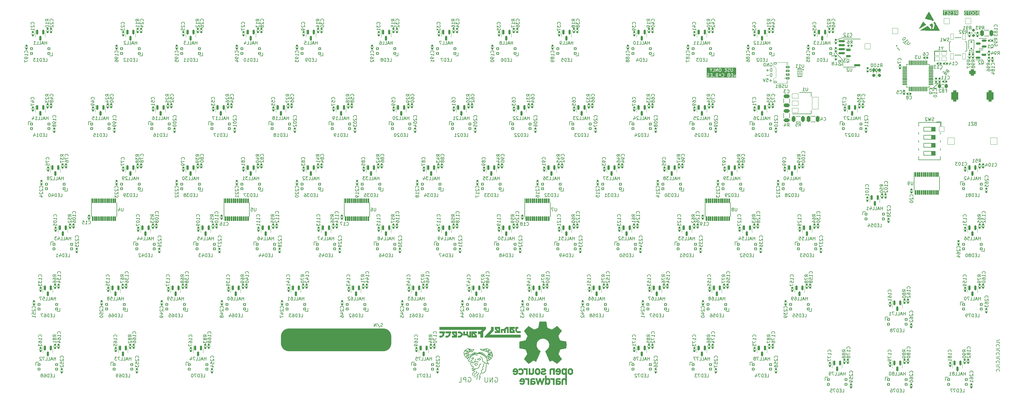
<source format=gbr>
%TF.GenerationSoftware,KiCad,Pcbnew,7.0.6*%
%TF.CreationDate,2024-02-10T17:37:48+00:00*%
%TF.ProjectId,MoonBoard,4d6f6f6e-426f-4617-9264-2e6b69636164,rev?*%
%TF.SameCoordinates,Original*%
%TF.FileFunction,Legend,Bot*%
%TF.FilePolarity,Positive*%
%FSLAX46Y46*%
G04 Gerber Fmt 4.6, Leading zero omitted, Abs format (unit mm)*
G04 Created by KiCad (PCBNEW 7.0.6) date 2024-02-10 17:37:48*
%MOMM*%
%LPD*%
G01*
G04 APERTURE LIST*
G04 Aperture macros list*
%AMRoundRect*
0 Rectangle with rounded corners*
0 $1 Rounding radius*
0 $2 $3 $4 $5 $6 $7 $8 $9 X,Y pos of 4 corners*
0 Add a 4 corners polygon primitive as box body*
4,1,4,$2,$3,$4,$5,$6,$7,$8,$9,$2,$3,0*
0 Add four circle primitives for the rounded corners*
1,1,$1+$1,$2,$3*
1,1,$1+$1,$4,$5*
1,1,$1+$1,$6,$7*
1,1,$1+$1,$8,$9*
0 Add four rect primitives between the rounded corners*
20,1,$1+$1,$2,$3,$4,$5,0*
20,1,$1+$1,$4,$5,$6,$7,0*
20,1,$1+$1,$6,$7,$8,$9,0*
20,1,$1+$1,$8,$9,$2,$3,0*%
G04 Aperture macros list end*
%ADD10C,0.153000*%
%ADD11C,0.109999*%
%ADD12C,5.000000*%
%ADD13C,0.203200*%
%ADD14C,0.120000*%
%ADD15C,0.010000*%
%ADD16C,0.226500*%
%ADD17C,0.150000*%
%ADD18C,0.650000*%
%ADD19C,2.200000*%
%ADD20RoundRect,0.038000X0.850000X-0.850000X0.850000X0.850000X-0.850000X0.850000X-0.850000X-0.850000X0*%
%ADD21O,1.776000X1.776000*%
%ADD22C,4.076000*%
%ADD23C,4.063800*%
%ADD24C,2.076000*%
%ADD25RoundRect,0.538000X-0.500000X0.500000X-0.500000X-0.500000X0.500000X-0.500000X0.500000X0.500000X0*%
%ADD26RoundRect,0.588000X-0.550000X1.150000X-0.550000X-1.150000X0.550000X-1.150000X0.550000X1.150000X0*%
%ADD27RoundRect,0.038000X0.850000X0.850000X-0.850000X0.850000X-0.850000X-0.850000X0.850000X-0.850000X0*%
%ADD28RoundRect,0.038000X-0.850000X0.850000X-0.850000X-0.850000X0.850000X-0.850000X0.850000X0.850000X0*%
%ADD29RoundRect,0.178000X-0.170000X0.140000X-0.170000X-0.140000X0.170000X-0.140000X0.170000X0.140000X0*%
%ADD30RoundRect,0.113000X-0.300000X-0.335000X0.300000X-0.335000X0.300000X0.335000X-0.300000X0.335000X0*%
%ADD31RoundRect,0.113000X0.300000X0.335000X-0.300000X0.335000X-0.300000X-0.335000X0.300000X-0.335000X0*%
%ADD32C,1.826000*%
%ADD33RoundRect,0.188000X-0.150000X0.587500X-0.150000X-0.587500X0.150000X-0.587500X0.150000X0.587500X0*%
%ADD34RoundRect,0.178000X0.170000X-0.140000X0.170000X0.140000X-0.170000X0.140000X-0.170000X-0.140000X0*%
%ADD35RoundRect,0.173000X-0.185000X0.135000X-0.185000X-0.135000X0.185000X-0.135000X0.185000X0.135000X0*%
%ADD36RoundRect,0.138000X-0.100000X0.637500X-0.100000X-0.637500X0.100000X-0.637500X0.100000X0.637500X0*%
%ADD37RoundRect,0.238000X0.275000X-0.200000X0.275000X0.200000X-0.275000X0.200000X-0.275000X-0.200000X0*%
%ADD38RoundRect,0.288000X-0.325000X-0.650000X0.325000X-0.650000X0.325000X0.650000X-0.325000X0.650000X0*%
%ADD39RoundRect,0.288000X-0.625000X0.312500X-0.625000X-0.312500X0.625000X-0.312500X0.625000X0.312500X0*%
%ADD40RoundRect,0.288000X-0.650000X0.325000X-0.650000X-0.325000X0.650000X-0.325000X0.650000X0.325000X0*%
%ADD41RoundRect,0.275500X0.250000X0.237500X-0.250000X0.237500X-0.250000X-0.237500X0.250000X-0.237500X0*%
%ADD42RoundRect,0.288000X0.312500X0.625000X-0.312500X0.625000X-0.312500X-0.625000X0.312500X-0.625000X0*%
%ADD43RoundRect,0.038000X-0.337500X0.100000X-0.337500X-0.100000X0.337500X-0.100000X0.337500X0.100000X0*%
%ADD44RoundRect,0.038000X-0.387500X0.200000X-0.387500X-0.200000X0.387500X-0.200000X0.387500X0.200000X0*%
%ADD45RoundRect,0.188000X0.587500X0.150000X-0.587500X0.150000X-0.587500X-0.150000X0.587500X-0.150000X0*%
%ADD46RoundRect,0.173000X0.185000X-0.135000X0.185000X0.135000X-0.185000X0.135000X-0.185000X-0.135000X0*%
%ADD47RoundRect,0.178000X0.140000X0.170000X-0.140000X0.170000X-0.140000X-0.170000X0.140000X-0.170000X0*%
%ADD48RoundRect,0.038000X-1.000000X-0.750000X1.000000X-0.750000X1.000000X0.750000X-1.000000X0.750000X0*%
%ADD49RoundRect,0.038000X-1.000000X-1.900000X1.000000X-1.900000X1.000000X1.900000X-1.000000X1.900000X0*%
%ADD50RoundRect,0.100000X0.400000X-0.250000X0.400000X0.250000X-0.400000X0.250000X-0.400000X-0.250000X0*%
%ADD51RoundRect,0.125000X0.475000X-0.250000X0.475000X0.250000X-0.475000X0.250000X-0.475000X-0.250000X0*%
%ADD52RoundRect,0.275500X-0.008839X-0.344715X0.344715X0.008839X0.008839X0.344715X-0.344715X-0.008839X0*%
%ADD53RoundRect,0.288000X0.325000X0.650000X-0.325000X0.650000X-0.325000X-0.650000X0.325000X-0.650000X0*%
%ADD54RoundRect,0.038000X0.167938X-0.309359X0.309359X-0.167938X-0.167938X0.309359X-0.309359X0.167938X0*%
%ADD55RoundRect,0.038000X0.132583X-0.415425X0.415425X-0.132583X-0.132583X0.415425X-0.415425X0.132583X0*%
%ADD56RoundRect,0.038000X-0.700000X-0.600000X0.700000X-0.600000X0.700000X0.600000X-0.700000X0.600000X0*%
%ADD57RoundRect,0.038000X-0.500000X0.850000X-0.500000X-0.850000X0.500000X-0.850000X0.500000X0.850000X0*%
%ADD58RoundRect,0.173000X-0.135000X-0.185000X0.135000X-0.185000X0.135000X0.185000X-0.135000X0.185000X0*%
%ADD59RoundRect,0.038000X0.800000X0.800000X-0.800000X0.800000X-0.800000X-0.800000X0.800000X-0.800000X0*%
%ADD60O,1.676000X1.676000*%
%ADD61RoundRect,0.178000X-0.140000X-0.170000X0.140000X-0.170000X0.140000X0.170000X-0.140000X0.170000X0*%
%ADD62RoundRect,0.188000X-0.587500X-0.150000X0.587500X-0.150000X0.587500X0.150000X-0.587500X0.150000X0*%
%ADD63RoundRect,0.113000X0.662500X0.075000X-0.662500X0.075000X-0.662500X-0.075000X0.662500X-0.075000X0*%
%ADD64RoundRect,0.113000X0.075000X0.662500X-0.075000X0.662500X-0.075000X-0.662500X0.075000X-0.662500X0*%
%ADD65RoundRect,0.188000X0.825000X0.150000X-0.825000X0.150000X-0.825000X-0.150000X0.825000X-0.150000X0*%
%ADD66RoundRect,0.150500X-0.112500X0.187500X-0.112500X-0.187500X0.112500X-0.187500X0.112500X0.187500X0*%
%ADD67RoundRect,0.173000X0.135000X0.185000X-0.135000X0.185000X-0.135000X-0.185000X0.135000X-0.185000X0*%
%ADD68RoundRect,0.256750X0.218750X0.381250X-0.218750X0.381250X-0.218750X-0.381250X0.218750X-0.381250X0*%
%ADD69RoundRect,0.038000X1.100000X1.100000X-1.100000X1.100000X-1.100000X-1.100000X1.100000X-1.100000X0*%
G04 APERTURE END LIST*
D10*
X333680000Y-93800000D02*
X336080000Y-93800000D01*
D11*
X195649949Y-170641292D02*
X194380000Y-171900000D01*
X204185870Y-171900000D01*
X204185870Y-172724110D01*
X192805163Y-172724110D01*
X192805163Y-172424902D01*
X194825840Y-170426835D01*
X194825840Y-169433355D01*
X195649949Y-169433355D01*
X195649949Y-170641292D01*
G36*
X195649949Y-170641292D02*
G01*
X194380000Y-171900000D01*
X204185870Y-171900000D01*
X204185870Y-172724110D01*
X192805163Y-172724110D01*
X192805163Y-172424902D01*
X194825840Y-170426835D01*
X194825840Y-169433355D01*
X195649949Y-169433355D01*
X195649949Y-170641292D01*
G37*
D10*
X336080000Y-92300000D02*
X335380000Y-92300000D01*
D11*
X197662229Y-171288833D02*
X196065169Y-171288833D01*
X196065169Y-170825296D01*
X196779596Y-170825296D01*
X196065169Y-170117201D01*
X196065169Y-169990205D01*
X196528707Y-169990205D01*
X197198692Y-170660190D01*
X197198692Y-169901320D01*
X196528707Y-169901320D01*
X196528707Y-169990205D01*
X196065169Y-169990205D01*
X196065169Y-169437784D01*
X197662229Y-169437783D01*
X197662229Y-169901320D01*
X197662229Y-171288833D01*
G36*
X197662229Y-171288833D02*
G01*
X196065169Y-171288833D01*
X196065169Y-170825296D01*
X196779596Y-170825296D01*
X196065169Y-170117201D01*
X196065169Y-169990205D01*
X196528707Y-169990205D01*
X197198692Y-170660190D01*
X197198692Y-169901320D01*
X196528707Y-169901320D01*
X196528707Y-169990205D01*
X196065169Y-169990205D01*
X196065169Y-169437784D01*
X197662229Y-169437783D01*
X197662229Y-169901320D01*
X197662229Y-171288833D01*
G37*
X184060503Y-172722661D02*
X182463438Y-172722661D01*
X182463438Y-172259124D01*
X183177866Y-172259124D01*
X182463438Y-171551030D01*
X182463438Y-171424034D01*
X182926979Y-171424034D01*
X183596966Y-172094018D01*
X183596966Y-171335148D01*
X182926979Y-171335148D01*
X182926979Y-171424034D01*
X182463438Y-171424034D01*
X182463438Y-170871612D01*
X184060503Y-170871611D01*
X184060503Y-171335148D01*
X184060503Y-172722661D01*
G36*
X184060503Y-172722661D02*
G01*
X182463438Y-172722661D01*
X182463438Y-172259124D01*
X183177866Y-172259124D01*
X182463438Y-171551030D01*
X182463438Y-171424034D01*
X182926979Y-171424034D01*
X183596966Y-172094018D01*
X183596966Y-171335148D01*
X182926979Y-171335148D01*
X182926979Y-171424034D01*
X182463438Y-171424034D01*
X182463438Y-170871612D01*
X184060503Y-170871611D01*
X184060503Y-171335148D01*
X184060503Y-172722661D01*
G37*
D10*
X306280000Y-84900000D02*
X306280000Y-86700000D01*
D11*
X180174303Y-171335148D02*
X179936203Y-171335148D01*
X179936203Y-172027356D01*
X179240768Y-172722661D01*
X178491588Y-172722661D01*
X178491588Y-172259123D01*
X179082121Y-172259123D01*
X179466205Y-171874908D01*
X179466205Y-171335148D01*
X178491588Y-171335148D01*
X178491588Y-170871611D01*
X180174303Y-170871611D01*
X180174303Y-171335148D01*
G36*
X180174303Y-171335148D02*
G01*
X179936203Y-171335148D01*
X179936203Y-172027356D01*
X179240768Y-172722661D01*
X178491588Y-172722661D01*
X178491588Y-172259123D01*
X179082121Y-172259123D01*
X179466205Y-171874908D01*
X179466205Y-171335148D01*
X178491588Y-171335148D01*
X178491588Y-170871611D01*
X180174303Y-170871611D01*
X180174303Y-171335148D01*
G37*
X193192117Y-170086646D02*
X192328476Y-170955973D01*
X192328476Y-172722661D01*
X191504495Y-172722661D01*
X191510050Y-171627638D01*
X190719917Y-171627638D01*
X190719917Y-170867906D01*
X191510050Y-170867906D01*
X192136625Y-170256015D01*
X178495338Y-170256015D01*
X178491213Y-169431905D01*
X193192117Y-169431905D01*
X193192117Y-170086646D01*
G36*
X193192117Y-170086646D02*
G01*
X192328476Y-170955973D01*
X192328476Y-172722661D01*
X191504495Y-172722661D01*
X191510050Y-171627638D01*
X190719917Y-171627638D01*
X190719917Y-170867906D01*
X191510050Y-170867906D01*
X192136625Y-170256015D01*
X178495338Y-170256015D01*
X178491213Y-169431905D01*
X193192117Y-169431905D01*
X193192117Y-170086646D01*
G37*
X203443918Y-169901320D02*
X202986711Y-169901320D01*
X202986711Y-170574405D01*
X203237471Y-170825295D01*
X204186896Y-170825295D01*
X204186896Y-171288832D01*
X203078824Y-171288832D01*
X202523173Y-170733182D01*
X202523173Y-169437783D01*
X203443918Y-169437783D01*
X203443918Y-169901320D01*
G36*
X203443918Y-169901320D02*
G01*
X202986711Y-169901320D01*
X202986711Y-170574405D01*
X203237471Y-170825295D01*
X204186896Y-170825295D01*
X204186896Y-171288832D01*
X203078824Y-171288832D01*
X202523173Y-170733182D01*
X202523173Y-169437783D01*
X203443918Y-169437783D01*
X203443918Y-169901320D01*
G37*
D10*
X304080000Y-82600000D02*
X306280000Y-84900000D01*
D11*
X202319956Y-171288832D02*
X200722895Y-171288832D01*
X200722895Y-170825295D01*
X201186433Y-170825295D01*
X201856418Y-170825295D01*
X201856418Y-170736413D01*
X201186433Y-170066428D01*
X201186433Y-170825295D01*
X200722895Y-170825295D01*
X200722895Y-169437782D01*
X202319956Y-169437783D01*
X202319956Y-169901320D01*
X201605529Y-169901320D01*
X202319956Y-170609417D01*
X202319956Y-170825295D01*
X202319956Y-171288832D01*
G36*
X202319956Y-171288832D02*
G01*
X200722895Y-171288832D01*
X200722895Y-170825295D01*
X201186433Y-170825295D01*
X201856418Y-170825295D01*
X201856418Y-170736413D01*
X201186433Y-170066428D01*
X201186433Y-170825295D01*
X200722895Y-170825295D01*
X200722895Y-169437782D01*
X202319956Y-169437783D01*
X202319956Y-169901320D01*
X201605529Y-169901320D01*
X202319956Y-170609417D01*
X202319956Y-170825295D01*
X202319956Y-171288832D01*
G37*
X190273948Y-172722661D02*
X188676885Y-172722661D01*
X188676885Y-172259123D01*
X189140428Y-172259123D01*
X189810413Y-172259123D01*
X189810413Y-172170241D01*
X189140428Y-171500256D01*
X189140428Y-172259123D01*
X188676885Y-172259123D01*
X188676885Y-170871610D01*
X190273948Y-170871611D01*
X190273948Y-171335148D01*
X189559521Y-171335148D01*
X190273948Y-172043246D01*
X190273948Y-172259123D01*
X190273948Y-172722661D01*
G36*
X190273948Y-172722661D02*
G01*
X188676885Y-172722661D01*
X188676885Y-172259123D01*
X189140428Y-172259123D01*
X189810413Y-172259123D01*
X189810413Y-172170241D01*
X189140428Y-171500256D01*
X189140428Y-172259123D01*
X188676885Y-172259123D01*
X188676885Y-170871610D01*
X190273948Y-170871611D01*
X190273948Y-171335148D01*
X189559521Y-171335148D01*
X190273948Y-172043246D01*
X190273948Y-172259123D01*
X190273948Y-172722661D01*
G37*
D10*
X306480000Y-77700000D02*
X309180000Y-77700000D01*
X336080000Y-92300000D02*
X337380000Y-92300000D01*
D11*
X185851221Y-171566919D02*
X185851221Y-172027357D01*
X185152683Y-172722661D01*
X184365263Y-172722661D01*
X184365263Y-172259124D01*
X184984348Y-172259124D01*
X185381223Y-171862249D01*
X185381223Y-171722464D01*
X184993908Y-171335149D01*
X184365263Y-171335149D01*
X184365263Y-170871612D01*
X185152683Y-170871611D01*
X185851221Y-171566919D01*
G36*
X185851221Y-171566919D02*
G01*
X185851221Y-172027357D01*
X185152683Y-172722661D01*
X184365263Y-172722661D01*
X184365263Y-172259124D01*
X184984348Y-172259124D01*
X185381223Y-171862249D01*
X185381223Y-171722464D01*
X184993908Y-171335149D01*
X184365263Y-171335149D01*
X184365263Y-170871612D01*
X185152683Y-170871611D01*
X185851221Y-171566919D01*
G37*
X182158678Y-171335148D02*
X181920578Y-171335148D01*
X181920578Y-172027356D01*
X181225143Y-172722661D01*
X180475963Y-172722661D01*
X180475963Y-172259123D01*
X181066496Y-172259123D01*
X181450580Y-171874908D01*
X181450580Y-171335148D01*
X180475963Y-171335148D01*
X180475963Y-170871611D01*
X182158678Y-170871611D01*
X182158678Y-171335148D01*
G36*
X182158678Y-171335148D02*
G01*
X181920578Y-171335148D01*
X181920578Y-172027356D01*
X181225143Y-172722661D01*
X180475963Y-172722661D01*
X180475963Y-172259123D01*
X181066496Y-172259123D01*
X181450580Y-171874908D01*
X181450580Y-171335148D01*
X180475963Y-171335148D01*
X180475963Y-170871611D01*
X182158678Y-170871611D01*
X182158678Y-171335148D01*
G37*
X200399013Y-169437783D02*
X200399013Y-171288833D01*
X199935476Y-171288833D01*
X199935476Y-169898221D01*
X199818042Y-169898221D01*
X199427497Y-170285535D01*
X199427497Y-171279273D01*
X199424396Y-171288832D01*
X198954399Y-171288832D01*
X198954399Y-170533195D01*
X198446420Y-170533195D01*
X198446420Y-171288832D01*
X197982882Y-171288832D01*
X197982882Y-170120427D01*
X198960859Y-170120427D01*
X199656165Y-169437782D01*
X200399013Y-169437783D01*
G36*
X200399013Y-169437783D02*
G01*
X200399013Y-171288833D01*
X199935476Y-171288833D01*
X199935476Y-169898221D01*
X199818042Y-169898221D01*
X199427497Y-170285535D01*
X199427497Y-171279273D01*
X199424396Y-171288832D01*
X198954399Y-171288832D01*
X198954399Y-170533195D01*
X198446420Y-170533195D01*
X198446420Y-171288832D01*
X197982882Y-171288832D01*
X197982882Y-170120427D01*
X198960859Y-170120427D01*
X199656165Y-169437782D01*
X200399013Y-169437783D01*
G37*
X188473669Y-170871611D02*
X188473669Y-172722661D01*
X187730821Y-172722661D01*
X187035515Y-172040017D01*
X186057539Y-172040017D01*
X186057539Y-170871611D01*
X186521076Y-170871611D01*
X186521076Y-171627251D01*
X187029056Y-171627251D01*
X187029056Y-170871611D01*
X187499052Y-170871611D01*
X187502155Y-170881171D01*
X187502155Y-171874908D01*
X187892700Y-172262223D01*
X188010132Y-172262223D01*
X188010132Y-170871610D01*
X188473669Y-170871611D01*
G36*
X188473669Y-170871611D02*
G01*
X188473669Y-172722661D01*
X187730821Y-172722661D01*
X187035515Y-172040017D01*
X186057539Y-172040017D01*
X186057539Y-170871611D01*
X186521076Y-170871611D01*
X186521076Y-171627251D01*
X187029056Y-171627251D01*
X187029056Y-170871611D01*
X187499052Y-170871611D01*
X187502155Y-170881171D01*
X187502155Y-171874908D01*
X187892700Y-172262223D01*
X188010132Y-172262223D01*
X188010132Y-170871610D01*
X188473669Y-170871611D01*
G37*
D12*
X130730000Y-172400000D02*
X160730000Y-172400000D01*
X160730000Y-174600000D01*
X130730000Y-174600000D01*
X130730000Y-172400000D01*
G36*
X130730000Y-172400000D02*
G01*
X160730000Y-172400000D01*
X160730000Y-174600000D01*
X130730000Y-174600000D01*
X130730000Y-172400000D01*
G37*
D10*
X304680000Y-78400000D02*
X306480000Y-77700000D01*
X334880000Y-93800000D02*
X336380000Y-92300000D01*
G36*
X345370398Y-69601676D02*
G01*
X345401223Y-69632502D01*
X345440296Y-69710649D01*
X345484357Y-69886889D01*
X345484357Y-70109959D01*
X345440296Y-70286199D01*
X345401223Y-70364347D01*
X345370397Y-70395172D01*
X345300893Y-70429924D01*
X345240249Y-70429924D01*
X345170744Y-70395172D01*
X345139919Y-70364347D01*
X345100845Y-70286199D01*
X345056785Y-70109958D01*
X345056785Y-69886890D01*
X345100845Y-69710649D01*
X345139918Y-69632502D01*
X345170744Y-69601677D01*
X345240250Y-69566924D01*
X345300892Y-69566924D01*
X345370398Y-69601676D01*
G37*
G36*
X347208874Y-69601677D02*
G01*
X347281875Y-69674678D01*
X347322833Y-69838509D01*
X347322833Y-70158339D01*
X347281875Y-70322170D01*
X347208873Y-70395172D01*
X347139369Y-70429924D01*
X346981963Y-70429924D01*
X346912458Y-70395172D01*
X346839456Y-70322170D01*
X346798499Y-70158339D01*
X346798499Y-69838509D01*
X346839456Y-69674678D01*
X346912458Y-69601677D01*
X346981964Y-69566924D01*
X347139368Y-69566924D01*
X347208874Y-69601677D01*
G37*
G36*
X348273254Y-69601676D02*
G01*
X348346256Y-69674678D01*
X348387214Y-69838509D01*
X348387214Y-70158339D01*
X348346256Y-70322170D01*
X348273254Y-70395172D01*
X348203750Y-70429924D01*
X348046344Y-70429924D01*
X347976839Y-70395172D01*
X347903837Y-70322170D01*
X347862880Y-70158339D01*
X347862880Y-69838509D01*
X347903837Y-69674678D01*
X347976839Y-69601677D01*
X348046345Y-69566924D01*
X348203749Y-69566924D01*
X348273254Y-69601676D01*
G37*
G36*
X349354833Y-70429924D02*
G01*
X349062344Y-70429924D01*
X348992839Y-70395172D01*
X348962014Y-70364347D01*
X348927261Y-70294840D01*
X348927261Y-70185818D01*
X348962013Y-70116312D01*
X348988848Y-70089477D01*
X349105079Y-70050734D01*
X349354833Y-70050734D01*
X349354833Y-70429924D01*
G37*
G36*
X349354833Y-69897734D02*
G01*
X349110726Y-69897734D01*
X349041220Y-69862981D01*
X349010395Y-69832156D01*
X348975642Y-69762649D01*
X348975642Y-69702007D01*
X349010395Y-69632502D01*
X349041220Y-69601677D01*
X349110726Y-69566924D01*
X349354833Y-69566924D01*
X349354833Y-69897734D01*
G37*
G36*
X349652976Y-70728067D02*
G01*
X344758642Y-70728067D01*
X344758642Y-70119377D01*
X344903785Y-70119377D01*
X344904994Y-70122699D01*
X344906069Y-70137931D01*
X344954450Y-70331455D01*
X344956478Y-70334457D01*
X344960242Y-70347113D01*
X345008623Y-70443875D01*
X345009835Y-70445023D01*
X345022953Y-70463757D01*
X345071334Y-70512138D01*
X345072849Y-70512844D01*
X345091217Y-70526468D01*
X345187979Y-70574848D01*
X345192522Y-70575370D01*
X345196025Y-70578310D01*
X345222190Y-70582924D01*
X345318952Y-70582924D01*
X345323249Y-70581359D01*
X345327697Y-70582422D01*
X345353163Y-70574848D01*
X345449925Y-70526468D01*
X345451071Y-70525257D01*
X345469808Y-70512138D01*
X345518189Y-70463757D01*
X345518896Y-70462239D01*
X345532519Y-70443875D01*
X345580900Y-70347113D01*
X345581314Y-70343512D01*
X345586692Y-70331455D01*
X345635073Y-70137931D01*
X345634705Y-70134413D01*
X345637357Y-70119377D01*
X345637357Y-69877472D01*
X345636147Y-69874149D01*
X345635073Y-69858918D01*
X345586692Y-69665394D01*
X345584663Y-69662391D01*
X345580900Y-69649736D01*
X345532519Y-69552974D01*
X345531303Y-69551823D01*
X345518189Y-69533092D01*
X345469808Y-69484711D01*
X345468293Y-69484004D01*
X345459039Y-69477140D01*
X345775804Y-69477140D01*
X345784891Y-69528674D01*
X345824977Y-69562310D01*
X345851142Y-69566924D01*
X346064928Y-69566924D01*
X346064928Y-70506424D01*
X346082826Y-70555597D01*
X346128144Y-70581762D01*
X346179678Y-70572675D01*
X346213314Y-70532589D01*
X346217928Y-70506424D01*
X346217928Y-70167758D01*
X346645499Y-70167758D01*
X346646708Y-70171080D01*
X346647783Y-70186312D01*
X346696164Y-70379836D01*
X346700389Y-70386091D01*
X346701047Y-70393612D01*
X346716286Y-70415376D01*
X346813048Y-70512138D01*
X346814563Y-70512844D01*
X346832931Y-70526468D01*
X346929693Y-70574848D01*
X346934236Y-70575370D01*
X346937739Y-70578310D01*
X346963904Y-70582924D01*
X347157428Y-70582924D01*
X347161725Y-70581359D01*
X347166173Y-70582422D01*
X347191639Y-70574848D01*
X347288401Y-70526468D01*
X347289547Y-70525257D01*
X347308284Y-70512138D01*
X347405046Y-70415376D01*
X347408236Y-70408534D01*
X347414346Y-70404101D01*
X347425168Y-70379836D01*
X347473549Y-70186312D01*
X347473181Y-70182794D01*
X347475833Y-70167758D01*
X347709880Y-70167758D01*
X347711089Y-70171080D01*
X347712164Y-70186312D01*
X347760545Y-70379836D01*
X347764770Y-70386091D01*
X347765428Y-70393612D01*
X347780667Y-70415376D01*
X347877429Y-70512138D01*
X347878944Y-70512844D01*
X347897312Y-70526468D01*
X347994074Y-70574848D01*
X347998617Y-70575370D01*
X348002120Y-70578310D01*
X348028285Y-70582924D01*
X348221809Y-70582924D01*
X348226106Y-70581359D01*
X348230554Y-70582422D01*
X348256020Y-70574848D01*
X348352782Y-70526468D01*
X348353928Y-70525257D01*
X348372665Y-70512138D01*
X348469427Y-70415376D01*
X348472617Y-70408534D01*
X348478727Y-70404101D01*
X348489549Y-70379836D01*
X348506283Y-70312901D01*
X348774261Y-70312901D01*
X348775825Y-70317199D01*
X348774763Y-70321647D01*
X348782337Y-70347113D01*
X348830718Y-70443875D01*
X348831930Y-70445023D01*
X348845048Y-70463757D01*
X348893429Y-70512138D01*
X348894944Y-70512844D01*
X348913312Y-70526468D01*
X349010074Y-70574848D01*
X349014617Y-70575370D01*
X349018120Y-70578310D01*
X349044285Y-70582924D01*
X349431333Y-70582924D01*
X349450008Y-70576126D01*
X349469583Y-70572675D01*
X349474020Y-70567386D01*
X349480506Y-70565026D01*
X349490443Y-70547814D01*
X349503219Y-70532589D01*
X349504971Y-70522651D01*
X349506671Y-70519708D01*
X349506080Y-70516360D01*
X349507833Y-70506424D01*
X349507833Y-69490424D01*
X349501035Y-69471748D01*
X349497584Y-69452174D01*
X349492295Y-69447736D01*
X349489935Y-69441251D01*
X349472723Y-69431313D01*
X349457498Y-69418538D01*
X349447560Y-69416785D01*
X349444617Y-69415086D01*
X349441269Y-69415676D01*
X349431333Y-69413924D01*
X349092666Y-69413924D01*
X349088367Y-69415488D01*
X349083920Y-69414426D01*
X349058454Y-69422000D01*
X348961692Y-69470381D01*
X348960541Y-69471596D01*
X348941810Y-69484711D01*
X348893429Y-69533092D01*
X348892722Y-69534606D01*
X348879099Y-69552974D01*
X348830718Y-69649736D01*
X348830195Y-69654280D01*
X348827256Y-69657783D01*
X348822642Y-69683948D01*
X348822642Y-69780710D01*
X348824206Y-69785008D01*
X348823144Y-69789456D01*
X348830718Y-69814922D01*
X348879099Y-69911684D01*
X348880311Y-69912832D01*
X348893429Y-69931566D01*
X348915165Y-69953302D01*
X348893429Y-69968521D01*
X348845048Y-70016902D01*
X348844341Y-70018416D01*
X348830718Y-70036784D01*
X348782337Y-70133546D01*
X348781814Y-70138090D01*
X348778875Y-70141593D01*
X348774261Y-70167758D01*
X348774261Y-70312901D01*
X348506283Y-70312901D01*
X348537930Y-70186312D01*
X348537562Y-70182794D01*
X348540214Y-70167758D01*
X348540214Y-69829091D01*
X348539004Y-69825768D01*
X348537930Y-69810537D01*
X348489549Y-69617013D01*
X348485322Y-69610756D01*
X348484665Y-69603237D01*
X348469427Y-69581473D01*
X348372665Y-69484711D01*
X348371150Y-69484004D01*
X348352783Y-69470381D01*
X348256021Y-69422000D01*
X348251476Y-69421477D01*
X348247974Y-69418538D01*
X348221809Y-69413924D01*
X348028285Y-69413924D01*
X348023986Y-69415488D01*
X348019539Y-69414426D01*
X347994073Y-69422000D01*
X347897311Y-69470381D01*
X347896160Y-69471596D01*
X347877429Y-69484711D01*
X347780667Y-69581473D01*
X347777476Y-69588314D01*
X347771367Y-69592748D01*
X347760545Y-69617013D01*
X347712164Y-69810537D01*
X347712531Y-69814054D01*
X347709880Y-69829091D01*
X347709880Y-70167758D01*
X347475833Y-70167758D01*
X347475833Y-69829091D01*
X347474623Y-69825768D01*
X347473549Y-69810537D01*
X347425168Y-69617013D01*
X347420941Y-69610756D01*
X347420284Y-69603237D01*
X347405046Y-69581473D01*
X347308284Y-69484711D01*
X347306769Y-69484004D01*
X347288402Y-69470381D01*
X347191640Y-69422000D01*
X347187095Y-69421477D01*
X347183593Y-69418538D01*
X347157428Y-69413924D01*
X346963904Y-69413924D01*
X346959605Y-69415488D01*
X346955158Y-69414426D01*
X346929692Y-69422000D01*
X346832930Y-69470381D01*
X346831779Y-69471596D01*
X346813048Y-69484711D01*
X346716286Y-69581473D01*
X346713095Y-69588314D01*
X346706986Y-69592748D01*
X346696164Y-69617013D01*
X346647783Y-69810537D01*
X346648150Y-69814054D01*
X346645499Y-69829091D01*
X346645499Y-70167758D01*
X346217928Y-70167758D01*
X346217928Y-69566924D01*
X346431714Y-69566924D01*
X346480887Y-69549026D01*
X346507052Y-69503708D01*
X346497965Y-69452174D01*
X346457879Y-69418538D01*
X346431714Y-69413924D01*
X345851142Y-69413924D01*
X345801969Y-69431822D01*
X345775804Y-69477140D01*
X345459039Y-69477140D01*
X345449926Y-69470381D01*
X345353164Y-69422000D01*
X345348619Y-69421477D01*
X345345117Y-69418538D01*
X345318952Y-69413924D01*
X345222190Y-69413924D01*
X345217891Y-69415488D01*
X345213444Y-69414426D01*
X345187978Y-69422000D01*
X345091216Y-69470381D01*
X345090065Y-69471596D01*
X345071334Y-69484711D01*
X345022953Y-69533092D01*
X345022246Y-69534606D01*
X345008623Y-69552974D01*
X344960242Y-69649736D01*
X344959827Y-69653336D01*
X344954450Y-69665394D01*
X344906069Y-69858918D01*
X344906436Y-69862435D01*
X344903785Y-69877472D01*
X344903785Y-70119377D01*
X344758642Y-70119377D01*
X344758642Y-69268781D01*
X349652976Y-69268781D01*
X349652976Y-70728067D01*
G37*
G36*
X266618166Y-90103444D02*
G01*
X266325677Y-90103444D01*
X266256172Y-90068692D01*
X266225347Y-90037867D01*
X266190594Y-89968360D01*
X266190594Y-89859338D01*
X266225346Y-89789832D01*
X266252181Y-89762997D01*
X266368412Y-89724254D01*
X266618166Y-89724254D01*
X266618166Y-90103444D01*
G37*
G36*
X266618166Y-89571254D02*
G01*
X266374059Y-89571254D01*
X266304552Y-89536500D01*
X266273728Y-89505676D01*
X266238975Y-89436170D01*
X266238975Y-89375527D01*
X266273727Y-89306022D01*
X266304553Y-89275196D01*
X266374059Y-89240444D01*
X266618166Y-89240444D01*
X266618166Y-89571254D01*
G37*
G36*
X270295118Y-90103444D02*
G01*
X270002629Y-90103444D01*
X269933124Y-90068692D01*
X269902299Y-90037866D01*
X269867546Y-89968361D01*
X269867546Y-89859338D01*
X269902299Y-89789832D01*
X269929133Y-89762997D01*
X270045364Y-89724254D01*
X270295118Y-89724254D01*
X270295118Y-90103444D01*
G37*
G36*
X270295118Y-89571254D02*
G01*
X270051011Y-89571254D01*
X269981505Y-89536501D01*
X269950680Y-89505676D01*
X269915927Y-89436170D01*
X269915927Y-89375527D01*
X269950680Y-89306022D01*
X269981505Y-89275196D01*
X270051011Y-89240444D01*
X270295118Y-89240444D01*
X270295118Y-89571254D01*
G37*
G36*
X271311118Y-90103444D02*
G01*
X271158126Y-90103444D01*
X271041895Y-90064701D01*
X270966680Y-89989486D01*
X270927606Y-89911338D01*
X270883546Y-89735097D01*
X270883546Y-89608790D01*
X270927606Y-89432550D01*
X270966679Y-89354403D01*
X271041895Y-89279187D01*
X271158126Y-89240444D01*
X271311118Y-89240444D01*
X271311118Y-90103444D01*
G37*
G36*
X267507767Y-89813159D02*
G01*
X267236232Y-89813159D01*
X267371999Y-89405857D01*
X267507767Y-89813159D01*
G37*
G36*
X267544397Y-87639436D02*
G01*
X267617399Y-87712438D01*
X267658357Y-87876268D01*
X267658357Y-88196100D01*
X267617399Y-88359930D01*
X267544397Y-88432932D01*
X267474893Y-88467684D01*
X267317487Y-88467684D01*
X267247982Y-88432932D01*
X267174980Y-88359930D01*
X267134023Y-88196100D01*
X267134023Y-87876269D01*
X267174980Y-87712438D01*
X267247982Y-87639437D01*
X267317488Y-87604684D01*
X267474892Y-87604684D01*
X267544397Y-87639436D01*
G37*
G36*
X272528499Y-90401587D02*
G01*
X263183118Y-90401587D01*
X263183118Y-89986421D01*
X263328261Y-89986421D01*
X263329825Y-89990719D01*
X263328763Y-89995167D01*
X263336337Y-90020633D01*
X263384718Y-90117395D01*
X263385930Y-90118543D01*
X263399048Y-90137277D01*
X263447429Y-90185658D01*
X263448944Y-90186364D01*
X263467312Y-90199988D01*
X263564074Y-90248368D01*
X263568617Y-90248890D01*
X263572120Y-90251830D01*
X263598285Y-90256444D01*
X263840190Y-90256444D01*
X263841761Y-90255872D01*
X263864381Y-90252518D01*
X264009524Y-90204138D01*
X264050514Y-90171609D01*
X264051527Y-90166660D01*
X264297042Y-90166660D01*
X264306129Y-90218194D01*
X264346215Y-90251830D01*
X264372380Y-90256444D01*
X264856190Y-90256444D01*
X264874865Y-90249646D01*
X264894440Y-90246195D01*
X264898877Y-90240906D01*
X264905363Y-90238546D01*
X264915300Y-90221334D01*
X264928076Y-90206109D01*
X264929828Y-90196171D01*
X264931528Y-90193228D01*
X264930937Y-90189880D01*
X264932690Y-90179944D01*
X264932690Y-90166660D01*
X265119518Y-90166660D01*
X265128605Y-90218194D01*
X265168691Y-90251830D01*
X265194856Y-90256444D01*
X265678666Y-90256444D01*
X265697341Y-90249646D01*
X265716916Y-90246195D01*
X265721353Y-90240906D01*
X265727839Y-90238546D01*
X265737776Y-90221334D01*
X265750552Y-90206109D01*
X265752304Y-90196171D01*
X265754004Y-90193228D01*
X265753413Y-90189880D01*
X265755166Y-90179944D01*
X265755166Y-89986421D01*
X266037594Y-89986421D01*
X266039158Y-89990719D01*
X266038096Y-89995167D01*
X266045670Y-90020633D01*
X266094051Y-90117395D01*
X266095263Y-90118543D01*
X266108381Y-90137277D01*
X266156762Y-90185658D01*
X266158277Y-90186364D01*
X266176645Y-90199988D01*
X266273407Y-90248368D01*
X266277950Y-90248890D01*
X266281453Y-90251830D01*
X266307618Y-90256444D01*
X266694666Y-90256444D01*
X266713341Y-90249646D01*
X266732916Y-90246195D01*
X266737353Y-90240906D01*
X266743839Y-90238546D01*
X266753776Y-90221334D01*
X266766552Y-90206109D01*
X266768304Y-90196171D01*
X266770004Y-90193228D01*
X266769413Y-90189880D01*
X266771166Y-90179944D01*
X266771166Y-90155753D01*
X266960758Y-90155753D01*
X266962187Y-90208062D01*
X266996906Y-90247215D01*
X267048669Y-90254891D01*
X267093255Y-90227499D01*
X267105906Y-90204135D01*
X267185231Y-89966159D01*
X267558767Y-89966159D01*
X267638092Y-90204135D01*
X267670621Y-90245125D01*
X267721888Y-90255617D01*
X267767904Y-90230699D01*
X267787137Y-90182034D01*
X267783240Y-90155752D01*
X267482668Y-89254039D01*
X267924743Y-89254039D01*
X267938286Y-89304585D01*
X267981151Y-89334599D01*
X268033281Y-89330039D01*
X268055045Y-89314800D01*
X268090657Y-89279187D01*
X268206888Y-89240444D01*
X268278824Y-89240444D01*
X268395054Y-89279187D01*
X268470270Y-89354402D01*
X268509344Y-89432550D01*
X268553404Y-89608790D01*
X268553404Y-89735097D01*
X268509344Y-89911338D01*
X268470270Y-89989486D01*
X268395054Y-90064701D01*
X268278824Y-90103444D01*
X268206888Y-90103444D01*
X268090657Y-90064701D01*
X268055045Y-90029089D01*
X268007618Y-90006975D01*
X267957072Y-90020518D01*
X267927058Y-90063383D01*
X267931618Y-90115513D01*
X267946857Y-90137277D01*
X267995238Y-90185658D01*
X267999384Y-90187591D01*
X268001778Y-90191487D01*
X268025141Y-90204138D01*
X268170284Y-90252518D01*
X268171952Y-90252472D01*
X268194475Y-90256444D01*
X268291237Y-90256444D01*
X268292808Y-90255872D01*
X268315428Y-90252518D01*
X268460571Y-90204138D01*
X268464152Y-90201295D01*
X268468710Y-90200897D01*
X268490474Y-90185658D01*
X268587236Y-90088896D01*
X268587943Y-90087378D01*
X268601566Y-90069014D01*
X268642863Y-89986421D01*
X269714546Y-89986421D01*
X269716110Y-89990719D01*
X269715048Y-89995167D01*
X269722622Y-90020633D01*
X269771003Y-90117395D01*
X269772215Y-90118543D01*
X269785333Y-90137277D01*
X269833714Y-90185658D01*
X269835229Y-90186364D01*
X269853597Y-90199988D01*
X269950359Y-90248368D01*
X269954902Y-90248890D01*
X269958405Y-90251830D01*
X269984570Y-90256444D01*
X270371618Y-90256444D01*
X270390293Y-90249646D01*
X270409868Y-90246195D01*
X270414305Y-90240906D01*
X270420791Y-90238546D01*
X270430728Y-90221334D01*
X270443504Y-90206109D01*
X270445256Y-90196171D01*
X270446956Y-90193228D01*
X270446365Y-90189880D01*
X270448118Y-90179944D01*
X270448118Y-89744516D01*
X270730546Y-89744516D01*
X270731755Y-89747838D01*
X270732830Y-89763070D01*
X270781211Y-89956594D01*
X270783239Y-89959596D01*
X270787003Y-89972252D01*
X270835384Y-90069014D01*
X270836596Y-90070162D01*
X270849714Y-90088896D01*
X270946476Y-90185658D01*
X270950622Y-90187591D01*
X270953016Y-90191487D01*
X270976379Y-90204138D01*
X271121522Y-90252518D01*
X271123190Y-90252472D01*
X271145713Y-90256444D01*
X271387618Y-90256444D01*
X271406293Y-90249646D01*
X271425868Y-90246195D01*
X271430305Y-90240906D01*
X271436791Y-90238546D01*
X271446728Y-90221334D01*
X271459504Y-90206109D01*
X271461256Y-90196171D01*
X271462956Y-90193228D01*
X271462365Y-90189880D01*
X271464118Y-90179944D01*
X271794927Y-90179944D01*
X271812825Y-90229117D01*
X271858143Y-90255282D01*
X271909677Y-90246195D01*
X271929873Y-90222125D01*
X271982359Y-90248368D01*
X271986902Y-90248890D01*
X271990405Y-90251830D01*
X272016570Y-90256444D01*
X272161713Y-90256444D01*
X272166010Y-90254879D01*
X272170458Y-90255942D01*
X272195924Y-90248368D01*
X272292686Y-90199988D01*
X272300561Y-90191670D01*
X272311070Y-90187115D01*
X272326899Y-90165776D01*
X272375280Y-90069014D01*
X272375802Y-90064469D01*
X272378742Y-90060967D01*
X272383356Y-90034802D01*
X272383356Y-89502611D01*
X272365458Y-89453438D01*
X272320140Y-89427273D01*
X272268606Y-89436360D01*
X272234970Y-89476446D01*
X272230356Y-89502611D01*
X272230356Y-90016741D01*
X272201454Y-90074544D01*
X272143654Y-90103444D01*
X272034629Y-90103444D01*
X271965124Y-90068692D01*
X271947927Y-90051495D01*
X271947927Y-89502611D01*
X271930029Y-89453438D01*
X271884711Y-89427273D01*
X271833177Y-89436360D01*
X271799541Y-89476446D01*
X271794927Y-89502611D01*
X271794927Y-90179944D01*
X271464118Y-90179944D01*
X271464118Y-89163944D01*
X271457320Y-89145268D01*
X271453869Y-89125694D01*
X271448580Y-89121256D01*
X271446220Y-89114771D01*
X271429008Y-89104833D01*
X271413783Y-89092058D01*
X271403845Y-89090305D01*
X271400902Y-89088606D01*
X271397554Y-89089196D01*
X271387618Y-89087444D01*
X271145713Y-89087444D01*
X271144141Y-89088015D01*
X271121521Y-89091370D01*
X270976379Y-89139751D01*
X270972796Y-89142594D01*
X270968240Y-89142993D01*
X270946476Y-89158231D01*
X270849714Y-89254993D01*
X270849007Y-89256507D01*
X270835384Y-89274875D01*
X270787003Y-89371637D01*
X270786588Y-89375237D01*
X270781211Y-89387295D01*
X270732830Y-89580819D01*
X270733197Y-89584336D01*
X270730546Y-89599373D01*
X270730546Y-89744516D01*
X270448118Y-89744516D01*
X270448118Y-89163944D01*
X270441320Y-89145268D01*
X270437869Y-89125694D01*
X270432580Y-89121256D01*
X270430220Y-89114771D01*
X270413008Y-89104833D01*
X270397783Y-89092058D01*
X270387845Y-89090305D01*
X270384902Y-89088606D01*
X270381554Y-89089196D01*
X270371618Y-89087444D01*
X270032951Y-89087444D01*
X270028652Y-89089008D01*
X270024205Y-89087946D01*
X269998739Y-89095520D01*
X269901977Y-89143901D01*
X269900826Y-89145116D01*
X269882095Y-89158231D01*
X269833714Y-89206612D01*
X269833007Y-89208126D01*
X269819384Y-89226494D01*
X269771003Y-89323256D01*
X269770480Y-89327800D01*
X269767541Y-89331303D01*
X269762927Y-89357468D01*
X269762927Y-89454230D01*
X269764491Y-89458528D01*
X269763429Y-89462976D01*
X269771003Y-89488442D01*
X269819384Y-89585204D01*
X269820596Y-89586352D01*
X269833714Y-89605086D01*
X269855450Y-89626822D01*
X269833714Y-89642041D01*
X269785333Y-89690422D01*
X269784626Y-89691936D01*
X269771003Y-89710304D01*
X269722622Y-89807066D01*
X269722099Y-89811610D01*
X269719160Y-89815113D01*
X269714546Y-89841278D01*
X269714546Y-89986421D01*
X268642863Y-89986421D01*
X268649947Y-89972252D01*
X268650361Y-89968651D01*
X268655739Y-89956594D01*
X268704120Y-89763070D01*
X268703752Y-89759552D01*
X268706404Y-89744516D01*
X268706404Y-89599373D01*
X268705194Y-89596050D01*
X268704120Y-89580819D01*
X268655739Y-89387295D01*
X268653710Y-89384292D01*
X268649947Y-89371637D01*
X268601566Y-89274875D01*
X268600350Y-89273724D01*
X268587236Y-89254993D01*
X268490474Y-89158231D01*
X268486328Y-89156298D01*
X268483935Y-89152402D01*
X268460571Y-89139751D01*
X268315428Y-89091370D01*
X268313759Y-89091415D01*
X268291237Y-89087444D01*
X268194475Y-89087444D01*
X268192903Y-89088015D01*
X268170283Y-89091370D01*
X268025141Y-89139751D01*
X268021558Y-89142594D01*
X268017002Y-89142993D01*
X267995238Y-89158231D01*
X267946857Y-89206612D01*
X267924743Y-89254039D01*
X267482668Y-89254039D01*
X267444573Y-89139753D01*
X267443204Y-89138028D01*
X267443144Y-89135826D01*
X267427083Y-89117714D01*
X267412044Y-89098763D01*
X267409886Y-89098321D01*
X267408425Y-89096673D01*
X267384484Y-89093122D01*
X267360777Y-89088271D01*
X267358839Y-89089319D01*
X267356662Y-89088997D01*
X267336041Y-89101665D01*
X267314761Y-89113189D01*
X267313951Y-89115236D01*
X267312076Y-89116389D01*
X267299425Y-89139753D01*
X266960758Y-90155753D01*
X266771166Y-90155753D01*
X266771166Y-89163944D01*
X266764368Y-89145268D01*
X266760917Y-89125694D01*
X266755628Y-89121256D01*
X266753268Y-89114771D01*
X266736056Y-89104833D01*
X266720831Y-89092058D01*
X266710893Y-89090305D01*
X266707950Y-89088606D01*
X266704602Y-89089196D01*
X266694666Y-89087444D01*
X266355999Y-89087444D01*
X266351700Y-89089008D01*
X266347253Y-89087946D01*
X266321787Y-89095520D01*
X266225025Y-89143901D01*
X266223874Y-89145116D01*
X266205143Y-89158231D01*
X266156762Y-89206612D01*
X266156055Y-89208126D01*
X266142432Y-89226494D01*
X266094051Y-89323256D01*
X266093528Y-89327800D01*
X266090589Y-89331303D01*
X266085975Y-89357468D01*
X266085975Y-89454230D01*
X266087539Y-89458528D01*
X266086477Y-89462976D01*
X266094051Y-89488442D01*
X266142432Y-89585204D01*
X266143644Y-89586352D01*
X266156762Y-89605086D01*
X266178498Y-89626822D01*
X266156762Y-89642041D01*
X266108381Y-89690422D01*
X266107674Y-89691936D01*
X266094051Y-89710304D01*
X266045670Y-89807066D01*
X266045147Y-89811610D01*
X266042208Y-89815113D01*
X266037594Y-89841278D01*
X266037594Y-89986421D01*
X265755166Y-89986421D01*
X265755166Y-89163944D01*
X265737268Y-89114771D01*
X265691950Y-89088606D01*
X265640416Y-89097693D01*
X265606780Y-89137779D01*
X265602166Y-89163944D01*
X265602166Y-90103444D01*
X265194856Y-90103444D01*
X265145683Y-90121342D01*
X265119518Y-90166660D01*
X264932690Y-90166660D01*
X264932690Y-89163944D01*
X264925892Y-89145268D01*
X264922441Y-89125694D01*
X264917152Y-89121256D01*
X264914792Y-89114771D01*
X264897580Y-89104833D01*
X264882355Y-89092058D01*
X264872417Y-89090305D01*
X264869474Y-89088606D01*
X264866126Y-89089196D01*
X264856190Y-89087444D01*
X264372380Y-89087444D01*
X264323207Y-89105342D01*
X264297042Y-89150660D01*
X264306129Y-89202194D01*
X264346215Y-89235830D01*
X264372380Y-89240444D01*
X264779690Y-89240444D01*
X264779690Y-89571254D01*
X264517523Y-89571254D01*
X264468350Y-89589152D01*
X264442185Y-89634470D01*
X264451272Y-89686004D01*
X264491358Y-89719640D01*
X264517523Y-89724254D01*
X264779690Y-89724254D01*
X264779690Y-90103444D01*
X264372380Y-90103444D01*
X264323207Y-90121342D01*
X264297042Y-90166660D01*
X264051527Y-90166660D01*
X264061006Y-90120343D01*
X264036089Y-90074327D01*
X263987424Y-90055093D01*
X263961142Y-90058990D01*
X263827777Y-90103444D01*
X263616344Y-90103444D01*
X263546839Y-90068692D01*
X263516014Y-90037867D01*
X263481261Y-89968360D01*
X263481261Y-89907718D01*
X263516013Y-89838213D01*
X263546839Y-89807388D01*
X263624987Y-89768314D01*
X263810363Y-89721970D01*
X263813365Y-89719941D01*
X263826021Y-89716178D01*
X263922783Y-89667797D01*
X263923931Y-89666584D01*
X263942665Y-89653467D01*
X263991046Y-89605086D01*
X263991753Y-89603568D01*
X264005376Y-89585204D01*
X264053757Y-89488442D01*
X264054279Y-89483897D01*
X264057219Y-89480395D01*
X264061833Y-89454230D01*
X264061833Y-89357468D01*
X264060268Y-89353169D01*
X264061331Y-89348722D01*
X264053757Y-89323256D01*
X264005376Y-89226494D01*
X264004160Y-89225343D01*
X263991046Y-89206612D01*
X263942665Y-89158231D01*
X263941150Y-89157524D01*
X263922783Y-89143901D01*
X263826021Y-89095520D01*
X263821476Y-89094997D01*
X263817974Y-89092058D01*
X263791809Y-89087444D01*
X263549904Y-89087444D01*
X263548332Y-89088015D01*
X263525712Y-89091370D01*
X263380570Y-89139751D01*
X263339580Y-89172280D01*
X263329088Y-89223547D01*
X263354005Y-89269563D01*
X263402671Y-89288796D01*
X263428952Y-89284899D01*
X263562317Y-89240444D01*
X263773749Y-89240444D01*
X263843255Y-89275197D01*
X263874080Y-89306022D01*
X263908833Y-89375528D01*
X263908833Y-89436169D01*
X263874080Y-89505676D01*
X263843255Y-89536500D01*
X263765107Y-89575575D01*
X263579731Y-89621919D01*
X263576728Y-89623947D01*
X263564073Y-89627711D01*
X263467311Y-89676092D01*
X263466160Y-89677307D01*
X263447429Y-89690422D01*
X263399048Y-89738803D01*
X263398341Y-89740317D01*
X263384718Y-89758685D01*
X263336337Y-89855447D01*
X263335814Y-89859991D01*
X263332875Y-89863494D01*
X263328261Y-89889659D01*
X263328261Y-89986421D01*
X263183118Y-89986421D01*
X263183118Y-87544703D01*
X264128352Y-87544703D01*
X264138507Y-87569255D01*
X264465214Y-88082651D01*
X264465214Y-88544184D01*
X264483112Y-88593357D01*
X264528430Y-88619522D01*
X264579964Y-88610435D01*
X264613600Y-88570349D01*
X264618214Y-88544184D01*
X264618214Y-88530900D01*
X264998566Y-88530900D01*
X265007653Y-88582434D01*
X265047739Y-88616070D01*
X265073904Y-88620684D01*
X265557714Y-88620684D01*
X265576389Y-88613886D01*
X265595964Y-88610435D01*
X265600401Y-88605146D01*
X265606887Y-88602786D01*
X265616824Y-88585574D01*
X265629600Y-88570349D01*
X265631352Y-88560411D01*
X265633052Y-88557468D01*
X265632461Y-88554120D01*
X265634214Y-88544184D01*
X265965023Y-88544184D01*
X265967442Y-88550832D01*
X265966246Y-88557803D01*
X265976177Y-88574830D01*
X265982921Y-88593357D01*
X265989046Y-88596893D01*
X265992611Y-88603005D01*
X266011166Y-88609665D01*
X266028239Y-88619522D01*
X266035206Y-88618293D01*
X266041864Y-88620683D01*
X266060357Y-88613858D01*
X266079773Y-88610435D01*
X266084320Y-88605015D01*
X266090956Y-88602567D01*
X266107944Y-88582139D01*
X266545595Y-87816249D01*
X266545595Y-88544184D01*
X266563493Y-88593357D01*
X266608811Y-88619522D01*
X266660345Y-88610435D01*
X266693981Y-88570349D01*
X266698595Y-88544184D01*
X266698595Y-88205518D01*
X266981023Y-88205518D01*
X266982232Y-88208840D01*
X266983307Y-88224072D01*
X267031688Y-88417596D01*
X267035913Y-88423851D01*
X267036571Y-88431372D01*
X267051810Y-88453136D01*
X267148572Y-88549898D01*
X267150087Y-88550604D01*
X267168455Y-88564228D01*
X267265217Y-88612608D01*
X267269760Y-88613130D01*
X267273263Y-88616070D01*
X267299428Y-88620684D01*
X267492952Y-88620684D01*
X267497249Y-88619119D01*
X267501697Y-88620182D01*
X267527163Y-88612608D01*
X267623925Y-88564228D01*
X267625071Y-88563017D01*
X267643808Y-88549898D01*
X267662806Y-88530900D01*
X268820661Y-88530900D01*
X268829748Y-88582434D01*
X268869834Y-88616070D01*
X268895999Y-88620684D01*
X269379809Y-88620684D01*
X269398484Y-88613886D01*
X269418059Y-88610435D01*
X269422496Y-88605146D01*
X269428982Y-88602786D01*
X269438919Y-88585574D01*
X269451695Y-88570349D01*
X269453447Y-88560411D01*
X269455147Y-88557468D01*
X269454556Y-88554120D01*
X269456309Y-88544184D01*
X269456309Y-88350661D01*
X269738737Y-88350661D01*
X269740301Y-88354959D01*
X269739239Y-88359407D01*
X269746813Y-88384873D01*
X269795194Y-88481635D01*
X269796406Y-88482783D01*
X269809524Y-88501517D01*
X269857905Y-88549898D01*
X269859420Y-88550604D01*
X269877788Y-88564228D01*
X269974550Y-88612608D01*
X269979093Y-88613130D01*
X269982596Y-88616070D01*
X270008761Y-88620684D01*
X270250666Y-88620684D01*
X270252237Y-88620112D01*
X270274857Y-88616758D01*
X270420000Y-88568378D01*
X270460990Y-88535849D01*
X270471482Y-88484583D01*
X270446565Y-88438567D01*
X270397900Y-88419333D01*
X270371618Y-88423230D01*
X270238253Y-88467684D01*
X270026820Y-88467684D01*
X269957315Y-88432932D01*
X269926490Y-88402107D01*
X269900767Y-88350661D01*
X270754737Y-88350661D01*
X270756301Y-88354959D01*
X270755239Y-88359407D01*
X270762813Y-88384873D01*
X270811194Y-88481635D01*
X270812406Y-88482783D01*
X270825524Y-88501517D01*
X270873905Y-88549898D01*
X270875420Y-88550604D01*
X270893788Y-88564228D01*
X270990550Y-88612608D01*
X270995093Y-88613130D01*
X270998596Y-88616070D01*
X271024761Y-88620684D01*
X271218285Y-88620684D01*
X271222582Y-88619119D01*
X271227030Y-88620182D01*
X271252496Y-88612608D01*
X271349258Y-88564228D01*
X271350404Y-88563017D01*
X271369141Y-88549898D01*
X271417522Y-88501517D01*
X271418229Y-88499999D01*
X271431852Y-88481635D01*
X271480233Y-88384873D01*
X271480755Y-88380328D01*
X271483695Y-88376826D01*
X271488309Y-88350661D01*
X271488309Y-87528184D01*
X271470411Y-87479011D01*
X271425093Y-87452846D01*
X271373559Y-87461933D01*
X271339923Y-87502019D01*
X271335309Y-87528184D01*
X271335309Y-88332600D01*
X271300556Y-88402106D01*
X271269730Y-88432932D01*
X271200226Y-88467684D01*
X271042820Y-88467684D01*
X270973315Y-88432932D01*
X270942490Y-88402107D01*
X270907737Y-88332601D01*
X270907737Y-87528184D01*
X270889839Y-87479011D01*
X270844521Y-87452846D01*
X270792987Y-87461933D01*
X270759351Y-87502019D01*
X270754737Y-87528184D01*
X270754737Y-88350661D01*
X269900767Y-88350661D01*
X269891737Y-88332601D01*
X269891737Y-88271959D01*
X269926490Y-88202452D01*
X269957314Y-88171628D01*
X270035463Y-88132554D01*
X270220839Y-88086210D01*
X270223841Y-88084181D01*
X270236497Y-88080418D01*
X270333259Y-88032037D01*
X270334407Y-88030824D01*
X270353141Y-88017707D01*
X270401522Y-87969326D01*
X270402229Y-87967808D01*
X270415852Y-87949444D01*
X270464233Y-87852682D01*
X270464755Y-87848137D01*
X270467695Y-87844635D01*
X270472309Y-87818470D01*
X270472309Y-87721708D01*
X270470744Y-87717409D01*
X270471807Y-87712962D01*
X270464233Y-87687496D01*
X270415852Y-87590734D01*
X270414636Y-87589583D01*
X270401522Y-87570852D01*
X270353141Y-87522471D01*
X270351626Y-87521764D01*
X270333259Y-87508141D01*
X270236497Y-87459760D01*
X270231952Y-87459237D01*
X270228450Y-87456298D01*
X270202285Y-87451684D01*
X269960380Y-87451684D01*
X269958808Y-87452255D01*
X269936188Y-87455610D01*
X269791046Y-87503991D01*
X269750056Y-87536520D01*
X269739564Y-87587787D01*
X269764481Y-87633803D01*
X269813147Y-87653036D01*
X269839428Y-87649139D01*
X269972793Y-87604684D01*
X270184225Y-87604684D01*
X270253731Y-87639436D01*
X270284555Y-87670261D01*
X270319309Y-87739767D01*
X270319309Y-87800410D01*
X270284556Y-87869915D01*
X270253731Y-87900741D01*
X270175582Y-87939815D01*
X269990207Y-87986159D01*
X269987204Y-87988187D01*
X269974549Y-87991951D01*
X269877787Y-88040332D01*
X269876636Y-88041547D01*
X269857905Y-88054662D01*
X269809524Y-88103043D01*
X269808817Y-88104557D01*
X269795194Y-88122925D01*
X269746813Y-88219687D01*
X269746290Y-88224231D01*
X269743351Y-88227734D01*
X269738737Y-88253899D01*
X269738737Y-88350661D01*
X269456309Y-88350661D01*
X269456309Y-87528184D01*
X269449511Y-87509508D01*
X269446060Y-87489934D01*
X269440771Y-87485496D01*
X269438411Y-87479011D01*
X269421199Y-87469073D01*
X269405974Y-87456298D01*
X269396036Y-87454545D01*
X269393093Y-87452846D01*
X269389745Y-87453436D01*
X269379809Y-87451684D01*
X268895999Y-87451684D01*
X268846826Y-87469582D01*
X268820661Y-87514900D01*
X268829748Y-87566434D01*
X268869834Y-87600070D01*
X268895999Y-87604684D01*
X269303309Y-87604684D01*
X269303309Y-87935494D01*
X269041142Y-87935494D01*
X268991969Y-87953392D01*
X268965804Y-87998710D01*
X268974891Y-88050244D01*
X269014977Y-88083880D01*
X269041142Y-88088494D01*
X269303309Y-88088494D01*
X269303309Y-88467684D01*
X268895999Y-88467684D01*
X268846826Y-88485582D01*
X268820661Y-88530900D01*
X267662806Y-88530900D01*
X267740570Y-88453136D01*
X267743760Y-88446294D01*
X267749870Y-88441861D01*
X267760692Y-88417596D01*
X267809073Y-88224072D01*
X267808705Y-88220554D01*
X267811357Y-88205518D01*
X267811357Y-87866851D01*
X267810147Y-87863528D01*
X267809073Y-87848297D01*
X267760692Y-87654773D01*
X267756465Y-87648516D01*
X267755808Y-87640997D01*
X267740570Y-87619233D01*
X267643808Y-87522471D01*
X267642293Y-87521764D01*
X267623926Y-87508141D01*
X267527164Y-87459760D01*
X267522619Y-87459237D01*
X267519117Y-87456298D01*
X267492952Y-87451684D01*
X267299428Y-87451684D01*
X267295129Y-87453248D01*
X267290682Y-87452186D01*
X267265216Y-87459760D01*
X267168454Y-87508141D01*
X267167303Y-87509356D01*
X267148572Y-87522471D01*
X267051810Y-87619233D01*
X267048619Y-87626074D01*
X267042510Y-87630508D01*
X267031688Y-87654773D01*
X266983307Y-87848297D01*
X266983674Y-87851814D01*
X266981023Y-87866851D01*
X266981023Y-88205518D01*
X266698595Y-88205518D01*
X266698595Y-87528184D01*
X266696174Y-87521535D01*
X266697372Y-87514565D01*
X266687440Y-87497537D01*
X266680697Y-87479011D01*
X266674571Y-87475474D01*
X266671007Y-87469363D01*
X266652451Y-87462702D01*
X266635379Y-87452846D01*
X266628411Y-87454074D01*
X266621754Y-87451685D01*
X266603260Y-87458509D01*
X266583845Y-87461933D01*
X266579297Y-87467352D01*
X266572662Y-87469801D01*
X266555674Y-87490230D01*
X266118023Y-88256117D01*
X266118023Y-87528184D01*
X266100125Y-87479011D01*
X266054807Y-87452846D01*
X266003273Y-87461933D01*
X265969637Y-87502019D01*
X265965023Y-87528184D01*
X265965023Y-88544184D01*
X265634214Y-88544184D01*
X265634214Y-87528184D01*
X265616316Y-87479011D01*
X265570998Y-87452846D01*
X265519464Y-87461933D01*
X265485828Y-87502019D01*
X265481214Y-87528184D01*
X265481214Y-88467684D01*
X265073904Y-88467684D01*
X265024731Y-88485582D01*
X264998566Y-88530900D01*
X264618214Y-88530900D01*
X264618213Y-88082651D01*
X264944921Y-87569255D01*
X264956221Y-87518161D01*
X264932035Y-87471756D01*
X264883679Y-87451755D01*
X264833781Y-87467516D01*
X264815841Y-87487113D01*
X264541714Y-87917884D01*
X264267587Y-87487113D01*
X264226087Y-87455237D01*
X264173807Y-87457492D01*
X264135208Y-87492826D01*
X264128352Y-87544703D01*
X263183118Y-87544703D01*
X263183118Y-87306541D01*
X272528499Y-87306541D01*
X272528499Y-90401587D01*
G37*
D13*
X160502792Y-169316713D02*
X160357649Y-169365093D01*
X160357649Y-169365093D02*
X160115744Y-169365093D01*
X160115744Y-169365093D02*
X160018982Y-169316713D01*
X160018982Y-169316713D02*
X159970601Y-169268332D01*
X159970601Y-169268332D02*
X159922220Y-169171570D01*
X159922220Y-169171570D02*
X159922220Y-169074808D01*
X159922220Y-169074808D02*
X159970601Y-168978046D01*
X159970601Y-168978046D02*
X160018982Y-168929665D01*
X160018982Y-168929665D02*
X160115744Y-168881284D01*
X160115744Y-168881284D02*
X160309268Y-168832903D01*
X160309268Y-168832903D02*
X160406030Y-168784522D01*
X160406030Y-168784522D02*
X160454411Y-168736141D01*
X160454411Y-168736141D02*
X160502792Y-168639379D01*
X160502792Y-168639379D02*
X160502792Y-168542617D01*
X160502792Y-168542617D02*
X160454411Y-168445855D01*
X160454411Y-168445855D02*
X160406030Y-168397474D01*
X160406030Y-168397474D02*
X160309268Y-168349093D01*
X160309268Y-168349093D02*
X160067363Y-168349093D01*
X160067363Y-168349093D02*
X159922220Y-168397474D01*
X158761077Y-168300713D02*
X159631935Y-169606998D01*
X158422411Y-169365093D02*
X158422411Y-168349093D01*
X158422411Y-168349093D02*
X157841839Y-169365093D01*
X157841839Y-169365093D02*
X157841839Y-168349093D01*
D10*
G36*
X342459690Y-69946115D02*
G01*
X342167202Y-69946115D01*
X342097696Y-69911362D01*
X342066870Y-69880536D01*
X342032118Y-69811031D01*
X342032118Y-69702008D01*
X342066871Y-69632501D01*
X342097696Y-69601677D01*
X342167202Y-69566924D01*
X342459690Y-69566924D01*
X342459690Y-69946115D01*
G37*
G36*
X342896976Y-70728067D02*
G01*
X338058185Y-70728067D01*
X338058185Y-69477140D01*
X338203328Y-69477140D01*
X338212415Y-69528674D01*
X338252501Y-69562310D01*
X338278666Y-69566924D01*
X338492452Y-69566924D01*
X338492452Y-70506424D01*
X338510350Y-70555597D01*
X338555668Y-70581762D01*
X338607202Y-70572675D01*
X338640838Y-70532589D01*
X338645452Y-70506424D01*
X338645452Y-70493140D01*
X339074185Y-70493140D01*
X339083272Y-70544674D01*
X339123358Y-70578310D01*
X339149523Y-70582924D01*
X339633333Y-70582924D01*
X339652008Y-70576126D01*
X339671583Y-70572675D01*
X339676020Y-70567386D01*
X339682506Y-70565026D01*
X339692443Y-70547814D01*
X339705219Y-70532589D01*
X339706971Y-70522651D01*
X339708671Y-70519708D01*
X339708080Y-70516360D01*
X339709833Y-70506424D01*
X339709833Y-70312901D01*
X339992261Y-70312901D01*
X339993825Y-70317199D01*
X339992763Y-70321647D01*
X340000337Y-70347113D01*
X340048718Y-70443875D01*
X340049930Y-70445023D01*
X340063048Y-70463757D01*
X340111429Y-70512138D01*
X340112944Y-70512844D01*
X340131312Y-70526468D01*
X340228074Y-70574848D01*
X340232617Y-70575370D01*
X340236120Y-70578310D01*
X340262285Y-70582924D01*
X340504190Y-70582924D01*
X340505761Y-70582352D01*
X340528381Y-70578998D01*
X340673524Y-70530618D01*
X340714514Y-70498089D01*
X340715527Y-70493140D01*
X340961042Y-70493140D01*
X340970129Y-70544674D01*
X341010215Y-70578310D01*
X341036380Y-70582924D01*
X341520190Y-70582924D01*
X341538865Y-70576126D01*
X341558440Y-70572675D01*
X341562877Y-70567386D01*
X341569363Y-70565026D01*
X341579300Y-70547814D01*
X341592076Y-70532589D01*
X341593828Y-70522651D01*
X341595528Y-70519708D01*
X341594937Y-70516360D01*
X341596690Y-70506424D01*
X341596690Y-69829091D01*
X341879118Y-69829091D01*
X341880682Y-69833389D01*
X341879620Y-69837837D01*
X341887194Y-69863303D01*
X341935575Y-69960065D01*
X341936787Y-69961213D01*
X341949905Y-69979947D01*
X341998286Y-70028328D01*
X341999803Y-70029035D01*
X342018168Y-70042658D01*
X342114930Y-70091039D01*
X342119474Y-70091561D01*
X342122977Y-70094501D01*
X342147551Y-70098834D01*
X341892947Y-70462554D01*
X341879411Y-70513102D01*
X341901532Y-70560525D01*
X341948961Y-70582634D01*
X341999505Y-70569083D01*
X342018289Y-70550294D01*
X342334115Y-70099115D01*
X342459690Y-70099115D01*
X342459690Y-70506424D01*
X342477588Y-70555597D01*
X342522906Y-70581762D01*
X342574440Y-70572675D01*
X342608076Y-70532589D01*
X342612690Y-70506424D01*
X342612690Y-69490424D01*
X342605892Y-69471748D01*
X342602441Y-69452174D01*
X342597152Y-69447736D01*
X342594792Y-69441251D01*
X342577580Y-69431313D01*
X342562355Y-69418538D01*
X342552417Y-69416785D01*
X342549474Y-69415086D01*
X342546126Y-69415676D01*
X342536190Y-69413924D01*
X342149142Y-69413924D01*
X342144843Y-69415488D01*
X342140396Y-69414426D01*
X342114930Y-69422000D01*
X342018168Y-69470381D01*
X342017017Y-69471596D01*
X341998286Y-69484711D01*
X341949905Y-69533092D01*
X341949198Y-69534606D01*
X341935575Y-69552974D01*
X341887194Y-69649736D01*
X341886671Y-69654280D01*
X341883732Y-69657783D01*
X341879118Y-69683948D01*
X341879118Y-69829091D01*
X341596690Y-69829091D01*
X341596690Y-69490424D01*
X341589892Y-69471748D01*
X341586441Y-69452174D01*
X341581152Y-69447736D01*
X341578792Y-69441251D01*
X341561580Y-69431313D01*
X341546355Y-69418538D01*
X341536417Y-69416785D01*
X341533474Y-69415086D01*
X341530126Y-69415676D01*
X341520190Y-69413924D01*
X341036380Y-69413924D01*
X340987207Y-69431822D01*
X340961042Y-69477140D01*
X340970129Y-69528674D01*
X341010215Y-69562310D01*
X341036380Y-69566924D01*
X341443690Y-69566924D01*
X341443690Y-69897734D01*
X341181523Y-69897734D01*
X341132350Y-69915632D01*
X341106185Y-69960950D01*
X341115272Y-70012484D01*
X341155358Y-70046120D01*
X341181523Y-70050734D01*
X341443690Y-70050734D01*
X341443690Y-70429924D01*
X341036380Y-70429924D01*
X340987207Y-70447822D01*
X340961042Y-70493140D01*
X340715527Y-70493140D01*
X340725006Y-70446823D01*
X340700089Y-70400807D01*
X340651424Y-70381573D01*
X340625142Y-70385470D01*
X340491777Y-70429924D01*
X340280344Y-70429924D01*
X340210839Y-70395172D01*
X340180014Y-70364347D01*
X340145261Y-70294841D01*
X340145261Y-70234199D01*
X340180014Y-70164692D01*
X340210838Y-70133868D01*
X340288987Y-70094793D01*
X340474363Y-70048450D01*
X340477365Y-70046421D01*
X340490021Y-70042658D01*
X340586783Y-69994277D01*
X340587931Y-69993064D01*
X340606665Y-69979947D01*
X340655046Y-69931566D01*
X340655753Y-69930048D01*
X340669376Y-69911684D01*
X340717757Y-69814922D01*
X340718279Y-69810377D01*
X340721219Y-69806875D01*
X340725833Y-69780710D01*
X340725833Y-69683948D01*
X340724268Y-69679649D01*
X340725331Y-69675202D01*
X340717757Y-69649736D01*
X340669376Y-69552974D01*
X340668160Y-69551823D01*
X340655046Y-69533092D01*
X340606665Y-69484711D01*
X340605150Y-69484004D01*
X340586783Y-69470381D01*
X340490021Y-69422000D01*
X340485476Y-69421477D01*
X340481974Y-69418538D01*
X340455809Y-69413924D01*
X340213904Y-69413924D01*
X340212332Y-69414495D01*
X340189712Y-69417850D01*
X340044570Y-69466231D01*
X340003580Y-69498760D01*
X339993088Y-69550027D01*
X340018005Y-69596043D01*
X340066671Y-69615276D01*
X340092952Y-69611379D01*
X340226317Y-69566924D01*
X340437749Y-69566924D01*
X340507255Y-69601676D01*
X340538080Y-69632502D01*
X340572833Y-69702007D01*
X340572833Y-69762649D01*
X340538079Y-69832156D01*
X340507255Y-69862981D01*
X340429107Y-69902054D01*
X340243731Y-69948399D01*
X340240728Y-69950427D01*
X340228073Y-69954191D01*
X340131311Y-70002572D01*
X340130160Y-70003787D01*
X340111429Y-70016902D01*
X340063048Y-70065283D01*
X340062341Y-70066797D01*
X340048718Y-70085165D01*
X340000337Y-70181927D01*
X339999814Y-70186471D01*
X339996875Y-70189974D01*
X339992261Y-70216139D01*
X339992261Y-70312901D01*
X339709833Y-70312901D01*
X339709833Y-69490424D01*
X339703035Y-69471748D01*
X339699584Y-69452174D01*
X339694295Y-69447736D01*
X339691935Y-69441251D01*
X339674723Y-69431313D01*
X339659498Y-69418538D01*
X339649560Y-69416785D01*
X339646617Y-69415086D01*
X339643269Y-69415676D01*
X339633333Y-69413924D01*
X339149523Y-69413924D01*
X339100350Y-69431822D01*
X339074185Y-69477140D01*
X339083272Y-69528674D01*
X339123358Y-69562310D01*
X339149523Y-69566924D01*
X339556833Y-69566924D01*
X339556833Y-69897734D01*
X339294666Y-69897734D01*
X339245493Y-69915632D01*
X339219328Y-69960950D01*
X339228415Y-70012484D01*
X339268501Y-70046120D01*
X339294666Y-70050734D01*
X339556833Y-70050734D01*
X339556833Y-70429924D01*
X339149523Y-70429924D01*
X339100350Y-70447822D01*
X339074185Y-70493140D01*
X338645452Y-70493140D01*
X338645452Y-69566924D01*
X338859238Y-69566924D01*
X338908411Y-69549026D01*
X338934576Y-69503708D01*
X338925489Y-69452174D01*
X338885403Y-69418538D01*
X338859238Y-69413924D01*
X338278666Y-69413924D01*
X338229493Y-69431822D01*
X338203328Y-69477140D01*
X338058185Y-69477140D01*
X338058185Y-69195080D01*
X338208167Y-69195080D01*
X338217254Y-69246614D01*
X338257340Y-69280250D01*
X338283505Y-69284864D01*
X342676495Y-69284864D01*
X342725668Y-69266966D01*
X342751833Y-69221648D01*
X342742746Y-69170114D01*
X342702660Y-69136478D01*
X342676495Y-69131864D01*
X338283505Y-69131864D01*
X338234332Y-69149762D01*
X338208167Y-69195080D01*
X338058185Y-69195080D01*
X338058185Y-68986721D01*
X342896976Y-68986721D01*
X342896976Y-70728067D01*
G37*
X354881704Y-173732847D02*
X355607419Y-173732847D01*
X355607419Y-173732847D02*
X355752562Y-173684466D01*
X355752562Y-173684466D02*
X355849324Y-173587704D01*
X355849324Y-173587704D02*
X355897704Y-173442561D01*
X355897704Y-173442561D02*
X355897704Y-173345799D01*
X355897704Y-174700466D02*
X355897704Y-174216656D01*
X355897704Y-174216656D02*
X354881704Y-174216656D01*
X355800943Y-175619704D02*
X355849324Y-175571323D01*
X355849324Y-175571323D02*
X355897704Y-175426180D01*
X355897704Y-175426180D02*
X355897704Y-175329418D01*
X355897704Y-175329418D02*
X355849324Y-175184275D01*
X355849324Y-175184275D02*
X355752562Y-175087513D01*
X355752562Y-175087513D02*
X355655800Y-175039132D01*
X355655800Y-175039132D02*
X355462276Y-174990751D01*
X355462276Y-174990751D02*
X355317133Y-174990751D01*
X355317133Y-174990751D02*
X355123609Y-175039132D01*
X355123609Y-175039132D02*
X355026847Y-175087513D01*
X355026847Y-175087513D02*
X354930085Y-175184275D01*
X354930085Y-175184275D02*
X354881704Y-175329418D01*
X354881704Y-175329418D02*
X354881704Y-175426180D01*
X354881704Y-175426180D02*
X354930085Y-175571323D01*
X354930085Y-175571323D02*
X354978466Y-175619704D01*
X354881704Y-176345418D02*
X355607419Y-176345418D01*
X355607419Y-176345418D02*
X355752562Y-176297037D01*
X355752562Y-176297037D02*
X355849324Y-176200275D01*
X355849324Y-176200275D02*
X355897704Y-176055132D01*
X355897704Y-176055132D02*
X355897704Y-175958370D01*
X355897704Y-177313037D02*
X355897704Y-176829227D01*
X355897704Y-176829227D02*
X354881704Y-176829227D01*
X355800943Y-178232275D02*
X355849324Y-178183894D01*
X355849324Y-178183894D02*
X355897704Y-178038751D01*
X355897704Y-178038751D02*
X355897704Y-177941989D01*
X355897704Y-177941989D02*
X355849324Y-177796846D01*
X355849324Y-177796846D02*
X355752562Y-177700084D01*
X355752562Y-177700084D02*
X355655800Y-177651703D01*
X355655800Y-177651703D02*
X355462276Y-177603322D01*
X355462276Y-177603322D02*
X355317133Y-177603322D01*
X355317133Y-177603322D02*
X355123609Y-177651703D01*
X355123609Y-177651703D02*
X355026847Y-177700084D01*
X355026847Y-177700084D02*
X354930085Y-177796846D01*
X354930085Y-177796846D02*
X354881704Y-177941989D01*
X354881704Y-177941989D02*
X354881704Y-178038751D01*
X354881704Y-178038751D02*
X354930085Y-178183894D01*
X354930085Y-178183894D02*
X354978466Y-178232275D01*
X354881704Y-178957989D02*
X355607419Y-178957989D01*
X355607419Y-178957989D02*
X355752562Y-178909608D01*
X355752562Y-178909608D02*
X355849324Y-178812846D01*
X355849324Y-178812846D02*
X355897704Y-178667703D01*
X355897704Y-178667703D02*
X355897704Y-178570941D01*
X355897704Y-179925608D02*
X355897704Y-179441798D01*
X355897704Y-179441798D02*
X354881704Y-179441798D01*
X355800943Y-180844846D02*
X355849324Y-180796465D01*
X355849324Y-180796465D02*
X355897704Y-180651322D01*
X355897704Y-180651322D02*
X355897704Y-180554560D01*
X355897704Y-180554560D02*
X355849324Y-180409417D01*
X355849324Y-180409417D02*
X355752562Y-180312655D01*
X355752562Y-180312655D02*
X355655800Y-180264274D01*
X355655800Y-180264274D02*
X355462276Y-180215893D01*
X355462276Y-180215893D02*
X355317133Y-180215893D01*
X355317133Y-180215893D02*
X355123609Y-180264274D01*
X355123609Y-180264274D02*
X355026847Y-180312655D01*
X355026847Y-180312655D02*
X354930085Y-180409417D01*
X354930085Y-180409417D02*
X354881704Y-180554560D01*
X354881704Y-180554560D02*
X354881704Y-180651322D01*
X354881704Y-180651322D02*
X354930085Y-180796465D01*
X354930085Y-180796465D02*
X354978466Y-180844846D01*
X354881704Y-181570560D02*
X355607419Y-181570560D01*
X355607419Y-181570560D02*
X355752562Y-181522179D01*
X355752562Y-181522179D02*
X355849324Y-181425417D01*
X355849324Y-181425417D02*
X355897704Y-181280274D01*
X355897704Y-181280274D02*
X355897704Y-181183512D01*
X355897704Y-182538179D02*
X355897704Y-182054369D01*
X355897704Y-182054369D02*
X354881704Y-182054369D01*
X355800943Y-183457417D02*
X355849324Y-183409036D01*
X355849324Y-183409036D02*
X355897704Y-183263893D01*
X355897704Y-183263893D02*
X355897704Y-183167131D01*
X355897704Y-183167131D02*
X355849324Y-183021988D01*
X355849324Y-183021988D02*
X355752562Y-182925226D01*
X355752562Y-182925226D02*
X355655800Y-182876845D01*
X355655800Y-182876845D02*
X355462276Y-182828464D01*
X355462276Y-182828464D02*
X355317133Y-182828464D01*
X355317133Y-182828464D02*
X355123609Y-182876845D01*
X355123609Y-182876845D02*
X355026847Y-182925226D01*
X355026847Y-182925226D02*
X354930085Y-183021988D01*
X354930085Y-183021988D02*
X354881704Y-183167131D01*
X354881704Y-183167131D02*
X354881704Y-183263893D01*
X354881704Y-183263893D02*
X354930085Y-183409036D01*
X354930085Y-183409036D02*
X354978466Y-183457417D01*
X283305247Y-85892805D02*
X283402009Y-85844424D01*
X283402009Y-85844424D02*
X283547152Y-85844424D01*
X283547152Y-85844424D02*
X283692295Y-85892805D01*
X283692295Y-85892805D02*
X283789057Y-85989567D01*
X283789057Y-85989567D02*
X283837438Y-86086329D01*
X283837438Y-86086329D02*
X283885819Y-86279853D01*
X283885819Y-86279853D02*
X283885819Y-86424996D01*
X283885819Y-86424996D02*
X283837438Y-86618520D01*
X283837438Y-86618520D02*
X283789057Y-86715282D01*
X283789057Y-86715282D02*
X283692295Y-86812044D01*
X283692295Y-86812044D02*
X283547152Y-86860424D01*
X283547152Y-86860424D02*
X283450390Y-86860424D01*
X283450390Y-86860424D02*
X283305247Y-86812044D01*
X283305247Y-86812044D02*
X283256866Y-86763663D01*
X283256866Y-86763663D02*
X283256866Y-86424996D01*
X283256866Y-86424996D02*
X283450390Y-86424996D01*
X282821438Y-86860424D02*
X282821438Y-85844424D01*
X282821438Y-85844424D02*
X282240866Y-86860424D01*
X282240866Y-86860424D02*
X282240866Y-85844424D01*
X281757057Y-86860424D02*
X281757057Y-85844424D01*
X281757057Y-85844424D02*
X281515152Y-85844424D01*
X281515152Y-85844424D02*
X281370009Y-85892805D01*
X281370009Y-85892805D02*
X281273247Y-85989567D01*
X281273247Y-85989567D02*
X281224866Y-86086329D01*
X281224866Y-86086329D02*
X281176485Y-86279853D01*
X281176485Y-86279853D02*
X281176485Y-86424996D01*
X281176485Y-86424996D02*
X281224866Y-86618520D01*
X281224866Y-86618520D02*
X281273247Y-86715282D01*
X281273247Y-86715282D02*
X281370009Y-86812044D01*
X281370009Y-86812044D02*
X281515152Y-86860424D01*
X281515152Y-86860424D02*
X281757057Y-86860424D01*
X283837438Y-88496184D02*
X283837438Y-87480184D01*
X283837438Y-87480184D02*
X283595533Y-87480184D01*
X283595533Y-87480184D02*
X283450390Y-87528565D01*
X283450390Y-87528565D02*
X283353628Y-87625327D01*
X283353628Y-87625327D02*
X283305247Y-87722089D01*
X283305247Y-87722089D02*
X283256866Y-87915613D01*
X283256866Y-87915613D02*
X283256866Y-88060756D01*
X283256866Y-88060756D02*
X283305247Y-88254280D01*
X283305247Y-88254280D02*
X283353628Y-88351042D01*
X283353628Y-88351042D02*
X283450390Y-88447804D01*
X283450390Y-88447804D02*
X283595533Y-88496184D01*
X283595533Y-88496184D02*
X283837438Y-88496184D01*
X282821438Y-88109137D02*
X282047343Y-88109137D01*
X282434390Y-88496184D02*
X282434390Y-87722089D01*
X283837438Y-90131944D02*
X283837438Y-89115944D01*
X283837438Y-89115944D02*
X283595533Y-89115944D01*
X283595533Y-89115944D02*
X283450390Y-89164325D01*
X283450390Y-89164325D02*
X283353628Y-89261087D01*
X283353628Y-89261087D02*
X283305247Y-89357849D01*
X283305247Y-89357849D02*
X283256866Y-89551373D01*
X283256866Y-89551373D02*
X283256866Y-89696516D01*
X283256866Y-89696516D02*
X283305247Y-89890040D01*
X283305247Y-89890040D02*
X283353628Y-89986802D01*
X283353628Y-89986802D02*
X283450390Y-90083564D01*
X283450390Y-90083564D02*
X283595533Y-90131944D01*
X283595533Y-90131944D02*
X283837438Y-90131944D01*
X282821438Y-89744897D02*
X282047343Y-89744897D01*
X283837438Y-91380657D02*
X283063343Y-91380657D01*
X283450390Y-91767704D02*
X283450390Y-90993609D01*
X282095723Y-90751704D02*
X282579533Y-90751704D01*
X282579533Y-90751704D02*
X282627914Y-91235514D01*
X282627914Y-91235514D02*
X282579533Y-91187133D01*
X282579533Y-91187133D02*
X282482771Y-91138752D01*
X282482771Y-91138752D02*
X282240866Y-91138752D01*
X282240866Y-91138752D02*
X282144104Y-91187133D01*
X282144104Y-91187133D02*
X282095723Y-91235514D01*
X282095723Y-91235514D02*
X282047342Y-91332276D01*
X282047342Y-91332276D02*
X282047342Y-91574181D01*
X282047342Y-91574181D02*
X282095723Y-91670943D01*
X282095723Y-91670943D02*
X282144104Y-91719324D01*
X282144104Y-91719324D02*
X282240866Y-91767704D01*
X282240866Y-91767704D02*
X282482771Y-91767704D01*
X282482771Y-91767704D02*
X282579533Y-91719324D01*
X282579533Y-91719324D02*
X282627914Y-91670943D01*
X281757057Y-90751704D02*
X281418390Y-91767704D01*
X281418390Y-91767704D02*
X281079723Y-90751704D01*
X128382803Y-141168047D02*
X128431184Y-141119666D01*
X128431184Y-141119666D02*
X128479564Y-140974523D01*
X128479564Y-140974523D02*
X128479564Y-140877761D01*
X128479564Y-140877761D02*
X128431184Y-140732618D01*
X128431184Y-140732618D02*
X128334422Y-140635856D01*
X128334422Y-140635856D02*
X128237660Y-140587475D01*
X128237660Y-140587475D02*
X128044136Y-140539094D01*
X128044136Y-140539094D02*
X127898993Y-140539094D01*
X127898993Y-140539094D02*
X127705469Y-140587475D01*
X127705469Y-140587475D02*
X127608707Y-140635856D01*
X127608707Y-140635856D02*
X127511945Y-140732618D01*
X127511945Y-140732618D02*
X127463564Y-140877761D01*
X127463564Y-140877761D02*
X127463564Y-140974523D01*
X127463564Y-140974523D02*
X127511945Y-141119666D01*
X127511945Y-141119666D02*
X127560326Y-141168047D01*
X127560326Y-141555094D02*
X127511945Y-141603475D01*
X127511945Y-141603475D02*
X127463564Y-141700237D01*
X127463564Y-141700237D02*
X127463564Y-141942142D01*
X127463564Y-141942142D02*
X127511945Y-142038904D01*
X127511945Y-142038904D02*
X127560326Y-142087285D01*
X127560326Y-142087285D02*
X127657088Y-142135666D01*
X127657088Y-142135666D02*
X127753850Y-142135666D01*
X127753850Y-142135666D02*
X127898993Y-142087285D01*
X127898993Y-142087285D02*
X128479564Y-141506713D01*
X128479564Y-141506713D02*
X128479564Y-142135666D01*
X127560326Y-142522713D02*
X127511945Y-142571094D01*
X127511945Y-142571094D02*
X127463564Y-142667856D01*
X127463564Y-142667856D02*
X127463564Y-142909761D01*
X127463564Y-142909761D02*
X127511945Y-143006523D01*
X127511945Y-143006523D02*
X127560326Y-143054904D01*
X127560326Y-143054904D02*
X127657088Y-143103285D01*
X127657088Y-143103285D02*
X127753850Y-143103285D01*
X127753850Y-143103285D02*
X127898993Y-143054904D01*
X127898993Y-143054904D02*
X128479564Y-142474332D01*
X128479564Y-142474332D02*
X128479564Y-143103285D01*
X127898993Y-143683856D02*
X127850612Y-143587094D01*
X127850612Y-143587094D02*
X127802231Y-143538713D01*
X127802231Y-143538713D02*
X127705469Y-143490332D01*
X127705469Y-143490332D02*
X127657088Y-143490332D01*
X127657088Y-143490332D02*
X127560326Y-143538713D01*
X127560326Y-143538713D02*
X127511945Y-143587094D01*
X127511945Y-143587094D02*
X127463564Y-143683856D01*
X127463564Y-143683856D02*
X127463564Y-143877380D01*
X127463564Y-143877380D02*
X127511945Y-143974142D01*
X127511945Y-143974142D02*
X127560326Y-144022523D01*
X127560326Y-144022523D02*
X127657088Y-144070904D01*
X127657088Y-144070904D02*
X127705469Y-144070904D01*
X127705469Y-144070904D02*
X127802231Y-144022523D01*
X127802231Y-144022523D02*
X127850612Y-143974142D01*
X127850612Y-143974142D02*
X127898993Y-143877380D01*
X127898993Y-143877380D02*
X127898993Y-143683856D01*
X127898993Y-143683856D02*
X127947374Y-143587094D01*
X127947374Y-143587094D02*
X127995755Y-143538713D01*
X127995755Y-143538713D02*
X128092517Y-143490332D01*
X128092517Y-143490332D02*
X128286041Y-143490332D01*
X128286041Y-143490332D02*
X128382803Y-143538713D01*
X128382803Y-143538713D02*
X128431184Y-143587094D01*
X128431184Y-143587094D02*
X128479564Y-143683856D01*
X128479564Y-143683856D02*
X128479564Y-143877380D01*
X128479564Y-143877380D02*
X128431184Y-143974142D01*
X128431184Y-143974142D02*
X128382803Y-144022523D01*
X128382803Y-144022523D02*
X128286041Y-144070904D01*
X128286041Y-144070904D02*
X128092517Y-144070904D01*
X128092517Y-144070904D02*
X127995755Y-144022523D01*
X127995755Y-144022523D02*
X127947374Y-143974142D01*
X127947374Y-143974142D02*
X127898993Y-143877380D01*
X220388261Y-147248563D02*
X220872071Y-147248563D01*
X220872071Y-147248563D02*
X220872071Y-146232563D01*
X220049595Y-146716373D02*
X219710928Y-146716373D01*
X219565785Y-147248563D02*
X220049595Y-147248563D01*
X220049595Y-147248563D02*
X220049595Y-146232563D01*
X220049595Y-146232563D02*
X219565785Y-146232563D01*
X219130357Y-147248563D02*
X219130357Y-146232563D01*
X219130357Y-146232563D02*
X218888452Y-146232563D01*
X218888452Y-146232563D02*
X218743309Y-146280944D01*
X218743309Y-146280944D02*
X218646547Y-146377706D01*
X218646547Y-146377706D02*
X218598166Y-146474468D01*
X218598166Y-146474468D02*
X218549785Y-146667992D01*
X218549785Y-146667992D02*
X218549785Y-146813135D01*
X218549785Y-146813135D02*
X218598166Y-147006659D01*
X218598166Y-147006659D02*
X218646547Y-147103421D01*
X218646547Y-147103421D02*
X218743309Y-147200183D01*
X218743309Y-147200183D02*
X218888452Y-147248563D01*
X218888452Y-147248563D02*
X219130357Y-147248563D01*
X217678928Y-146571230D02*
X217678928Y-147248563D01*
X217920833Y-146184183D02*
X218162738Y-146909897D01*
X218162738Y-146909897D02*
X217533785Y-146909897D01*
X217098357Y-147248563D02*
X216904833Y-147248563D01*
X216904833Y-147248563D02*
X216808071Y-147200183D01*
X216808071Y-147200183D02*
X216759690Y-147151802D01*
X216759690Y-147151802D02*
X216662928Y-147006659D01*
X216662928Y-147006659D02*
X216614547Y-146813135D01*
X216614547Y-146813135D02*
X216614547Y-146426087D01*
X216614547Y-146426087D02*
X216662928Y-146329325D01*
X216662928Y-146329325D02*
X216711309Y-146280944D01*
X216711309Y-146280944D02*
X216808071Y-146232563D01*
X216808071Y-146232563D02*
X217001595Y-146232563D01*
X217001595Y-146232563D02*
X217098357Y-146280944D01*
X217098357Y-146280944D02*
X217146738Y-146329325D01*
X217146738Y-146329325D02*
X217195119Y-146426087D01*
X217195119Y-146426087D02*
X217195119Y-146667992D01*
X217195119Y-146667992D02*
X217146738Y-146764754D01*
X217146738Y-146764754D02*
X217098357Y-146813135D01*
X217098357Y-146813135D02*
X217001595Y-146861516D01*
X217001595Y-146861516D02*
X216808071Y-146861516D01*
X216808071Y-146861516D02*
X216711309Y-146813135D01*
X216711309Y-146813135D02*
X216662928Y-146764754D01*
X216662928Y-146764754D02*
X216614547Y-146667992D01*
X177552761Y-128198565D02*
X178036571Y-128198565D01*
X178036571Y-128198565D02*
X178036571Y-127182565D01*
X177214095Y-127666375D02*
X176875428Y-127666375D01*
X176730285Y-128198565D02*
X177214095Y-128198565D01*
X177214095Y-128198565D02*
X177214095Y-127182565D01*
X177214095Y-127182565D02*
X176730285Y-127182565D01*
X176294857Y-128198565D02*
X176294857Y-127182565D01*
X176294857Y-127182565D02*
X176052952Y-127182565D01*
X176052952Y-127182565D02*
X175907809Y-127230946D01*
X175907809Y-127230946D02*
X175811047Y-127327708D01*
X175811047Y-127327708D02*
X175762666Y-127424470D01*
X175762666Y-127424470D02*
X175714285Y-127617994D01*
X175714285Y-127617994D02*
X175714285Y-127763137D01*
X175714285Y-127763137D02*
X175762666Y-127956661D01*
X175762666Y-127956661D02*
X175811047Y-128053423D01*
X175811047Y-128053423D02*
X175907809Y-128150185D01*
X175907809Y-128150185D02*
X176052952Y-128198565D01*
X176052952Y-128198565D02*
X176294857Y-128198565D01*
X175375619Y-127182565D02*
X174746666Y-127182565D01*
X174746666Y-127182565D02*
X175085333Y-127569613D01*
X175085333Y-127569613D02*
X174940190Y-127569613D01*
X174940190Y-127569613D02*
X174843428Y-127617994D01*
X174843428Y-127617994D02*
X174795047Y-127666375D01*
X174795047Y-127666375D02*
X174746666Y-127763137D01*
X174746666Y-127763137D02*
X174746666Y-128005042D01*
X174746666Y-128005042D02*
X174795047Y-128101804D01*
X174795047Y-128101804D02*
X174843428Y-128150185D01*
X174843428Y-128150185D02*
X174940190Y-128198565D01*
X174940190Y-128198565D02*
X175230476Y-128198565D01*
X175230476Y-128198565D02*
X175327238Y-128150185D01*
X175327238Y-128150185D02*
X175375619Y-128101804D01*
X173875809Y-127521232D02*
X173875809Y-128198565D01*
X174117714Y-127134185D02*
X174359619Y-127859899D01*
X174359619Y-127859899D02*
X173730666Y-127859899D01*
X120786999Y-79962064D02*
X120786999Y-78946064D01*
X120786999Y-79429874D02*
X120206427Y-79429874D01*
X120206427Y-79962064D02*
X120206427Y-78946064D01*
X119770999Y-79671779D02*
X119287189Y-79671779D01*
X119867761Y-79962064D02*
X119529094Y-78946064D01*
X119529094Y-78946064D02*
X119190427Y-79962064D01*
X118367951Y-79962064D02*
X118851761Y-79962064D01*
X118851761Y-79962064D02*
X118851761Y-78946064D01*
X117545475Y-79962064D02*
X118029285Y-79962064D01*
X118029285Y-79962064D02*
X118029285Y-78946064D01*
X116771380Y-79284731D02*
X116771380Y-79962064D01*
X117013285Y-78897684D02*
X117255190Y-79623398D01*
X117255190Y-79623398D02*
X116626237Y-79623398D01*
X53700761Y-109148563D02*
X54184571Y-109148563D01*
X54184571Y-109148563D02*
X54184571Y-108132563D01*
X53362095Y-108616373D02*
X53023428Y-108616373D01*
X52878285Y-109148563D02*
X53362095Y-109148563D01*
X53362095Y-109148563D02*
X53362095Y-108132563D01*
X53362095Y-108132563D02*
X52878285Y-108132563D01*
X52442857Y-109148563D02*
X52442857Y-108132563D01*
X52442857Y-108132563D02*
X52200952Y-108132563D01*
X52200952Y-108132563D02*
X52055809Y-108180944D01*
X52055809Y-108180944D02*
X51959047Y-108277706D01*
X51959047Y-108277706D02*
X51910666Y-108374468D01*
X51910666Y-108374468D02*
X51862285Y-108567992D01*
X51862285Y-108567992D02*
X51862285Y-108713135D01*
X51862285Y-108713135D02*
X51910666Y-108906659D01*
X51910666Y-108906659D02*
X51959047Y-109003421D01*
X51959047Y-109003421D02*
X52055809Y-109100183D01*
X52055809Y-109100183D02*
X52200952Y-109148563D01*
X52200952Y-109148563D02*
X52442857Y-109148563D01*
X50894666Y-109148563D02*
X51475238Y-109148563D01*
X51184952Y-109148563D02*
X51184952Y-108132563D01*
X51184952Y-108132563D02*
X51281714Y-108277706D01*
X51281714Y-108277706D02*
X51378476Y-108374468D01*
X51378476Y-108374468D02*
X51475238Y-108422849D01*
X50023809Y-108471230D02*
X50023809Y-109148563D01*
X50265714Y-108084183D02*
X50507619Y-108809897D01*
X50507619Y-108809897D02*
X49878666Y-108809897D01*
X109957803Y-163520549D02*
X110006184Y-163472168D01*
X110006184Y-163472168D02*
X110054564Y-163327025D01*
X110054564Y-163327025D02*
X110054564Y-163230263D01*
X110054564Y-163230263D02*
X110006184Y-163085120D01*
X110006184Y-163085120D02*
X109909422Y-162988358D01*
X109909422Y-162988358D02*
X109812660Y-162939977D01*
X109812660Y-162939977D02*
X109619136Y-162891596D01*
X109619136Y-162891596D02*
X109473993Y-162891596D01*
X109473993Y-162891596D02*
X109280469Y-162939977D01*
X109280469Y-162939977D02*
X109183707Y-162988358D01*
X109183707Y-162988358D02*
X109086945Y-163085120D01*
X109086945Y-163085120D02*
X109038564Y-163230263D01*
X109038564Y-163230263D02*
X109038564Y-163327025D01*
X109038564Y-163327025D02*
X109086945Y-163472168D01*
X109086945Y-163472168D02*
X109135326Y-163520549D01*
X109135326Y-163907596D02*
X109086945Y-163955977D01*
X109086945Y-163955977D02*
X109038564Y-164052739D01*
X109038564Y-164052739D02*
X109038564Y-164294644D01*
X109038564Y-164294644D02*
X109086945Y-164391406D01*
X109086945Y-164391406D02*
X109135326Y-164439787D01*
X109135326Y-164439787D02*
X109232088Y-164488168D01*
X109232088Y-164488168D02*
X109328850Y-164488168D01*
X109328850Y-164488168D02*
X109473993Y-164439787D01*
X109473993Y-164439787D02*
X110054564Y-163859215D01*
X110054564Y-163859215D02*
X110054564Y-164488168D01*
X109377231Y-165359025D02*
X110054564Y-165359025D01*
X108990184Y-165117120D02*
X109715898Y-164875215D01*
X109715898Y-164875215D02*
X109715898Y-165504168D01*
X109473993Y-166036358D02*
X109425612Y-165939596D01*
X109425612Y-165939596D02*
X109377231Y-165891215D01*
X109377231Y-165891215D02*
X109280469Y-165842834D01*
X109280469Y-165842834D02*
X109232088Y-165842834D01*
X109232088Y-165842834D02*
X109135326Y-165891215D01*
X109135326Y-165891215D02*
X109086945Y-165939596D01*
X109086945Y-165939596D02*
X109038564Y-166036358D01*
X109038564Y-166036358D02*
X109038564Y-166229882D01*
X109038564Y-166229882D02*
X109086945Y-166326644D01*
X109086945Y-166326644D02*
X109135326Y-166375025D01*
X109135326Y-166375025D02*
X109232088Y-166423406D01*
X109232088Y-166423406D02*
X109280469Y-166423406D01*
X109280469Y-166423406D02*
X109377231Y-166375025D01*
X109377231Y-166375025D02*
X109425612Y-166326644D01*
X109425612Y-166326644D02*
X109473993Y-166229882D01*
X109473993Y-166229882D02*
X109473993Y-166036358D01*
X109473993Y-166036358D02*
X109522374Y-165939596D01*
X109522374Y-165939596D02*
X109570755Y-165891215D01*
X109570755Y-165891215D02*
X109667517Y-165842834D01*
X109667517Y-165842834D02*
X109861041Y-165842834D01*
X109861041Y-165842834D02*
X109957803Y-165891215D01*
X109957803Y-165891215D02*
X110006184Y-165939596D01*
X110006184Y-165939596D02*
X110054564Y-166036358D01*
X110054564Y-166036358D02*
X110054564Y-166229882D01*
X110054564Y-166229882D02*
X110006184Y-166326644D01*
X110006184Y-166326644D02*
X109957803Y-166375025D01*
X109957803Y-166375025D02*
X109861041Y-166423406D01*
X109861041Y-166423406D02*
X109667517Y-166423406D01*
X109667517Y-166423406D02*
X109570755Y-166375025D01*
X109570755Y-166375025D02*
X109522374Y-166326644D01*
X109522374Y-166326644D02*
X109473993Y-166229882D01*
X57135814Y-153509357D02*
X56652005Y-153170690D01*
X57135814Y-152928785D02*
X56119814Y-152928785D01*
X56119814Y-152928785D02*
X56119814Y-153315833D01*
X56119814Y-153315833D02*
X56168195Y-153412595D01*
X56168195Y-153412595D02*
X56216576Y-153460976D01*
X56216576Y-153460976D02*
X56313338Y-153509357D01*
X56313338Y-153509357D02*
X56458481Y-153509357D01*
X56458481Y-153509357D02*
X56555243Y-153460976D01*
X56555243Y-153460976D02*
X56603624Y-153412595D01*
X56603624Y-153412595D02*
X56652005Y-153315833D01*
X56652005Y-153315833D02*
X56652005Y-152928785D01*
X56119814Y-154380214D02*
X56119814Y-154186690D01*
X56119814Y-154186690D02*
X56168195Y-154089928D01*
X56168195Y-154089928D02*
X56216576Y-154041547D01*
X56216576Y-154041547D02*
X56361719Y-153944785D01*
X56361719Y-153944785D02*
X56555243Y-153896404D01*
X56555243Y-153896404D02*
X56942291Y-153896404D01*
X56942291Y-153896404D02*
X57039053Y-153944785D01*
X57039053Y-153944785D02*
X57087434Y-153993166D01*
X57087434Y-153993166D02*
X57135814Y-154089928D01*
X57135814Y-154089928D02*
X57135814Y-154283452D01*
X57135814Y-154283452D02*
X57087434Y-154380214D01*
X57087434Y-154380214D02*
X57039053Y-154428595D01*
X57039053Y-154428595D02*
X56942291Y-154476976D01*
X56942291Y-154476976D02*
X56700386Y-154476976D01*
X56700386Y-154476976D02*
X56603624Y-154428595D01*
X56603624Y-154428595D02*
X56555243Y-154380214D01*
X56555243Y-154380214D02*
X56506862Y-154283452D01*
X56506862Y-154283452D02*
X56506862Y-154089928D01*
X56506862Y-154089928D02*
X56555243Y-153993166D01*
X56555243Y-153993166D02*
X56603624Y-153944785D01*
X56603624Y-153944785D02*
X56700386Y-153896404D01*
X56119814Y-155347833D02*
X56119814Y-155154309D01*
X56119814Y-155154309D02*
X56168195Y-155057547D01*
X56168195Y-155057547D02*
X56216576Y-155009166D01*
X56216576Y-155009166D02*
X56361719Y-154912404D01*
X56361719Y-154912404D02*
X56555243Y-154864023D01*
X56555243Y-154864023D02*
X56942291Y-154864023D01*
X56942291Y-154864023D02*
X57039053Y-154912404D01*
X57039053Y-154912404D02*
X57087434Y-154960785D01*
X57087434Y-154960785D02*
X57135814Y-155057547D01*
X57135814Y-155057547D02*
X57135814Y-155251071D01*
X57135814Y-155251071D02*
X57087434Y-155347833D01*
X57087434Y-155347833D02*
X57039053Y-155396214D01*
X57039053Y-155396214D02*
X56942291Y-155444595D01*
X56942291Y-155444595D02*
X56700386Y-155444595D01*
X56700386Y-155444595D02*
X56603624Y-155396214D01*
X56603624Y-155396214D02*
X56555243Y-155347833D01*
X56555243Y-155347833D02*
X56506862Y-155251071D01*
X56506862Y-155251071D02*
X56506862Y-155057547D01*
X56506862Y-155057547D02*
X56555243Y-154960785D01*
X56555243Y-154960785D02*
X56603624Y-154912404D01*
X56603624Y-154912404D02*
X56700386Y-154864023D01*
X220799499Y-79962064D02*
X220799499Y-78946064D01*
X220799499Y-79429874D02*
X220218927Y-79429874D01*
X220218927Y-79962064D02*
X220218927Y-78946064D01*
X219783499Y-79671779D02*
X219299689Y-79671779D01*
X219880261Y-79962064D02*
X219541594Y-78946064D01*
X219541594Y-78946064D02*
X219202927Y-79962064D01*
X218380451Y-79962064D02*
X218864261Y-79962064D01*
X218864261Y-79962064D02*
X218864261Y-78946064D01*
X217557975Y-79962064D02*
X218041785Y-79962064D01*
X218041785Y-79962064D02*
X218041785Y-78946064D01*
X217170928Y-79962064D02*
X216977404Y-79962064D01*
X216977404Y-79962064D02*
X216880642Y-79913684D01*
X216880642Y-79913684D02*
X216832261Y-79865303D01*
X216832261Y-79865303D02*
X216735499Y-79720160D01*
X216735499Y-79720160D02*
X216687118Y-79526636D01*
X216687118Y-79526636D02*
X216687118Y-79139588D01*
X216687118Y-79139588D02*
X216735499Y-79042826D01*
X216735499Y-79042826D02*
X216783880Y-78994445D01*
X216783880Y-78994445D02*
X216880642Y-78946064D01*
X216880642Y-78946064D02*
X217074166Y-78946064D01*
X217074166Y-78946064D02*
X217170928Y-78994445D01*
X217170928Y-78994445D02*
X217219309Y-79042826D01*
X217219309Y-79042826D02*
X217267690Y-79139588D01*
X217267690Y-79139588D02*
X217267690Y-79381493D01*
X217267690Y-79381493D02*
X217219309Y-79478255D01*
X217219309Y-79478255D02*
X217170928Y-79526636D01*
X217170928Y-79526636D02*
X217074166Y-79575017D01*
X217074166Y-79575017D02*
X216880642Y-79575017D01*
X216880642Y-79575017D02*
X216783880Y-79526636D01*
X216783880Y-79526636D02*
X216735499Y-79478255D01*
X216735499Y-79478255D02*
X216687118Y-79381493D01*
X120404095Y-131746064D02*
X120404095Y-132568541D01*
X120404095Y-132568541D02*
X120355714Y-132665303D01*
X120355714Y-132665303D02*
X120307333Y-132713684D01*
X120307333Y-132713684D02*
X120210571Y-132762064D01*
X120210571Y-132762064D02*
X120017047Y-132762064D01*
X120017047Y-132762064D02*
X119920285Y-132713684D01*
X119920285Y-132713684D02*
X119871904Y-132665303D01*
X119871904Y-132665303D02*
X119823523Y-132568541D01*
X119823523Y-132568541D02*
X119823523Y-131746064D01*
X118855904Y-131746064D02*
X119339714Y-131746064D01*
X119339714Y-131746064D02*
X119388095Y-132229874D01*
X119388095Y-132229874D02*
X119339714Y-132181493D01*
X119339714Y-132181493D02*
X119242952Y-132133112D01*
X119242952Y-132133112D02*
X119001047Y-132133112D01*
X119001047Y-132133112D02*
X118904285Y-132181493D01*
X118904285Y-132181493D02*
X118855904Y-132229874D01*
X118855904Y-132229874D02*
X118807523Y-132326636D01*
X118807523Y-132326636D02*
X118807523Y-132568541D01*
X118807523Y-132568541D02*
X118855904Y-132665303D01*
X118855904Y-132665303D02*
X118904285Y-132713684D01*
X118904285Y-132713684D02*
X119001047Y-132762064D01*
X119001047Y-132762064D02*
X119242952Y-132762064D01*
X119242952Y-132762064D02*
X119339714Y-132713684D01*
X119339714Y-132713684D02*
X119388095Y-132665303D01*
X321264053Y-131643047D02*
X321312434Y-131594666D01*
X321312434Y-131594666D02*
X321360814Y-131449523D01*
X321360814Y-131449523D02*
X321360814Y-131352761D01*
X321360814Y-131352761D02*
X321312434Y-131207618D01*
X321312434Y-131207618D02*
X321215672Y-131110856D01*
X321215672Y-131110856D02*
X321118910Y-131062475D01*
X321118910Y-131062475D02*
X320925386Y-131014094D01*
X320925386Y-131014094D02*
X320780243Y-131014094D01*
X320780243Y-131014094D02*
X320586719Y-131062475D01*
X320586719Y-131062475D02*
X320489957Y-131110856D01*
X320489957Y-131110856D02*
X320393195Y-131207618D01*
X320393195Y-131207618D02*
X320344814Y-131352761D01*
X320344814Y-131352761D02*
X320344814Y-131449523D01*
X320344814Y-131449523D02*
X320393195Y-131594666D01*
X320393195Y-131594666D02*
X320441576Y-131643047D01*
X320441576Y-132030094D02*
X320393195Y-132078475D01*
X320393195Y-132078475D02*
X320344814Y-132175237D01*
X320344814Y-132175237D02*
X320344814Y-132417142D01*
X320344814Y-132417142D02*
X320393195Y-132513904D01*
X320393195Y-132513904D02*
X320441576Y-132562285D01*
X320441576Y-132562285D02*
X320538338Y-132610666D01*
X320538338Y-132610666D02*
X320635100Y-132610666D01*
X320635100Y-132610666D02*
X320780243Y-132562285D01*
X320780243Y-132562285D02*
X321360814Y-131981713D01*
X321360814Y-131981713D02*
X321360814Y-132610666D01*
X320344814Y-132949332D02*
X320344814Y-133578285D01*
X320344814Y-133578285D02*
X320731862Y-133239618D01*
X320731862Y-133239618D02*
X320731862Y-133384761D01*
X320731862Y-133384761D02*
X320780243Y-133481523D01*
X320780243Y-133481523D02*
X320828624Y-133529904D01*
X320828624Y-133529904D02*
X320925386Y-133578285D01*
X320925386Y-133578285D02*
X321167291Y-133578285D01*
X321167291Y-133578285D02*
X321264053Y-133529904D01*
X321264053Y-133529904D02*
X321312434Y-133481523D01*
X321312434Y-133481523D02*
X321360814Y-133384761D01*
X321360814Y-133384761D02*
X321360814Y-133094475D01*
X321360814Y-133094475D02*
X321312434Y-132997713D01*
X321312434Y-132997713D02*
X321264053Y-132949332D01*
X320780243Y-134158856D02*
X320731862Y-134062094D01*
X320731862Y-134062094D02*
X320683481Y-134013713D01*
X320683481Y-134013713D02*
X320586719Y-133965332D01*
X320586719Y-133965332D02*
X320538338Y-133965332D01*
X320538338Y-133965332D02*
X320441576Y-134013713D01*
X320441576Y-134013713D02*
X320393195Y-134062094D01*
X320393195Y-134062094D02*
X320344814Y-134158856D01*
X320344814Y-134158856D02*
X320344814Y-134352380D01*
X320344814Y-134352380D02*
X320393195Y-134449142D01*
X320393195Y-134449142D02*
X320441576Y-134497523D01*
X320441576Y-134497523D02*
X320538338Y-134545904D01*
X320538338Y-134545904D02*
X320586719Y-134545904D01*
X320586719Y-134545904D02*
X320683481Y-134497523D01*
X320683481Y-134497523D02*
X320731862Y-134449142D01*
X320731862Y-134449142D02*
X320780243Y-134352380D01*
X320780243Y-134352380D02*
X320780243Y-134158856D01*
X320780243Y-134158856D02*
X320828624Y-134062094D01*
X320828624Y-134062094D02*
X320877005Y-134013713D01*
X320877005Y-134013713D02*
X320973767Y-133965332D01*
X320973767Y-133965332D02*
X321167291Y-133965332D01*
X321167291Y-133965332D02*
X321264053Y-134013713D01*
X321264053Y-134013713D02*
X321312434Y-134062094D01*
X321312434Y-134062094D02*
X321360814Y-134158856D01*
X321360814Y-134158856D02*
X321360814Y-134352380D01*
X321360814Y-134352380D02*
X321312434Y-134449142D01*
X321312434Y-134449142D02*
X321264053Y-134497523D01*
X321264053Y-134497523D02*
X321167291Y-134545904D01*
X321167291Y-134545904D02*
X320973767Y-134545904D01*
X320973767Y-134545904D02*
X320877005Y-134497523D01*
X320877005Y-134497523D02*
X320828624Y-134449142D01*
X320828624Y-134449142D02*
X320780243Y-134352380D01*
X240545303Y-172575548D02*
X240593684Y-172527167D01*
X240593684Y-172527167D02*
X240642064Y-172382024D01*
X240642064Y-172382024D02*
X240642064Y-172285262D01*
X240642064Y-172285262D02*
X240593684Y-172140119D01*
X240593684Y-172140119D02*
X240496922Y-172043357D01*
X240496922Y-172043357D02*
X240400160Y-171994976D01*
X240400160Y-171994976D02*
X240206636Y-171946595D01*
X240206636Y-171946595D02*
X240061493Y-171946595D01*
X240061493Y-171946595D02*
X239867969Y-171994976D01*
X239867969Y-171994976D02*
X239771207Y-172043357D01*
X239771207Y-172043357D02*
X239674445Y-172140119D01*
X239674445Y-172140119D02*
X239626064Y-172285262D01*
X239626064Y-172285262D02*
X239626064Y-172382024D01*
X239626064Y-172382024D02*
X239674445Y-172527167D01*
X239674445Y-172527167D02*
X239722826Y-172575548D01*
X240642064Y-173543167D02*
X240642064Y-172962595D01*
X240642064Y-173252881D02*
X239626064Y-173252881D01*
X239626064Y-173252881D02*
X239771207Y-173156119D01*
X239771207Y-173156119D02*
X239867969Y-173059357D01*
X239867969Y-173059357D02*
X239916350Y-172962595D01*
X239626064Y-173881833D02*
X239626064Y-174559167D01*
X239626064Y-174559167D02*
X240642064Y-174123738D01*
X240642064Y-175478405D02*
X240642064Y-174897833D01*
X240642064Y-175188119D02*
X239626064Y-175188119D01*
X239626064Y-175188119D02*
X239771207Y-175091357D01*
X239771207Y-175091357D02*
X239867969Y-174994595D01*
X239867969Y-174994595D02*
X239916350Y-174897833D01*
X160832803Y-115346857D02*
X160881184Y-115298476D01*
X160881184Y-115298476D02*
X160929564Y-115153333D01*
X160929564Y-115153333D02*
X160929564Y-115056571D01*
X160929564Y-115056571D02*
X160881184Y-114911428D01*
X160881184Y-114911428D02*
X160784422Y-114814666D01*
X160784422Y-114814666D02*
X160687660Y-114766285D01*
X160687660Y-114766285D02*
X160494136Y-114717904D01*
X160494136Y-114717904D02*
X160348993Y-114717904D01*
X160348993Y-114717904D02*
X160155469Y-114766285D01*
X160155469Y-114766285D02*
X160058707Y-114814666D01*
X160058707Y-114814666D02*
X159961945Y-114911428D01*
X159961945Y-114911428D02*
X159913564Y-115056571D01*
X159913564Y-115056571D02*
X159913564Y-115153333D01*
X159913564Y-115153333D02*
X159961945Y-115298476D01*
X159961945Y-115298476D02*
X160010326Y-115346857D01*
X160348993Y-115927428D02*
X160300612Y-115830666D01*
X160300612Y-115830666D02*
X160252231Y-115782285D01*
X160252231Y-115782285D02*
X160155469Y-115733904D01*
X160155469Y-115733904D02*
X160107088Y-115733904D01*
X160107088Y-115733904D02*
X160010326Y-115782285D01*
X160010326Y-115782285D02*
X159961945Y-115830666D01*
X159961945Y-115830666D02*
X159913564Y-115927428D01*
X159913564Y-115927428D02*
X159913564Y-116120952D01*
X159913564Y-116120952D02*
X159961945Y-116217714D01*
X159961945Y-116217714D02*
X160010326Y-116266095D01*
X160010326Y-116266095D02*
X160107088Y-116314476D01*
X160107088Y-116314476D02*
X160155469Y-116314476D01*
X160155469Y-116314476D02*
X160252231Y-116266095D01*
X160252231Y-116266095D02*
X160300612Y-116217714D01*
X160300612Y-116217714D02*
X160348993Y-116120952D01*
X160348993Y-116120952D02*
X160348993Y-115927428D01*
X160348993Y-115927428D02*
X160397374Y-115830666D01*
X160397374Y-115830666D02*
X160445755Y-115782285D01*
X160445755Y-115782285D02*
X160542517Y-115733904D01*
X160542517Y-115733904D02*
X160736041Y-115733904D01*
X160736041Y-115733904D02*
X160832803Y-115782285D01*
X160832803Y-115782285D02*
X160881184Y-115830666D01*
X160881184Y-115830666D02*
X160929564Y-115927428D01*
X160929564Y-115927428D02*
X160929564Y-116120952D01*
X160929564Y-116120952D02*
X160881184Y-116217714D01*
X160881184Y-116217714D02*
X160832803Y-116266095D01*
X160832803Y-116266095D02*
X160736041Y-116314476D01*
X160736041Y-116314476D02*
X160542517Y-116314476D01*
X160542517Y-116314476D02*
X160445755Y-116266095D01*
X160445755Y-116266095D02*
X160397374Y-116217714D01*
X160397374Y-116217714D02*
X160348993Y-116120952D01*
X159913564Y-117185333D02*
X159913564Y-116991809D01*
X159913564Y-116991809D02*
X159961945Y-116895047D01*
X159961945Y-116895047D02*
X160010326Y-116846666D01*
X160010326Y-116846666D02*
X160155469Y-116749904D01*
X160155469Y-116749904D02*
X160348993Y-116701523D01*
X160348993Y-116701523D02*
X160736041Y-116701523D01*
X160736041Y-116701523D02*
X160832803Y-116749904D01*
X160832803Y-116749904D02*
X160881184Y-116798285D01*
X160881184Y-116798285D02*
X160929564Y-116895047D01*
X160929564Y-116895047D02*
X160929564Y-117088571D01*
X160929564Y-117088571D02*
X160881184Y-117185333D01*
X160881184Y-117185333D02*
X160832803Y-117233714D01*
X160832803Y-117233714D02*
X160736041Y-117282095D01*
X160736041Y-117282095D02*
X160494136Y-117282095D01*
X160494136Y-117282095D02*
X160397374Y-117233714D01*
X160397374Y-117233714D02*
X160348993Y-117185333D01*
X160348993Y-117185333D02*
X160300612Y-117088571D01*
X160300612Y-117088571D02*
X160300612Y-116895047D01*
X160300612Y-116895047D02*
X160348993Y-116798285D01*
X160348993Y-116798285D02*
X160397374Y-116749904D01*
X160397374Y-116749904D02*
X160494136Y-116701523D01*
X71857803Y-163520549D02*
X71906184Y-163472168D01*
X71906184Y-163472168D02*
X71954564Y-163327025D01*
X71954564Y-163327025D02*
X71954564Y-163230263D01*
X71954564Y-163230263D02*
X71906184Y-163085120D01*
X71906184Y-163085120D02*
X71809422Y-162988358D01*
X71809422Y-162988358D02*
X71712660Y-162939977D01*
X71712660Y-162939977D02*
X71519136Y-162891596D01*
X71519136Y-162891596D02*
X71373993Y-162891596D01*
X71373993Y-162891596D02*
X71180469Y-162939977D01*
X71180469Y-162939977D02*
X71083707Y-162988358D01*
X71083707Y-162988358D02*
X70986945Y-163085120D01*
X70986945Y-163085120D02*
X70938564Y-163230263D01*
X70938564Y-163230263D02*
X70938564Y-163327025D01*
X70938564Y-163327025D02*
X70986945Y-163472168D01*
X70986945Y-163472168D02*
X71035326Y-163520549D01*
X71035326Y-163907596D02*
X70986945Y-163955977D01*
X70986945Y-163955977D02*
X70938564Y-164052739D01*
X70938564Y-164052739D02*
X70938564Y-164294644D01*
X70938564Y-164294644D02*
X70986945Y-164391406D01*
X70986945Y-164391406D02*
X71035326Y-164439787D01*
X71035326Y-164439787D02*
X71132088Y-164488168D01*
X71132088Y-164488168D02*
X71228850Y-164488168D01*
X71228850Y-164488168D02*
X71373993Y-164439787D01*
X71373993Y-164439787D02*
X71954564Y-163859215D01*
X71954564Y-163859215D02*
X71954564Y-164488168D01*
X70938564Y-165407406D02*
X70938564Y-164923596D01*
X70938564Y-164923596D02*
X71422374Y-164875215D01*
X71422374Y-164875215D02*
X71373993Y-164923596D01*
X71373993Y-164923596D02*
X71325612Y-165020358D01*
X71325612Y-165020358D02*
X71325612Y-165262263D01*
X71325612Y-165262263D02*
X71373993Y-165359025D01*
X71373993Y-165359025D02*
X71422374Y-165407406D01*
X71422374Y-165407406D02*
X71519136Y-165455787D01*
X71519136Y-165455787D02*
X71761041Y-165455787D01*
X71761041Y-165455787D02*
X71857803Y-165407406D01*
X71857803Y-165407406D02*
X71906184Y-165359025D01*
X71906184Y-165359025D02*
X71954564Y-165262263D01*
X71954564Y-165262263D02*
X71954564Y-165020358D01*
X71954564Y-165020358D02*
X71906184Y-164923596D01*
X71906184Y-164923596D02*
X71857803Y-164875215D01*
X70938564Y-166084739D02*
X70938564Y-166181501D01*
X70938564Y-166181501D02*
X70986945Y-166278263D01*
X70986945Y-166278263D02*
X71035326Y-166326644D01*
X71035326Y-166326644D02*
X71132088Y-166375025D01*
X71132088Y-166375025D02*
X71325612Y-166423406D01*
X71325612Y-166423406D02*
X71567517Y-166423406D01*
X71567517Y-166423406D02*
X71761041Y-166375025D01*
X71761041Y-166375025D02*
X71857803Y-166326644D01*
X71857803Y-166326644D02*
X71906184Y-166278263D01*
X71906184Y-166278263D02*
X71954564Y-166181501D01*
X71954564Y-166181501D02*
X71954564Y-166084739D01*
X71954564Y-166084739D02*
X71906184Y-165987977D01*
X71906184Y-165987977D02*
X71857803Y-165939596D01*
X71857803Y-165939596D02*
X71761041Y-165891215D01*
X71761041Y-165891215D02*
X71567517Y-165842834D01*
X71567517Y-165842834D02*
X71325612Y-165842834D01*
X71325612Y-165842834D02*
X71132088Y-165891215D01*
X71132088Y-165891215D02*
X71035326Y-165939596D01*
X71035326Y-165939596D02*
X70986945Y-165987977D01*
X70986945Y-165987977D02*
X70938564Y-166084739D01*
X78408309Y-160924564D02*
X78408309Y-159908564D01*
X78408309Y-160392374D02*
X77827737Y-160392374D01*
X77827737Y-160924564D02*
X77827737Y-159908564D01*
X77392309Y-160634279D02*
X76908499Y-160634279D01*
X77489071Y-160924564D02*
X77150404Y-159908564D01*
X77150404Y-159908564D02*
X76811737Y-160924564D01*
X75989261Y-160924564D02*
X76473071Y-160924564D01*
X76473071Y-160924564D02*
X76473071Y-159908564D01*
X75166785Y-160924564D02*
X75650595Y-160924564D01*
X75650595Y-160924564D02*
X75650595Y-159908564D01*
X74344309Y-159908564D02*
X74828119Y-159908564D01*
X74828119Y-159908564D02*
X74876500Y-160392374D01*
X74876500Y-160392374D02*
X74828119Y-160343993D01*
X74828119Y-160343993D02*
X74731357Y-160295612D01*
X74731357Y-160295612D02*
X74489452Y-160295612D01*
X74489452Y-160295612D02*
X74392690Y-160343993D01*
X74392690Y-160343993D02*
X74344309Y-160392374D01*
X74344309Y-160392374D02*
X74295928Y-160489136D01*
X74295928Y-160489136D02*
X74295928Y-160731041D01*
X74295928Y-160731041D02*
X74344309Y-160827803D01*
X74344309Y-160827803D02*
X74392690Y-160876184D01*
X74392690Y-160876184D02*
X74489452Y-160924564D01*
X74489452Y-160924564D02*
X74731357Y-160924564D01*
X74731357Y-160924564D02*
X74828119Y-160876184D01*
X74828119Y-160876184D02*
X74876500Y-160827803D01*
X73715357Y-160343993D02*
X73812119Y-160295612D01*
X73812119Y-160295612D02*
X73860500Y-160247231D01*
X73860500Y-160247231D02*
X73908881Y-160150469D01*
X73908881Y-160150469D02*
X73908881Y-160102088D01*
X73908881Y-160102088D02*
X73860500Y-160005326D01*
X73860500Y-160005326D02*
X73812119Y-159956945D01*
X73812119Y-159956945D02*
X73715357Y-159908564D01*
X73715357Y-159908564D02*
X73521833Y-159908564D01*
X73521833Y-159908564D02*
X73425071Y-159956945D01*
X73425071Y-159956945D02*
X73376690Y-160005326D01*
X73376690Y-160005326D02*
X73328309Y-160102088D01*
X73328309Y-160102088D02*
X73328309Y-160150469D01*
X73328309Y-160150469D02*
X73376690Y-160247231D01*
X73376690Y-160247231D02*
X73425071Y-160295612D01*
X73425071Y-160295612D02*
X73521833Y-160343993D01*
X73521833Y-160343993D02*
X73715357Y-160343993D01*
X73715357Y-160343993D02*
X73812119Y-160392374D01*
X73812119Y-160392374D02*
X73860500Y-160440755D01*
X73860500Y-160440755D02*
X73908881Y-160537517D01*
X73908881Y-160537517D02*
X73908881Y-160731041D01*
X73908881Y-160731041D02*
X73860500Y-160827803D01*
X73860500Y-160827803D02*
X73812119Y-160876184D01*
X73812119Y-160876184D02*
X73715357Y-160924564D01*
X73715357Y-160924564D02*
X73521833Y-160924564D01*
X73521833Y-160924564D02*
X73425071Y-160876184D01*
X73425071Y-160876184D02*
X73376690Y-160827803D01*
X73376690Y-160827803D02*
X73328309Y-160731041D01*
X73328309Y-160731041D02*
X73328309Y-160537517D01*
X73328309Y-160537517D02*
X73376690Y-160440755D01*
X73376690Y-160440755D02*
X73425071Y-160392374D01*
X73425071Y-160392374D02*
X73521833Y-160343993D01*
X103682803Y-115346857D02*
X103731184Y-115298476D01*
X103731184Y-115298476D02*
X103779564Y-115153333D01*
X103779564Y-115153333D02*
X103779564Y-115056571D01*
X103779564Y-115056571D02*
X103731184Y-114911428D01*
X103731184Y-114911428D02*
X103634422Y-114814666D01*
X103634422Y-114814666D02*
X103537660Y-114766285D01*
X103537660Y-114766285D02*
X103344136Y-114717904D01*
X103344136Y-114717904D02*
X103198993Y-114717904D01*
X103198993Y-114717904D02*
X103005469Y-114766285D01*
X103005469Y-114766285D02*
X102908707Y-114814666D01*
X102908707Y-114814666D02*
X102811945Y-114911428D01*
X102811945Y-114911428D02*
X102763564Y-115056571D01*
X102763564Y-115056571D02*
X102763564Y-115153333D01*
X102763564Y-115153333D02*
X102811945Y-115298476D01*
X102811945Y-115298476D02*
X102860326Y-115346857D01*
X103198993Y-115927428D02*
X103150612Y-115830666D01*
X103150612Y-115830666D02*
X103102231Y-115782285D01*
X103102231Y-115782285D02*
X103005469Y-115733904D01*
X103005469Y-115733904D02*
X102957088Y-115733904D01*
X102957088Y-115733904D02*
X102860326Y-115782285D01*
X102860326Y-115782285D02*
X102811945Y-115830666D01*
X102811945Y-115830666D02*
X102763564Y-115927428D01*
X102763564Y-115927428D02*
X102763564Y-116120952D01*
X102763564Y-116120952D02*
X102811945Y-116217714D01*
X102811945Y-116217714D02*
X102860326Y-116266095D01*
X102860326Y-116266095D02*
X102957088Y-116314476D01*
X102957088Y-116314476D02*
X103005469Y-116314476D01*
X103005469Y-116314476D02*
X103102231Y-116266095D01*
X103102231Y-116266095D02*
X103150612Y-116217714D01*
X103150612Y-116217714D02*
X103198993Y-116120952D01*
X103198993Y-116120952D02*
X103198993Y-115927428D01*
X103198993Y-115927428D02*
X103247374Y-115830666D01*
X103247374Y-115830666D02*
X103295755Y-115782285D01*
X103295755Y-115782285D02*
X103392517Y-115733904D01*
X103392517Y-115733904D02*
X103586041Y-115733904D01*
X103586041Y-115733904D02*
X103682803Y-115782285D01*
X103682803Y-115782285D02*
X103731184Y-115830666D01*
X103731184Y-115830666D02*
X103779564Y-115927428D01*
X103779564Y-115927428D02*
X103779564Y-116120952D01*
X103779564Y-116120952D02*
X103731184Y-116217714D01*
X103731184Y-116217714D02*
X103682803Y-116266095D01*
X103682803Y-116266095D02*
X103586041Y-116314476D01*
X103586041Y-116314476D02*
X103392517Y-116314476D01*
X103392517Y-116314476D02*
X103295755Y-116266095D01*
X103295755Y-116266095D02*
X103247374Y-116217714D01*
X103247374Y-116217714D02*
X103198993Y-116120952D01*
X102763564Y-116943428D02*
X102763564Y-117040190D01*
X102763564Y-117040190D02*
X102811945Y-117136952D01*
X102811945Y-117136952D02*
X102860326Y-117185333D01*
X102860326Y-117185333D02*
X102957088Y-117233714D01*
X102957088Y-117233714D02*
X103150612Y-117282095D01*
X103150612Y-117282095D02*
X103392517Y-117282095D01*
X103392517Y-117282095D02*
X103586041Y-117233714D01*
X103586041Y-117233714D02*
X103682803Y-117185333D01*
X103682803Y-117185333D02*
X103731184Y-117136952D01*
X103731184Y-117136952D02*
X103779564Y-117040190D01*
X103779564Y-117040190D02*
X103779564Y-116943428D01*
X103779564Y-116943428D02*
X103731184Y-116846666D01*
X103731184Y-116846666D02*
X103682803Y-116798285D01*
X103682803Y-116798285D02*
X103586041Y-116749904D01*
X103586041Y-116749904D02*
X103392517Y-116701523D01*
X103392517Y-116701523D02*
X103150612Y-116701523D01*
X103150612Y-116701523D02*
X102957088Y-116749904D01*
X102957088Y-116749904D02*
X102860326Y-116798285D01*
X102860326Y-116798285D02*
X102811945Y-116846666D01*
X102811945Y-116846666D02*
X102763564Y-116943428D01*
X109332803Y-141168047D02*
X109381184Y-141119666D01*
X109381184Y-141119666D02*
X109429564Y-140974523D01*
X109429564Y-140974523D02*
X109429564Y-140877761D01*
X109429564Y-140877761D02*
X109381184Y-140732618D01*
X109381184Y-140732618D02*
X109284422Y-140635856D01*
X109284422Y-140635856D02*
X109187660Y-140587475D01*
X109187660Y-140587475D02*
X108994136Y-140539094D01*
X108994136Y-140539094D02*
X108848993Y-140539094D01*
X108848993Y-140539094D02*
X108655469Y-140587475D01*
X108655469Y-140587475D02*
X108558707Y-140635856D01*
X108558707Y-140635856D02*
X108461945Y-140732618D01*
X108461945Y-140732618D02*
X108413564Y-140877761D01*
X108413564Y-140877761D02*
X108413564Y-140974523D01*
X108413564Y-140974523D02*
X108461945Y-141119666D01*
X108461945Y-141119666D02*
X108510326Y-141168047D01*
X108510326Y-141555094D02*
X108461945Y-141603475D01*
X108461945Y-141603475D02*
X108413564Y-141700237D01*
X108413564Y-141700237D02*
X108413564Y-141942142D01*
X108413564Y-141942142D02*
X108461945Y-142038904D01*
X108461945Y-142038904D02*
X108510326Y-142087285D01*
X108510326Y-142087285D02*
X108607088Y-142135666D01*
X108607088Y-142135666D02*
X108703850Y-142135666D01*
X108703850Y-142135666D02*
X108848993Y-142087285D01*
X108848993Y-142087285D02*
X109429564Y-141506713D01*
X109429564Y-141506713D02*
X109429564Y-142135666D01*
X108510326Y-142522713D02*
X108461945Y-142571094D01*
X108461945Y-142571094D02*
X108413564Y-142667856D01*
X108413564Y-142667856D02*
X108413564Y-142909761D01*
X108413564Y-142909761D02*
X108461945Y-143006523D01*
X108461945Y-143006523D02*
X108510326Y-143054904D01*
X108510326Y-143054904D02*
X108607088Y-143103285D01*
X108607088Y-143103285D02*
X108703850Y-143103285D01*
X108703850Y-143103285D02*
X108848993Y-143054904D01*
X108848993Y-143054904D02*
X109429564Y-142474332D01*
X109429564Y-142474332D02*
X109429564Y-143103285D01*
X108413564Y-143441951D02*
X108413564Y-144119285D01*
X108413564Y-144119285D02*
X109429564Y-143683856D01*
X262357803Y-163520549D02*
X262406184Y-163472168D01*
X262406184Y-163472168D02*
X262454564Y-163327025D01*
X262454564Y-163327025D02*
X262454564Y-163230263D01*
X262454564Y-163230263D02*
X262406184Y-163085120D01*
X262406184Y-163085120D02*
X262309422Y-162988358D01*
X262309422Y-162988358D02*
X262212660Y-162939977D01*
X262212660Y-162939977D02*
X262019136Y-162891596D01*
X262019136Y-162891596D02*
X261873993Y-162891596D01*
X261873993Y-162891596D02*
X261680469Y-162939977D01*
X261680469Y-162939977D02*
X261583707Y-162988358D01*
X261583707Y-162988358D02*
X261486945Y-163085120D01*
X261486945Y-163085120D02*
X261438564Y-163230263D01*
X261438564Y-163230263D02*
X261438564Y-163327025D01*
X261438564Y-163327025D02*
X261486945Y-163472168D01*
X261486945Y-163472168D02*
X261535326Y-163520549D01*
X261535326Y-163907596D02*
X261486945Y-163955977D01*
X261486945Y-163955977D02*
X261438564Y-164052739D01*
X261438564Y-164052739D02*
X261438564Y-164294644D01*
X261438564Y-164294644D02*
X261486945Y-164391406D01*
X261486945Y-164391406D02*
X261535326Y-164439787D01*
X261535326Y-164439787D02*
X261632088Y-164488168D01*
X261632088Y-164488168D02*
X261728850Y-164488168D01*
X261728850Y-164488168D02*
X261873993Y-164439787D01*
X261873993Y-164439787D02*
X262454564Y-163859215D01*
X262454564Y-163859215D02*
X262454564Y-164488168D01*
X261777231Y-165359025D02*
X262454564Y-165359025D01*
X261390184Y-165117120D02*
X262115898Y-164875215D01*
X262115898Y-164875215D02*
X262115898Y-165504168D01*
X261438564Y-166084739D02*
X261438564Y-166181501D01*
X261438564Y-166181501D02*
X261486945Y-166278263D01*
X261486945Y-166278263D02*
X261535326Y-166326644D01*
X261535326Y-166326644D02*
X261632088Y-166375025D01*
X261632088Y-166375025D02*
X261825612Y-166423406D01*
X261825612Y-166423406D02*
X262067517Y-166423406D01*
X262067517Y-166423406D02*
X262261041Y-166375025D01*
X262261041Y-166375025D02*
X262357803Y-166326644D01*
X262357803Y-166326644D02*
X262406184Y-166278263D01*
X262406184Y-166278263D02*
X262454564Y-166181501D01*
X262454564Y-166181501D02*
X262454564Y-166084739D01*
X262454564Y-166084739D02*
X262406184Y-165987977D01*
X262406184Y-165987977D02*
X262357803Y-165939596D01*
X262357803Y-165939596D02*
X262261041Y-165891215D01*
X262261041Y-165891215D02*
X262067517Y-165842834D01*
X262067517Y-165842834D02*
X261825612Y-165842834D01*
X261825612Y-165842834D02*
X261632088Y-165891215D01*
X261632088Y-165891215D02*
X261535326Y-165939596D01*
X261535326Y-165939596D02*
X261486945Y-165987977D01*
X261486945Y-165987977D02*
X261438564Y-166084739D01*
X264145809Y-103774564D02*
X264145809Y-102758564D01*
X264145809Y-103242374D02*
X263565237Y-103242374D01*
X263565237Y-103774564D02*
X263565237Y-102758564D01*
X263129809Y-103484279D02*
X262645999Y-103484279D01*
X263226571Y-103774564D02*
X262887904Y-102758564D01*
X262887904Y-102758564D02*
X262549237Y-103774564D01*
X261726761Y-103774564D02*
X262210571Y-103774564D01*
X262210571Y-103774564D02*
X262210571Y-102758564D01*
X260904285Y-103774564D02*
X261388095Y-103774564D01*
X261388095Y-103774564D02*
X261388095Y-102758564D01*
X260614000Y-102855326D02*
X260565619Y-102806945D01*
X260565619Y-102806945D02*
X260468857Y-102758564D01*
X260468857Y-102758564D02*
X260226952Y-102758564D01*
X260226952Y-102758564D02*
X260130190Y-102806945D01*
X260130190Y-102806945D02*
X260081809Y-102855326D01*
X260081809Y-102855326D02*
X260033428Y-102952088D01*
X260033428Y-102952088D02*
X260033428Y-103048850D01*
X260033428Y-103048850D02*
X260081809Y-103193993D01*
X260081809Y-103193993D02*
X260662381Y-103774564D01*
X260662381Y-103774564D02*
X260033428Y-103774564D01*
X259114190Y-102758564D02*
X259598000Y-102758564D01*
X259598000Y-102758564D02*
X259646381Y-103242374D01*
X259646381Y-103242374D02*
X259598000Y-103193993D01*
X259598000Y-103193993D02*
X259501238Y-103145612D01*
X259501238Y-103145612D02*
X259259333Y-103145612D01*
X259259333Y-103145612D02*
X259162571Y-103193993D01*
X259162571Y-103193993D02*
X259114190Y-103242374D01*
X259114190Y-103242374D02*
X259065809Y-103339136D01*
X259065809Y-103339136D02*
X259065809Y-103581041D01*
X259065809Y-103581041D02*
X259114190Y-103677803D01*
X259114190Y-103677803D02*
X259162571Y-103726184D01*
X259162571Y-103726184D02*
X259259333Y-103774564D01*
X259259333Y-103774564D02*
X259501238Y-103774564D01*
X259501238Y-103774564D02*
X259598000Y-103726184D01*
X259598000Y-103726184D02*
X259646381Y-103677803D01*
X346333142Y-75162064D02*
X346671809Y-74678255D01*
X346913714Y-75162064D02*
X346913714Y-74146064D01*
X346913714Y-74146064D02*
X346526666Y-74146064D01*
X346526666Y-74146064D02*
X346429904Y-74194445D01*
X346429904Y-74194445D02*
X346381523Y-74242826D01*
X346381523Y-74242826D02*
X346333142Y-74339588D01*
X346333142Y-74339588D02*
X346333142Y-74484731D01*
X346333142Y-74484731D02*
X346381523Y-74581493D01*
X346381523Y-74581493D02*
X346429904Y-74629874D01*
X346429904Y-74629874D02*
X346526666Y-74678255D01*
X346526666Y-74678255D02*
X346913714Y-74678255D01*
X345849333Y-75162064D02*
X345655809Y-75162064D01*
X345655809Y-75162064D02*
X345559047Y-75113684D01*
X345559047Y-75113684D02*
X345510666Y-75065303D01*
X345510666Y-75065303D02*
X345413904Y-74920160D01*
X345413904Y-74920160D02*
X345365523Y-74726636D01*
X345365523Y-74726636D02*
X345365523Y-74339588D01*
X345365523Y-74339588D02*
X345413904Y-74242826D01*
X345413904Y-74242826D02*
X345462285Y-74194445D01*
X345462285Y-74194445D02*
X345559047Y-74146064D01*
X345559047Y-74146064D02*
X345752571Y-74146064D01*
X345752571Y-74146064D02*
X345849333Y-74194445D01*
X345849333Y-74194445D02*
X345897714Y-74242826D01*
X345897714Y-74242826D02*
X345946095Y-74339588D01*
X345946095Y-74339588D02*
X345946095Y-74581493D01*
X345946095Y-74581493D02*
X345897714Y-74678255D01*
X345897714Y-74678255D02*
X345849333Y-74726636D01*
X345849333Y-74726636D02*
X345752571Y-74775017D01*
X345752571Y-74775017D02*
X345559047Y-74775017D01*
X345559047Y-74775017D02*
X345462285Y-74726636D01*
X345462285Y-74726636D02*
X345413904Y-74678255D01*
X345413904Y-74678255D02*
X345365523Y-74581493D01*
X344397904Y-75162064D02*
X344978476Y-75162064D01*
X344688190Y-75162064D02*
X344688190Y-74146064D01*
X344688190Y-74146064D02*
X344784952Y-74291207D01*
X344784952Y-74291207D02*
X344881714Y-74387969D01*
X344881714Y-74387969D02*
X344978476Y-74436350D01*
X103707011Y-185348563D02*
X104190821Y-185348563D01*
X104190821Y-185348563D02*
X104190821Y-184332563D01*
X103368345Y-184816373D02*
X103029678Y-184816373D01*
X102884535Y-185348563D02*
X103368345Y-185348563D01*
X103368345Y-185348563D02*
X103368345Y-184332563D01*
X103368345Y-184332563D02*
X102884535Y-184332563D01*
X102449107Y-185348563D02*
X102449107Y-184332563D01*
X102449107Y-184332563D02*
X102207202Y-184332563D01*
X102207202Y-184332563D02*
X102062059Y-184380944D01*
X102062059Y-184380944D02*
X101965297Y-184477706D01*
X101965297Y-184477706D02*
X101916916Y-184574468D01*
X101916916Y-184574468D02*
X101868535Y-184767992D01*
X101868535Y-184767992D02*
X101868535Y-184913135D01*
X101868535Y-184913135D02*
X101916916Y-185106659D01*
X101916916Y-185106659D02*
X101965297Y-185203421D01*
X101965297Y-185203421D02*
X102062059Y-185300183D01*
X102062059Y-185300183D02*
X102207202Y-185348563D01*
X102207202Y-185348563D02*
X102449107Y-185348563D01*
X101529869Y-184332563D02*
X100852535Y-184332563D01*
X100852535Y-184332563D02*
X101287964Y-185348563D01*
X100271964Y-184332563D02*
X100175202Y-184332563D01*
X100175202Y-184332563D02*
X100078440Y-184380944D01*
X100078440Y-184380944D02*
X100030059Y-184429325D01*
X100030059Y-184429325D02*
X99981678Y-184526087D01*
X99981678Y-184526087D02*
X99933297Y-184719611D01*
X99933297Y-184719611D02*
X99933297Y-184961516D01*
X99933297Y-184961516D02*
X99981678Y-185155040D01*
X99981678Y-185155040D02*
X100030059Y-185251802D01*
X100030059Y-185251802D02*
X100078440Y-185300183D01*
X100078440Y-185300183D02*
X100175202Y-185348563D01*
X100175202Y-185348563D02*
X100271964Y-185348563D01*
X100271964Y-185348563D02*
X100368726Y-185300183D01*
X100368726Y-185300183D02*
X100417107Y-185251802D01*
X100417107Y-185251802D02*
X100465488Y-185155040D01*
X100465488Y-185155040D02*
X100513869Y-184961516D01*
X100513869Y-184961516D02*
X100513869Y-184719611D01*
X100513869Y-184719611D02*
X100465488Y-184526087D01*
X100465488Y-184526087D02*
X100417107Y-184429325D01*
X100417107Y-184429325D02*
X100368726Y-184380944D01*
X100368726Y-184380944D02*
X100271964Y-184332563D01*
X355145303Y-74363048D02*
X355193684Y-74314667D01*
X355193684Y-74314667D02*
X355242064Y-74169524D01*
X355242064Y-74169524D02*
X355242064Y-74072762D01*
X355242064Y-74072762D02*
X355193684Y-73927619D01*
X355193684Y-73927619D02*
X355096922Y-73830857D01*
X355096922Y-73830857D02*
X355000160Y-73782476D01*
X355000160Y-73782476D02*
X354806636Y-73734095D01*
X354806636Y-73734095D02*
X354661493Y-73734095D01*
X354661493Y-73734095D02*
X354467969Y-73782476D01*
X354467969Y-73782476D02*
X354371207Y-73830857D01*
X354371207Y-73830857D02*
X354274445Y-73927619D01*
X354274445Y-73927619D02*
X354226064Y-74072762D01*
X354226064Y-74072762D02*
X354226064Y-74169524D01*
X354226064Y-74169524D02*
X354274445Y-74314667D01*
X354274445Y-74314667D02*
X354322826Y-74363048D01*
X355242064Y-75330667D02*
X355242064Y-74750095D01*
X355242064Y-75040381D02*
X354226064Y-75040381D01*
X354226064Y-75040381D02*
X354371207Y-74943619D01*
X354371207Y-74943619D02*
X354467969Y-74846857D01*
X354467969Y-74846857D02*
X354516350Y-74750095D01*
X354661493Y-75911238D02*
X354613112Y-75814476D01*
X354613112Y-75814476D02*
X354564731Y-75766095D01*
X354564731Y-75766095D02*
X354467969Y-75717714D01*
X354467969Y-75717714D02*
X354419588Y-75717714D01*
X354419588Y-75717714D02*
X354322826Y-75766095D01*
X354322826Y-75766095D02*
X354274445Y-75814476D01*
X354274445Y-75814476D02*
X354226064Y-75911238D01*
X354226064Y-75911238D02*
X354226064Y-76104762D01*
X354226064Y-76104762D02*
X354274445Y-76201524D01*
X354274445Y-76201524D02*
X354322826Y-76249905D01*
X354322826Y-76249905D02*
X354419588Y-76298286D01*
X354419588Y-76298286D02*
X354467969Y-76298286D01*
X354467969Y-76298286D02*
X354564731Y-76249905D01*
X354564731Y-76249905D02*
X354613112Y-76201524D01*
X354613112Y-76201524D02*
X354661493Y-76104762D01*
X354661493Y-76104762D02*
X354661493Y-75911238D01*
X354661493Y-75911238D02*
X354709874Y-75814476D01*
X354709874Y-75814476D02*
X354758255Y-75766095D01*
X354758255Y-75766095D02*
X354855017Y-75717714D01*
X354855017Y-75717714D02*
X355048541Y-75717714D01*
X355048541Y-75717714D02*
X355145303Y-75766095D01*
X355145303Y-75766095D02*
X355193684Y-75814476D01*
X355193684Y-75814476D02*
X355242064Y-75911238D01*
X355242064Y-75911238D02*
X355242064Y-76104762D01*
X355242064Y-76104762D02*
X355193684Y-76201524D01*
X355193684Y-76201524D02*
X355145303Y-76249905D01*
X355145303Y-76249905D02*
X355048541Y-76298286D01*
X355048541Y-76298286D02*
X354855017Y-76298286D01*
X354855017Y-76298286D02*
X354758255Y-76249905D01*
X354758255Y-76249905D02*
X354709874Y-76201524D01*
X354709874Y-76201524D02*
X354661493Y-76104762D01*
X354226064Y-76636952D02*
X354226064Y-77265905D01*
X354226064Y-77265905D02*
X354613112Y-76927238D01*
X354613112Y-76927238D02*
X354613112Y-77072381D01*
X354613112Y-77072381D02*
X354661493Y-77169143D01*
X354661493Y-77169143D02*
X354709874Y-77217524D01*
X354709874Y-77217524D02*
X354806636Y-77265905D01*
X354806636Y-77265905D02*
X355048541Y-77265905D01*
X355048541Y-77265905D02*
X355145303Y-77217524D01*
X355145303Y-77217524D02*
X355193684Y-77169143D01*
X355193684Y-77169143D02*
X355242064Y-77072381D01*
X355242064Y-77072381D02*
X355242064Y-76782095D01*
X355242064Y-76782095D02*
X355193684Y-76685333D01*
X355193684Y-76685333D02*
X355145303Y-76636952D01*
X217982803Y-115346857D02*
X218031184Y-115298476D01*
X218031184Y-115298476D02*
X218079564Y-115153333D01*
X218079564Y-115153333D02*
X218079564Y-115056571D01*
X218079564Y-115056571D02*
X218031184Y-114911428D01*
X218031184Y-114911428D02*
X217934422Y-114814666D01*
X217934422Y-114814666D02*
X217837660Y-114766285D01*
X217837660Y-114766285D02*
X217644136Y-114717904D01*
X217644136Y-114717904D02*
X217498993Y-114717904D01*
X217498993Y-114717904D02*
X217305469Y-114766285D01*
X217305469Y-114766285D02*
X217208707Y-114814666D01*
X217208707Y-114814666D02*
X217111945Y-114911428D01*
X217111945Y-114911428D02*
X217063564Y-115056571D01*
X217063564Y-115056571D02*
X217063564Y-115153333D01*
X217063564Y-115153333D02*
X217111945Y-115298476D01*
X217111945Y-115298476D02*
X217160326Y-115346857D01*
X218079564Y-115830666D02*
X218079564Y-116024190D01*
X218079564Y-116024190D02*
X218031184Y-116120952D01*
X218031184Y-116120952D02*
X217982803Y-116169333D01*
X217982803Y-116169333D02*
X217837660Y-116266095D01*
X217837660Y-116266095D02*
X217644136Y-116314476D01*
X217644136Y-116314476D02*
X217257088Y-116314476D01*
X217257088Y-116314476D02*
X217160326Y-116266095D01*
X217160326Y-116266095D02*
X217111945Y-116217714D01*
X217111945Y-116217714D02*
X217063564Y-116120952D01*
X217063564Y-116120952D02*
X217063564Y-115927428D01*
X217063564Y-115927428D02*
X217111945Y-115830666D01*
X217111945Y-115830666D02*
X217160326Y-115782285D01*
X217160326Y-115782285D02*
X217257088Y-115733904D01*
X217257088Y-115733904D02*
X217498993Y-115733904D01*
X217498993Y-115733904D02*
X217595755Y-115782285D01*
X217595755Y-115782285D02*
X217644136Y-115830666D01*
X217644136Y-115830666D02*
X217692517Y-115927428D01*
X217692517Y-115927428D02*
X217692517Y-116120952D01*
X217692517Y-116120952D02*
X217644136Y-116217714D01*
X217644136Y-116217714D02*
X217595755Y-116266095D01*
X217595755Y-116266095D02*
X217498993Y-116314476D01*
X217160326Y-116701523D02*
X217111945Y-116749904D01*
X217111945Y-116749904D02*
X217063564Y-116846666D01*
X217063564Y-116846666D02*
X217063564Y-117088571D01*
X217063564Y-117088571D02*
X217111945Y-117185333D01*
X217111945Y-117185333D02*
X217160326Y-117233714D01*
X217160326Y-117233714D02*
X217257088Y-117282095D01*
X217257088Y-117282095D02*
X217353850Y-117282095D01*
X217353850Y-117282095D02*
X217498993Y-117233714D01*
X217498993Y-117233714D02*
X218079564Y-116653142D01*
X218079564Y-116653142D02*
X218079564Y-117282095D01*
X232270303Y-152525548D02*
X232318684Y-152477167D01*
X232318684Y-152477167D02*
X232367064Y-152332024D01*
X232367064Y-152332024D02*
X232367064Y-152235262D01*
X232367064Y-152235262D02*
X232318684Y-152090119D01*
X232318684Y-152090119D02*
X232221922Y-151993357D01*
X232221922Y-151993357D02*
X232125160Y-151944976D01*
X232125160Y-151944976D02*
X231931636Y-151896595D01*
X231931636Y-151896595D02*
X231786493Y-151896595D01*
X231786493Y-151896595D02*
X231592969Y-151944976D01*
X231592969Y-151944976D02*
X231496207Y-151993357D01*
X231496207Y-151993357D02*
X231399445Y-152090119D01*
X231399445Y-152090119D02*
X231351064Y-152235262D01*
X231351064Y-152235262D02*
X231351064Y-152332024D01*
X231351064Y-152332024D02*
X231399445Y-152477167D01*
X231399445Y-152477167D02*
X231447826Y-152525548D01*
X232367064Y-153493167D02*
X232367064Y-152912595D01*
X232367064Y-153202881D02*
X231351064Y-153202881D01*
X231351064Y-153202881D02*
X231496207Y-153106119D01*
X231496207Y-153106119D02*
X231592969Y-153009357D01*
X231592969Y-153009357D02*
X231641350Y-152912595D01*
X231351064Y-154412405D02*
X231351064Y-153928595D01*
X231351064Y-153928595D02*
X231834874Y-153880214D01*
X231834874Y-153880214D02*
X231786493Y-153928595D01*
X231786493Y-153928595D02*
X231738112Y-154025357D01*
X231738112Y-154025357D02*
X231738112Y-154267262D01*
X231738112Y-154267262D02*
X231786493Y-154364024D01*
X231786493Y-154364024D02*
X231834874Y-154412405D01*
X231834874Y-154412405D02*
X231931636Y-154460786D01*
X231931636Y-154460786D02*
X232173541Y-154460786D01*
X232173541Y-154460786D02*
X232270303Y-154412405D01*
X232270303Y-154412405D02*
X232318684Y-154364024D01*
X232318684Y-154364024D02*
X232367064Y-154267262D01*
X232367064Y-154267262D02*
X232367064Y-154025357D01*
X232367064Y-154025357D02*
X232318684Y-153928595D01*
X232318684Y-153928595D02*
X232270303Y-153880214D01*
X231447826Y-154847833D02*
X231399445Y-154896214D01*
X231399445Y-154896214D02*
X231351064Y-154992976D01*
X231351064Y-154992976D02*
X231351064Y-155234881D01*
X231351064Y-155234881D02*
X231399445Y-155331643D01*
X231399445Y-155331643D02*
X231447826Y-155380024D01*
X231447826Y-155380024D02*
X231544588Y-155428405D01*
X231544588Y-155428405D02*
X231641350Y-155428405D01*
X231641350Y-155428405D02*
X231786493Y-155380024D01*
X231786493Y-155380024D02*
X232367064Y-154799452D01*
X232367064Y-154799452D02*
X232367064Y-155428405D01*
X58490261Y-128198565D02*
X58974071Y-128198565D01*
X58974071Y-128198565D02*
X58974071Y-127182565D01*
X58151595Y-127666375D02*
X57812928Y-127666375D01*
X57667785Y-128198565D02*
X58151595Y-128198565D01*
X58151595Y-128198565D02*
X58151595Y-127182565D01*
X58151595Y-127182565D02*
X57667785Y-127182565D01*
X57232357Y-128198565D02*
X57232357Y-127182565D01*
X57232357Y-127182565D02*
X56990452Y-127182565D01*
X56990452Y-127182565D02*
X56845309Y-127230946D01*
X56845309Y-127230946D02*
X56748547Y-127327708D01*
X56748547Y-127327708D02*
X56700166Y-127424470D01*
X56700166Y-127424470D02*
X56651785Y-127617994D01*
X56651785Y-127617994D02*
X56651785Y-127763137D01*
X56651785Y-127763137D02*
X56700166Y-127956661D01*
X56700166Y-127956661D02*
X56748547Y-128053423D01*
X56748547Y-128053423D02*
X56845309Y-128150185D01*
X56845309Y-128150185D02*
X56990452Y-128198565D01*
X56990452Y-128198565D02*
X57232357Y-128198565D01*
X55780928Y-127521232D02*
X55780928Y-128198565D01*
X56022833Y-127134185D02*
X56264738Y-127859899D01*
X56264738Y-127859899D02*
X55635785Y-127859899D01*
X55055214Y-127182565D02*
X54958452Y-127182565D01*
X54958452Y-127182565D02*
X54861690Y-127230946D01*
X54861690Y-127230946D02*
X54813309Y-127279327D01*
X54813309Y-127279327D02*
X54764928Y-127376089D01*
X54764928Y-127376089D02*
X54716547Y-127569613D01*
X54716547Y-127569613D02*
X54716547Y-127811518D01*
X54716547Y-127811518D02*
X54764928Y-128005042D01*
X54764928Y-128005042D02*
X54813309Y-128101804D01*
X54813309Y-128101804D02*
X54861690Y-128150185D01*
X54861690Y-128150185D02*
X54958452Y-128198565D01*
X54958452Y-128198565D02*
X55055214Y-128198565D01*
X55055214Y-128198565D02*
X55151976Y-128150185D01*
X55151976Y-128150185D02*
X55200357Y-128101804D01*
X55200357Y-128101804D02*
X55248738Y-128005042D01*
X55248738Y-128005042D02*
X55297119Y-127811518D01*
X55297119Y-127811518D02*
X55297119Y-127569613D01*
X55297119Y-127569613D02*
X55248738Y-127376089D01*
X55248738Y-127376089D02*
X55200357Y-127279327D01*
X55200357Y-127279327D02*
X55151976Y-127230946D01*
X55151976Y-127230946D02*
X55055214Y-127182565D01*
X294234011Y-166298565D02*
X294717821Y-166298565D01*
X294717821Y-166298565D02*
X294717821Y-165282565D01*
X293895345Y-165766375D02*
X293556678Y-165766375D01*
X293411535Y-166298565D02*
X293895345Y-166298565D01*
X293895345Y-166298565D02*
X293895345Y-165282565D01*
X293895345Y-165282565D02*
X293411535Y-165282565D01*
X292976107Y-166298565D02*
X292976107Y-165282565D01*
X292976107Y-165282565D02*
X292734202Y-165282565D01*
X292734202Y-165282565D02*
X292589059Y-165330946D01*
X292589059Y-165330946D02*
X292492297Y-165427708D01*
X292492297Y-165427708D02*
X292443916Y-165524470D01*
X292443916Y-165524470D02*
X292395535Y-165717994D01*
X292395535Y-165717994D02*
X292395535Y-165863137D01*
X292395535Y-165863137D02*
X292443916Y-166056661D01*
X292443916Y-166056661D02*
X292492297Y-166153423D01*
X292492297Y-166153423D02*
X292589059Y-166250185D01*
X292589059Y-166250185D02*
X292734202Y-166298565D01*
X292734202Y-166298565D02*
X292976107Y-166298565D01*
X291476297Y-165282565D02*
X291960107Y-165282565D01*
X291960107Y-165282565D02*
X292008488Y-165766375D01*
X292008488Y-165766375D02*
X291960107Y-165717994D01*
X291960107Y-165717994D02*
X291863345Y-165669613D01*
X291863345Y-165669613D02*
X291621440Y-165669613D01*
X291621440Y-165669613D02*
X291524678Y-165717994D01*
X291524678Y-165717994D02*
X291476297Y-165766375D01*
X291476297Y-165766375D02*
X291427916Y-165863137D01*
X291427916Y-165863137D02*
X291427916Y-166105042D01*
X291427916Y-166105042D02*
X291476297Y-166201804D01*
X291476297Y-166201804D02*
X291524678Y-166250185D01*
X291524678Y-166250185D02*
X291621440Y-166298565D01*
X291621440Y-166298565D02*
X291863345Y-166298565D01*
X291863345Y-166298565D02*
X291960107Y-166250185D01*
X291960107Y-166250185D02*
X292008488Y-166201804D01*
X290508678Y-165282565D02*
X290992488Y-165282565D01*
X290992488Y-165282565D02*
X291040869Y-165766375D01*
X291040869Y-165766375D02*
X290992488Y-165717994D01*
X290992488Y-165717994D02*
X290895726Y-165669613D01*
X290895726Y-165669613D02*
X290653821Y-165669613D01*
X290653821Y-165669613D02*
X290557059Y-165717994D01*
X290557059Y-165717994D02*
X290508678Y-165766375D01*
X290508678Y-165766375D02*
X290460297Y-165863137D01*
X290460297Y-165863137D02*
X290460297Y-166105042D01*
X290460297Y-166105042D02*
X290508678Y-166201804D01*
X290508678Y-166201804D02*
X290557059Y-166250185D01*
X290557059Y-166250185D02*
X290653821Y-166298565D01*
X290653821Y-166298565D02*
X290895726Y-166298565D01*
X290895726Y-166298565D02*
X290992488Y-166250185D01*
X290992488Y-166250185D02*
X291040869Y-166201804D01*
X53727761Y-85336065D02*
X54211571Y-85336065D01*
X54211571Y-85336065D02*
X54211571Y-84320065D01*
X53389095Y-84803875D02*
X53050428Y-84803875D01*
X52905285Y-85336065D02*
X53389095Y-85336065D01*
X53389095Y-85336065D02*
X53389095Y-84320065D01*
X53389095Y-84320065D02*
X52905285Y-84320065D01*
X52469857Y-85336065D02*
X52469857Y-84320065D01*
X52469857Y-84320065D02*
X52227952Y-84320065D01*
X52227952Y-84320065D02*
X52082809Y-84368446D01*
X52082809Y-84368446D02*
X51986047Y-84465208D01*
X51986047Y-84465208D02*
X51937666Y-84561970D01*
X51937666Y-84561970D02*
X51889285Y-84755494D01*
X51889285Y-84755494D02*
X51889285Y-84900637D01*
X51889285Y-84900637D02*
X51937666Y-85094161D01*
X51937666Y-85094161D02*
X51986047Y-85190923D01*
X51986047Y-85190923D02*
X52082809Y-85287685D01*
X52082809Y-85287685D02*
X52227952Y-85336065D01*
X52227952Y-85336065D02*
X52469857Y-85336065D01*
X50921666Y-85336065D02*
X51502238Y-85336065D01*
X51211952Y-85336065D02*
X51211952Y-84320065D01*
X51211952Y-84320065D02*
X51308714Y-84465208D01*
X51308714Y-84465208D02*
X51405476Y-84561970D01*
X51405476Y-84561970D02*
X51502238Y-84610351D01*
X50583000Y-84320065D02*
X49954047Y-84320065D01*
X49954047Y-84320065D02*
X50292714Y-84707113D01*
X50292714Y-84707113D02*
X50147571Y-84707113D01*
X50147571Y-84707113D02*
X50050809Y-84755494D01*
X50050809Y-84755494D02*
X50002428Y-84803875D01*
X50002428Y-84803875D02*
X49954047Y-84900637D01*
X49954047Y-84900637D02*
X49954047Y-85142542D01*
X49954047Y-85142542D02*
X50002428Y-85239304D01*
X50002428Y-85239304D02*
X50050809Y-85287685D01*
X50050809Y-85287685D02*
X50147571Y-85336065D01*
X50147571Y-85336065D02*
X50437857Y-85336065D01*
X50437857Y-85336065D02*
X50534619Y-85287685D01*
X50534619Y-85287685D02*
X50583000Y-85239304D01*
X159582803Y-73546857D02*
X159631184Y-73498476D01*
X159631184Y-73498476D02*
X159679564Y-73353333D01*
X159679564Y-73353333D02*
X159679564Y-73256571D01*
X159679564Y-73256571D02*
X159631184Y-73111428D01*
X159631184Y-73111428D02*
X159534422Y-73014666D01*
X159534422Y-73014666D02*
X159437660Y-72966285D01*
X159437660Y-72966285D02*
X159244136Y-72917904D01*
X159244136Y-72917904D02*
X159098993Y-72917904D01*
X159098993Y-72917904D02*
X158905469Y-72966285D01*
X158905469Y-72966285D02*
X158808707Y-73014666D01*
X158808707Y-73014666D02*
X158711945Y-73111428D01*
X158711945Y-73111428D02*
X158663564Y-73256571D01*
X158663564Y-73256571D02*
X158663564Y-73353333D01*
X158663564Y-73353333D02*
X158711945Y-73498476D01*
X158711945Y-73498476D02*
X158760326Y-73546857D01*
X158663564Y-73885523D02*
X158663564Y-74514476D01*
X158663564Y-74514476D02*
X159050612Y-74175809D01*
X159050612Y-74175809D02*
X159050612Y-74320952D01*
X159050612Y-74320952D02*
X159098993Y-74417714D01*
X159098993Y-74417714D02*
X159147374Y-74466095D01*
X159147374Y-74466095D02*
X159244136Y-74514476D01*
X159244136Y-74514476D02*
X159486041Y-74514476D01*
X159486041Y-74514476D02*
X159582803Y-74466095D01*
X159582803Y-74466095D02*
X159631184Y-74417714D01*
X159631184Y-74417714D02*
X159679564Y-74320952D01*
X159679564Y-74320952D02*
X159679564Y-74030666D01*
X159679564Y-74030666D02*
X159631184Y-73933904D01*
X159631184Y-73933904D02*
X159582803Y-73885523D01*
X159679564Y-75482095D02*
X159679564Y-74901523D01*
X159679564Y-75191809D02*
X158663564Y-75191809D01*
X158663564Y-75191809D02*
X158808707Y-75095047D01*
X158808707Y-75095047D02*
X158905469Y-74998285D01*
X158905469Y-74998285D02*
X158953850Y-74901523D01*
X201749499Y-79962064D02*
X201749499Y-78946064D01*
X201749499Y-79429874D02*
X201168927Y-79429874D01*
X201168927Y-79962064D02*
X201168927Y-78946064D01*
X200733499Y-79671779D02*
X200249689Y-79671779D01*
X200830261Y-79962064D02*
X200491594Y-78946064D01*
X200491594Y-78946064D02*
X200152927Y-79962064D01*
X199330451Y-79962064D02*
X199814261Y-79962064D01*
X199814261Y-79962064D02*
X199814261Y-78946064D01*
X198507975Y-79962064D02*
X198991785Y-79962064D01*
X198991785Y-79962064D02*
X198991785Y-78946064D01*
X198024166Y-79381493D02*
X198120928Y-79333112D01*
X198120928Y-79333112D02*
X198169309Y-79284731D01*
X198169309Y-79284731D02*
X198217690Y-79187969D01*
X198217690Y-79187969D02*
X198217690Y-79139588D01*
X198217690Y-79139588D02*
X198169309Y-79042826D01*
X198169309Y-79042826D02*
X198120928Y-78994445D01*
X198120928Y-78994445D02*
X198024166Y-78946064D01*
X198024166Y-78946064D02*
X197830642Y-78946064D01*
X197830642Y-78946064D02*
X197733880Y-78994445D01*
X197733880Y-78994445D02*
X197685499Y-79042826D01*
X197685499Y-79042826D02*
X197637118Y-79139588D01*
X197637118Y-79139588D02*
X197637118Y-79187969D01*
X197637118Y-79187969D02*
X197685499Y-79284731D01*
X197685499Y-79284731D02*
X197733880Y-79333112D01*
X197733880Y-79333112D02*
X197830642Y-79381493D01*
X197830642Y-79381493D02*
X198024166Y-79381493D01*
X198024166Y-79381493D02*
X198120928Y-79429874D01*
X198120928Y-79429874D02*
X198169309Y-79478255D01*
X198169309Y-79478255D02*
X198217690Y-79575017D01*
X198217690Y-79575017D02*
X198217690Y-79768541D01*
X198217690Y-79768541D02*
X198169309Y-79865303D01*
X198169309Y-79865303D02*
X198120928Y-79913684D01*
X198120928Y-79913684D02*
X198024166Y-79962064D01*
X198024166Y-79962064D02*
X197830642Y-79962064D01*
X197830642Y-79962064D02*
X197733880Y-79913684D01*
X197733880Y-79913684D02*
X197685499Y-79865303D01*
X197685499Y-79865303D02*
X197637118Y-79768541D01*
X197637118Y-79768541D02*
X197637118Y-79575017D01*
X197637118Y-79575017D02*
X197685499Y-79478255D01*
X197685499Y-79478255D02*
X197733880Y-79429874D01*
X197733880Y-79429874D02*
X197830642Y-79381493D01*
X350029564Y-134459357D02*
X349545755Y-134120690D01*
X350029564Y-133878785D02*
X349013564Y-133878785D01*
X349013564Y-133878785D02*
X349013564Y-134265833D01*
X349013564Y-134265833D02*
X349061945Y-134362595D01*
X349061945Y-134362595D02*
X349110326Y-134410976D01*
X349110326Y-134410976D02*
X349207088Y-134459357D01*
X349207088Y-134459357D02*
X349352231Y-134459357D01*
X349352231Y-134459357D02*
X349448993Y-134410976D01*
X349448993Y-134410976D02*
X349497374Y-134362595D01*
X349497374Y-134362595D02*
X349545755Y-134265833D01*
X349545755Y-134265833D02*
X349545755Y-133878785D01*
X349013564Y-135330214D02*
X349013564Y-135136690D01*
X349013564Y-135136690D02*
X349061945Y-135039928D01*
X349061945Y-135039928D02*
X349110326Y-134991547D01*
X349110326Y-134991547D02*
X349255469Y-134894785D01*
X349255469Y-134894785D02*
X349448993Y-134846404D01*
X349448993Y-134846404D02*
X349836041Y-134846404D01*
X349836041Y-134846404D02*
X349932803Y-134894785D01*
X349932803Y-134894785D02*
X349981184Y-134943166D01*
X349981184Y-134943166D02*
X350029564Y-135039928D01*
X350029564Y-135039928D02*
X350029564Y-135233452D01*
X350029564Y-135233452D02*
X349981184Y-135330214D01*
X349981184Y-135330214D02*
X349932803Y-135378595D01*
X349932803Y-135378595D02*
X349836041Y-135426976D01*
X349836041Y-135426976D02*
X349594136Y-135426976D01*
X349594136Y-135426976D02*
X349497374Y-135378595D01*
X349497374Y-135378595D02*
X349448993Y-135330214D01*
X349448993Y-135330214D02*
X349400612Y-135233452D01*
X349400612Y-135233452D02*
X349400612Y-135039928D01*
X349400612Y-135039928D02*
X349448993Y-134943166D01*
X349448993Y-134943166D02*
X349497374Y-134894785D01*
X349497374Y-134894785D02*
X349594136Y-134846404D01*
X349013564Y-136346214D02*
X349013564Y-135862404D01*
X349013564Y-135862404D02*
X349497374Y-135814023D01*
X349497374Y-135814023D02*
X349448993Y-135862404D01*
X349448993Y-135862404D02*
X349400612Y-135959166D01*
X349400612Y-135959166D02*
X349400612Y-136201071D01*
X349400612Y-136201071D02*
X349448993Y-136297833D01*
X349448993Y-136297833D02*
X349497374Y-136346214D01*
X349497374Y-136346214D02*
X349594136Y-136394595D01*
X349594136Y-136394595D02*
X349836041Y-136394595D01*
X349836041Y-136394595D02*
X349932803Y-136346214D01*
X349932803Y-136346214D02*
X349981184Y-136297833D01*
X349981184Y-136297833D02*
X350029564Y-136201071D01*
X350029564Y-136201071D02*
X350029564Y-135959166D01*
X350029564Y-135959166D02*
X349981184Y-135862404D01*
X349981184Y-135862404D02*
X349932803Y-135814023D01*
X282300761Y-109148563D02*
X282784571Y-109148563D01*
X282784571Y-109148563D02*
X282784571Y-108132563D01*
X281962095Y-108616373D02*
X281623428Y-108616373D01*
X281478285Y-109148563D02*
X281962095Y-109148563D01*
X281962095Y-109148563D02*
X281962095Y-108132563D01*
X281962095Y-108132563D02*
X281478285Y-108132563D01*
X281042857Y-109148563D02*
X281042857Y-108132563D01*
X281042857Y-108132563D02*
X280800952Y-108132563D01*
X280800952Y-108132563D02*
X280655809Y-108180944D01*
X280655809Y-108180944D02*
X280559047Y-108277706D01*
X280559047Y-108277706D02*
X280510666Y-108374468D01*
X280510666Y-108374468D02*
X280462285Y-108567992D01*
X280462285Y-108567992D02*
X280462285Y-108713135D01*
X280462285Y-108713135D02*
X280510666Y-108906659D01*
X280510666Y-108906659D02*
X280559047Y-109003421D01*
X280559047Y-109003421D02*
X280655809Y-109100183D01*
X280655809Y-109100183D02*
X280800952Y-109148563D01*
X280800952Y-109148563D02*
X281042857Y-109148563D01*
X280075238Y-108229325D02*
X280026857Y-108180944D01*
X280026857Y-108180944D02*
X279930095Y-108132563D01*
X279930095Y-108132563D02*
X279688190Y-108132563D01*
X279688190Y-108132563D02*
X279591428Y-108180944D01*
X279591428Y-108180944D02*
X279543047Y-108229325D01*
X279543047Y-108229325D02*
X279494666Y-108326087D01*
X279494666Y-108326087D02*
X279494666Y-108422849D01*
X279494666Y-108422849D02*
X279543047Y-108567992D01*
X279543047Y-108567992D02*
X280123619Y-109148563D01*
X280123619Y-109148563D02*
X279494666Y-109148563D01*
X278623809Y-108132563D02*
X278817333Y-108132563D01*
X278817333Y-108132563D02*
X278914095Y-108180944D01*
X278914095Y-108180944D02*
X278962476Y-108229325D01*
X278962476Y-108229325D02*
X279059238Y-108374468D01*
X279059238Y-108374468D02*
X279107619Y-108567992D01*
X279107619Y-108567992D02*
X279107619Y-108955040D01*
X279107619Y-108955040D02*
X279059238Y-109051802D01*
X279059238Y-109051802D02*
X279010857Y-109100183D01*
X279010857Y-109100183D02*
X278914095Y-109148563D01*
X278914095Y-109148563D02*
X278720571Y-109148563D01*
X278720571Y-109148563D02*
X278623809Y-109100183D01*
X278623809Y-109100183D02*
X278575428Y-109051802D01*
X278575428Y-109051802D02*
X278527047Y-108955040D01*
X278527047Y-108955040D02*
X278527047Y-108713135D01*
X278527047Y-108713135D02*
X278575428Y-108616373D01*
X278575428Y-108616373D02*
X278623809Y-108567992D01*
X278623809Y-108567992D02*
X278720571Y-108519611D01*
X278720571Y-108519611D02*
X278914095Y-108519611D01*
X278914095Y-108519611D02*
X279010857Y-108567992D01*
X279010857Y-108567992D02*
X279059238Y-108616373D01*
X279059238Y-108616373D02*
X279107619Y-108713135D01*
X288649332Y-105962064D02*
X288987999Y-105478255D01*
X289229904Y-105962064D02*
X289229904Y-104946064D01*
X289229904Y-104946064D02*
X288842856Y-104946064D01*
X288842856Y-104946064D02*
X288746094Y-104994445D01*
X288746094Y-104994445D02*
X288697713Y-105042826D01*
X288697713Y-105042826D02*
X288649332Y-105139588D01*
X288649332Y-105139588D02*
X288649332Y-105284731D01*
X288649332Y-105284731D02*
X288697713Y-105381493D01*
X288697713Y-105381493D02*
X288746094Y-105429874D01*
X288746094Y-105429874D02*
X288842856Y-105478255D01*
X288842856Y-105478255D02*
X289229904Y-105478255D01*
X287778475Y-105284731D02*
X287778475Y-105962064D01*
X288020380Y-104897684D02*
X288262285Y-105623398D01*
X288262285Y-105623398D02*
X287633332Y-105623398D01*
X95670303Y-125420549D02*
X95718684Y-125372168D01*
X95718684Y-125372168D02*
X95767064Y-125227025D01*
X95767064Y-125227025D02*
X95767064Y-125130263D01*
X95767064Y-125130263D02*
X95718684Y-124985120D01*
X95718684Y-124985120D02*
X95621922Y-124888358D01*
X95621922Y-124888358D02*
X95525160Y-124839977D01*
X95525160Y-124839977D02*
X95331636Y-124791596D01*
X95331636Y-124791596D02*
X95186493Y-124791596D01*
X95186493Y-124791596D02*
X94992969Y-124839977D01*
X94992969Y-124839977D02*
X94896207Y-124888358D01*
X94896207Y-124888358D02*
X94799445Y-124985120D01*
X94799445Y-124985120D02*
X94751064Y-125130263D01*
X94751064Y-125130263D02*
X94751064Y-125227025D01*
X94751064Y-125227025D02*
X94799445Y-125372168D01*
X94799445Y-125372168D02*
X94847826Y-125420549D01*
X94847826Y-125807596D02*
X94799445Y-125855977D01*
X94799445Y-125855977D02*
X94751064Y-125952739D01*
X94751064Y-125952739D02*
X94751064Y-126194644D01*
X94751064Y-126194644D02*
X94799445Y-126291406D01*
X94799445Y-126291406D02*
X94847826Y-126339787D01*
X94847826Y-126339787D02*
X94944588Y-126388168D01*
X94944588Y-126388168D02*
X95041350Y-126388168D01*
X95041350Y-126388168D02*
X95186493Y-126339787D01*
X95186493Y-126339787D02*
X95767064Y-125759215D01*
X95767064Y-125759215D02*
X95767064Y-126388168D01*
X94847826Y-126775215D02*
X94799445Y-126823596D01*
X94799445Y-126823596D02*
X94751064Y-126920358D01*
X94751064Y-126920358D02*
X94751064Y-127162263D01*
X94751064Y-127162263D02*
X94799445Y-127259025D01*
X94799445Y-127259025D02*
X94847826Y-127307406D01*
X94847826Y-127307406D02*
X94944588Y-127355787D01*
X94944588Y-127355787D02*
X95041350Y-127355787D01*
X95041350Y-127355787D02*
X95186493Y-127307406D01*
X95186493Y-127307406D02*
X95767064Y-126726834D01*
X95767064Y-126726834D02*
X95767064Y-127355787D01*
X94847826Y-127742834D02*
X94799445Y-127791215D01*
X94799445Y-127791215D02*
X94751064Y-127887977D01*
X94751064Y-127887977D02*
X94751064Y-128129882D01*
X94751064Y-128129882D02*
X94799445Y-128226644D01*
X94799445Y-128226644D02*
X94847826Y-128275025D01*
X94847826Y-128275025D02*
X94944588Y-128323406D01*
X94944588Y-128323406D02*
X95041350Y-128323406D01*
X95041350Y-128323406D02*
X95186493Y-128275025D01*
X95186493Y-128275025D02*
X95767064Y-127694453D01*
X95767064Y-127694453D02*
X95767064Y-128323406D01*
X259595303Y-73546857D02*
X259643684Y-73498476D01*
X259643684Y-73498476D02*
X259692064Y-73353333D01*
X259692064Y-73353333D02*
X259692064Y-73256571D01*
X259692064Y-73256571D02*
X259643684Y-73111428D01*
X259643684Y-73111428D02*
X259546922Y-73014666D01*
X259546922Y-73014666D02*
X259450160Y-72966285D01*
X259450160Y-72966285D02*
X259256636Y-72917904D01*
X259256636Y-72917904D02*
X259111493Y-72917904D01*
X259111493Y-72917904D02*
X258917969Y-72966285D01*
X258917969Y-72966285D02*
X258821207Y-73014666D01*
X258821207Y-73014666D02*
X258724445Y-73111428D01*
X258724445Y-73111428D02*
X258676064Y-73256571D01*
X258676064Y-73256571D02*
X258676064Y-73353333D01*
X258676064Y-73353333D02*
X258724445Y-73498476D01*
X258724445Y-73498476D02*
X258772826Y-73546857D01*
X259014731Y-74417714D02*
X259692064Y-74417714D01*
X258627684Y-74175809D02*
X259353398Y-73933904D01*
X259353398Y-73933904D02*
X259353398Y-74562857D01*
X259692064Y-75482095D02*
X259692064Y-74901523D01*
X259692064Y-75191809D02*
X258676064Y-75191809D01*
X258676064Y-75191809D02*
X258821207Y-75095047D01*
X258821207Y-75095047D02*
X258917969Y-74998285D01*
X258917969Y-74998285D02*
X258966350Y-74901523D01*
X200881451Y-85336065D02*
X201365261Y-85336065D01*
X201365261Y-85336065D02*
X201365261Y-84320065D01*
X200542785Y-84803875D02*
X200204118Y-84803875D01*
X200058975Y-85336065D02*
X200542785Y-85336065D01*
X200542785Y-85336065D02*
X200542785Y-84320065D01*
X200542785Y-84320065D02*
X200058975Y-84320065D01*
X199623547Y-85336065D02*
X199623547Y-84320065D01*
X199623547Y-84320065D02*
X199381642Y-84320065D01*
X199381642Y-84320065D02*
X199236499Y-84368446D01*
X199236499Y-84368446D02*
X199139737Y-84465208D01*
X199139737Y-84465208D02*
X199091356Y-84561970D01*
X199091356Y-84561970D02*
X199042975Y-84755494D01*
X199042975Y-84755494D02*
X199042975Y-84900637D01*
X199042975Y-84900637D02*
X199091356Y-85094161D01*
X199091356Y-85094161D02*
X199139737Y-85190923D01*
X199139737Y-85190923D02*
X199236499Y-85287685D01*
X199236499Y-85287685D02*
X199381642Y-85336065D01*
X199381642Y-85336065D02*
X199623547Y-85336065D01*
X198172118Y-84320065D02*
X198365642Y-84320065D01*
X198365642Y-84320065D02*
X198462404Y-84368446D01*
X198462404Y-84368446D02*
X198510785Y-84416827D01*
X198510785Y-84416827D02*
X198607547Y-84561970D01*
X198607547Y-84561970D02*
X198655928Y-84755494D01*
X198655928Y-84755494D02*
X198655928Y-85142542D01*
X198655928Y-85142542D02*
X198607547Y-85239304D01*
X198607547Y-85239304D02*
X198559166Y-85287685D01*
X198559166Y-85287685D02*
X198462404Y-85336065D01*
X198462404Y-85336065D02*
X198268880Y-85336065D01*
X198268880Y-85336065D02*
X198172118Y-85287685D01*
X198172118Y-85287685D02*
X198123737Y-85239304D01*
X198123737Y-85239304D02*
X198075356Y-85142542D01*
X198075356Y-85142542D02*
X198075356Y-84900637D01*
X198075356Y-84900637D02*
X198123737Y-84803875D01*
X198123737Y-84803875D02*
X198172118Y-84755494D01*
X198172118Y-84755494D02*
X198268880Y-84707113D01*
X198268880Y-84707113D02*
X198462404Y-84707113D01*
X198462404Y-84707113D02*
X198559166Y-84755494D01*
X198559166Y-84755494D02*
X198607547Y-84803875D01*
X198607547Y-84803875D02*
X198655928Y-84900637D01*
X97670303Y-116346857D02*
X97718684Y-116298476D01*
X97718684Y-116298476D02*
X97767064Y-116153333D01*
X97767064Y-116153333D02*
X97767064Y-116056571D01*
X97767064Y-116056571D02*
X97718684Y-115911428D01*
X97718684Y-115911428D02*
X97621922Y-115814666D01*
X97621922Y-115814666D02*
X97525160Y-115766285D01*
X97525160Y-115766285D02*
X97331636Y-115717904D01*
X97331636Y-115717904D02*
X97186493Y-115717904D01*
X97186493Y-115717904D02*
X96992969Y-115766285D01*
X96992969Y-115766285D02*
X96896207Y-115814666D01*
X96896207Y-115814666D02*
X96799445Y-115911428D01*
X96799445Y-115911428D02*
X96751064Y-116056571D01*
X96751064Y-116056571D02*
X96751064Y-116153333D01*
X96751064Y-116153333D02*
X96799445Y-116298476D01*
X96799445Y-116298476D02*
X96847826Y-116346857D01*
X96751064Y-116685523D02*
X96751064Y-117362857D01*
X96751064Y-117362857D02*
X97767064Y-116927428D01*
X97767064Y-117798285D02*
X97767064Y-117991809D01*
X97767064Y-117991809D02*
X97718684Y-118088571D01*
X97718684Y-118088571D02*
X97670303Y-118136952D01*
X97670303Y-118136952D02*
X97525160Y-118233714D01*
X97525160Y-118233714D02*
X97331636Y-118282095D01*
X97331636Y-118282095D02*
X96944588Y-118282095D01*
X96944588Y-118282095D02*
X96847826Y-118233714D01*
X96847826Y-118233714D02*
X96799445Y-118185333D01*
X96799445Y-118185333D02*
X96751064Y-118088571D01*
X96751064Y-118088571D02*
X96751064Y-117895047D01*
X96751064Y-117895047D02*
X96799445Y-117798285D01*
X96799445Y-117798285D02*
X96847826Y-117749904D01*
X96847826Y-117749904D02*
X96944588Y-117701523D01*
X96944588Y-117701523D02*
X97186493Y-117701523D01*
X97186493Y-117701523D02*
X97283255Y-117749904D01*
X97283255Y-117749904D02*
X97331636Y-117798285D01*
X97331636Y-117798285D02*
X97380017Y-117895047D01*
X97380017Y-117895047D02*
X97380017Y-118088571D01*
X97380017Y-118088571D02*
X97331636Y-118185333D01*
X97331636Y-118185333D02*
X97283255Y-118233714D01*
X97283255Y-118233714D02*
X97186493Y-118282095D01*
X84632803Y-72546857D02*
X84681184Y-72498476D01*
X84681184Y-72498476D02*
X84729564Y-72353333D01*
X84729564Y-72353333D02*
X84729564Y-72256571D01*
X84729564Y-72256571D02*
X84681184Y-72111428D01*
X84681184Y-72111428D02*
X84584422Y-72014666D01*
X84584422Y-72014666D02*
X84487660Y-71966285D01*
X84487660Y-71966285D02*
X84294136Y-71917904D01*
X84294136Y-71917904D02*
X84148993Y-71917904D01*
X84148993Y-71917904D02*
X83955469Y-71966285D01*
X83955469Y-71966285D02*
X83858707Y-72014666D01*
X83858707Y-72014666D02*
X83761945Y-72111428D01*
X83761945Y-72111428D02*
X83713564Y-72256571D01*
X83713564Y-72256571D02*
X83713564Y-72353333D01*
X83713564Y-72353333D02*
X83761945Y-72498476D01*
X83761945Y-72498476D02*
X83810326Y-72546857D01*
X83810326Y-72933904D02*
X83761945Y-72982285D01*
X83761945Y-72982285D02*
X83713564Y-73079047D01*
X83713564Y-73079047D02*
X83713564Y-73320952D01*
X83713564Y-73320952D02*
X83761945Y-73417714D01*
X83761945Y-73417714D02*
X83810326Y-73466095D01*
X83810326Y-73466095D02*
X83907088Y-73514476D01*
X83907088Y-73514476D02*
X84003850Y-73514476D01*
X84003850Y-73514476D02*
X84148993Y-73466095D01*
X84148993Y-73466095D02*
X84729564Y-72885523D01*
X84729564Y-72885523D02*
X84729564Y-73514476D01*
X84052231Y-74385333D02*
X84729564Y-74385333D01*
X83665184Y-74143428D02*
X84390898Y-73901523D01*
X84390898Y-73901523D02*
X84390898Y-74530476D01*
X56082011Y-185348563D02*
X56565821Y-185348563D01*
X56565821Y-185348563D02*
X56565821Y-184332563D01*
X55743345Y-184816373D02*
X55404678Y-184816373D01*
X55259535Y-185348563D02*
X55743345Y-185348563D01*
X55743345Y-185348563D02*
X55743345Y-184332563D01*
X55743345Y-184332563D02*
X55259535Y-184332563D01*
X54824107Y-185348563D02*
X54824107Y-184332563D01*
X54824107Y-184332563D02*
X54582202Y-184332563D01*
X54582202Y-184332563D02*
X54437059Y-184380944D01*
X54437059Y-184380944D02*
X54340297Y-184477706D01*
X54340297Y-184477706D02*
X54291916Y-184574468D01*
X54291916Y-184574468D02*
X54243535Y-184767992D01*
X54243535Y-184767992D02*
X54243535Y-184913135D01*
X54243535Y-184913135D02*
X54291916Y-185106659D01*
X54291916Y-185106659D02*
X54340297Y-185203421D01*
X54340297Y-185203421D02*
X54437059Y-185300183D01*
X54437059Y-185300183D02*
X54582202Y-185348563D01*
X54582202Y-185348563D02*
X54824107Y-185348563D01*
X53372678Y-184332563D02*
X53566202Y-184332563D01*
X53566202Y-184332563D02*
X53662964Y-184380944D01*
X53662964Y-184380944D02*
X53711345Y-184429325D01*
X53711345Y-184429325D02*
X53808107Y-184574468D01*
X53808107Y-184574468D02*
X53856488Y-184767992D01*
X53856488Y-184767992D02*
X53856488Y-185155040D01*
X53856488Y-185155040D02*
X53808107Y-185251802D01*
X53808107Y-185251802D02*
X53759726Y-185300183D01*
X53759726Y-185300183D02*
X53662964Y-185348563D01*
X53662964Y-185348563D02*
X53469440Y-185348563D01*
X53469440Y-185348563D02*
X53372678Y-185300183D01*
X53372678Y-185300183D02*
X53324297Y-185251802D01*
X53324297Y-185251802D02*
X53275916Y-185155040D01*
X53275916Y-185155040D02*
X53275916Y-184913135D01*
X53275916Y-184913135D02*
X53324297Y-184816373D01*
X53324297Y-184816373D02*
X53372678Y-184767992D01*
X53372678Y-184767992D02*
X53469440Y-184719611D01*
X53469440Y-184719611D02*
X53662964Y-184719611D01*
X53662964Y-184719611D02*
X53759726Y-184767992D01*
X53759726Y-184767992D02*
X53808107Y-184816373D01*
X53808107Y-184816373D02*
X53856488Y-184913135D01*
X52695345Y-184767992D02*
X52792107Y-184719611D01*
X52792107Y-184719611D02*
X52840488Y-184671230D01*
X52840488Y-184671230D02*
X52888869Y-184574468D01*
X52888869Y-184574468D02*
X52888869Y-184526087D01*
X52888869Y-184526087D02*
X52840488Y-184429325D01*
X52840488Y-184429325D02*
X52792107Y-184380944D01*
X52792107Y-184380944D02*
X52695345Y-184332563D01*
X52695345Y-184332563D02*
X52501821Y-184332563D01*
X52501821Y-184332563D02*
X52405059Y-184380944D01*
X52405059Y-184380944D02*
X52356678Y-184429325D01*
X52356678Y-184429325D02*
X52308297Y-184526087D01*
X52308297Y-184526087D02*
X52308297Y-184574468D01*
X52308297Y-184574468D02*
X52356678Y-184671230D01*
X52356678Y-184671230D02*
X52405059Y-184719611D01*
X52405059Y-184719611D02*
X52501821Y-184767992D01*
X52501821Y-184767992D02*
X52695345Y-184767992D01*
X52695345Y-184767992D02*
X52792107Y-184816373D01*
X52792107Y-184816373D02*
X52840488Y-184864754D01*
X52840488Y-184864754D02*
X52888869Y-184961516D01*
X52888869Y-184961516D02*
X52888869Y-185155040D01*
X52888869Y-185155040D02*
X52840488Y-185251802D01*
X52840488Y-185251802D02*
X52792107Y-185300183D01*
X52792107Y-185300183D02*
X52695345Y-185348563D01*
X52695345Y-185348563D02*
X52501821Y-185348563D01*
X52501821Y-185348563D02*
X52405059Y-185300183D01*
X52405059Y-185300183D02*
X52356678Y-185251802D01*
X52356678Y-185251802D02*
X52308297Y-185155040D01*
X52308297Y-185155040D02*
X52308297Y-184961516D01*
X52308297Y-184961516D02*
X52356678Y-184864754D01*
X52356678Y-184864754D02*
X52405059Y-184816373D01*
X52405059Y-184816373D02*
X52501821Y-184767992D01*
X211970303Y-116346857D02*
X212018684Y-116298476D01*
X212018684Y-116298476D02*
X212067064Y-116153333D01*
X212067064Y-116153333D02*
X212067064Y-116056571D01*
X212067064Y-116056571D02*
X212018684Y-115911428D01*
X212018684Y-115911428D02*
X211921922Y-115814666D01*
X211921922Y-115814666D02*
X211825160Y-115766285D01*
X211825160Y-115766285D02*
X211631636Y-115717904D01*
X211631636Y-115717904D02*
X211486493Y-115717904D01*
X211486493Y-115717904D02*
X211292969Y-115766285D01*
X211292969Y-115766285D02*
X211196207Y-115814666D01*
X211196207Y-115814666D02*
X211099445Y-115911428D01*
X211099445Y-115911428D02*
X211051064Y-116056571D01*
X211051064Y-116056571D02*
X211051064Y-116153333D01*
X211051064Y-116153333D02*
X211099445Y-116298476D01*
X211099445Y-116298476D02*
X211147826Y-116346857D01*
X212067064Y-116830666D02*
X212067064Y-117024190D01*
X212067064Y-117024190D02*
X212018684Y-117120952D01*
X212018684Y-117120952D02*
X211970303Y-117169333D01*
X211970303Y-117169333D02*
X211825160Y-117266095D01*
X211825160Y-117266095D02*
X211631636Y-117314476D01*
X211631636Y-117314476D02*
X211244588Y-117314476D01*
X211244588Y-117314476D02*
X211147826Y-117266095D01*
X211147826Y-117266095D02*
X211099445Y-117217714D01*
X211099445Y-117217714D02*
X211051064Y-117120952D01*
X211051064Y-117120952D02*
X211051064Y-116927428D01*
X211051064Y-116927428D02*
X211099445Y-116830666D01*
X211099445Y-116830666D02*
X211147826Y-116782285D01*
X211147826Y-116782285D02*
X211244588Y-116733904D01*
X211244588Y-116733904D02*
X211486493Y-116733904D01*
X211486493Y-116733904D02*
X211583255Y-116782285D01*
X211583255Y-116782285D02*
X211631636Y-116830666D01*
X211631636Y-116830666D02*
X211680017Y-116927428D01*
X211680017Y-116927428D02*
X211680017Y-117120952D01*
X211680017Y-117120952D02*
X211631636Y-117217714D01*
X211631636Y-117217714D02*
X211583255Y-117266095D01*
X211583255Y-117266095D02*
X211486493Y-117314476D01*
X212067064Y-118282095D02*
X212067064Y-117701523D01*
X212067064Y-117991809D02*
X211051064Y-117991809D01*
X211051064Y-117991809D02*
X211196207Y-117895047D01*
X211196207Y-117895047D02*
X211292969Y-117798285D01*
X211292969Y-117798285D02*
X211341350Y-117701523D01*
X348975761Y-128198563D02*
X349459571Y-128198563D01*
X349459571Y-128198563D02*
X349459571Y-127182563D01*
X348637095Y-127666373D02*
X348298428Y-127666373D01*
X348153285Y-128198563D02*
X348637095Y-128198563D01*
X348637095Y-128198563D02*
X348637095Y-127182563D01*
X348637095Y-127182563D02*
X348153285Y-127182563D01*
X347717857Y-128198563D02*
X347717857Y-127182563D01*
X347717857Y-127182563D02*
X347475952Y-127182563D01*
X347475952Y-127182563D02*
X347330809Y-127230944D01*
X347330809Y-127230944D02*
X347234047Y-127327706D01*
X347234047Y-127327706D02*
X347185666Y-127424468D01*
X347185666Y-127424468D02*
X347137285Y-127617992D01*
X347137285Y-127617992D02*
X347137285Y-127763135D01*
X347137285Y-127763135D02*
X347185666Y-127956659D01*
X347185666Y-127956659D02*
X347234047Y-128053421D01*
X347234047Y-128053421D02*
X347330809Y-128150183D01*
X347330809Y-128150183D02*
X347475952Y-128198563D01*
X347475952Y-128198563D02*
X347717857Y-128198563D01*
X346556714Y-127617992D02*
X346653476Y-127569611D01*
X346653476Y-127569611D02*
X346701857Y-127521230D01*
X346701857Y-127521230D02*
X346750238Y-127424468D01*
X346750238Y-127424468D02*
X346750238Y-127376087D01*
X346750238Y-127376087D02*
X346701857Y-127279325D01*
X346701857Y-127279325D02*
X346653476Y-127230944D01*
X346653476Y-127230944D02*
X346556714Y-127182563D01*
X346556714Y-127182563D02*
X346363190Y-127182563D01*
X346363190Y-127182563D02*
X346266428Y-127230944D01*
X346266428Y-127230944D02*
X346218047Y-127279325D01*
X346218047Y-127279325D02*
X346169666Y-127376087D01*
X346169666Y-127376087D02*
X346169666Y-127424468D01*
X346169666Y-127424468D02*
X346218047Y-127521230D01*
X346218047Y-127521230D02*
X346266428Y-127569611D01*
X346266428Y-127569611D02*
X346363190Y-127617992D01*
X346363190Y-127617992D02*
X346556714Y-127617992D01*
X346556714Y-127617992D02*
X346653476Y-127666373D01*
X346653476Y-127666373D02*
X346701857Y-127714754D01*
X346701857Y-127714754D02*
X346750238Y-127811516D01*
X346750238Y-127811516D02*
X346750238Y-128005040D01*
X346750238Y-128005040D02*
X346701857Y-128101802D01*
X346701857Y-128101802D02*
X346653476Y-128150183D01*
X346653476Y-128150183D02*
X346556714Y-128198563D01*
X346556714Y-128198563D02*
X346363190Y-128198563D01*
X346363190Y-128198563D02*
X346266428Y-128150183D01*
X346266428Y-128150183D02*
X346218047Y-128101802D01*
X346218047Y-128101802D02*
X346169666Y-128005040D01*
X346169666Y-128005040D02*
X346169666Y-127811516D01*
X346169666Y-127811516D02*
X346218047Y-127714754D01*
X346218047Y-127714754D02*
X346266428Y-127666373D01*
X346266428Y-127666373D02*
X346363190Y-127617992D01*
X345202047Y-128198563D02*
X345782619Y-128198563D01*
X345492333Y-128198563D02*
X345492333Y-127182563D01*
X345492333Y-127182563D02*
X345589095Y-127327706D01*
X345589095Y-127327706D02*
X345685857Y-127424468D01*
X345685857Y-127424468D02*
X345782619Y-127472849D01*
X56945303Y-103068047D02*
X56993684Y-103019666D01*
X56993684Y-103019666D02*
X57042064Y-102874523D01*
X57042064Y-102874523D02*
X57042064Y-102777761D01*
X57042064Y-102777761D02*
X56993684Y-102632618D01*
X56993684Y-102632618D02*
X56896922Y-102535856D01*
X56896922Y-102535856D02*
X56800160Y-102487475D01*
X56800160Y-102487475D02*
X56606636Y-102439094D01*
X56606636Y-102439094D02*
X56461493Y-102439094D01*
X56461493Y-102439094D02*
X56267969Y-102487475D01*
X56267969Y-102487475D02*
X56171207Y-102535856D01*
X56171207Y-102535856D02*
X56074445Y-102632618D01*
X56074445Y-102632618D02*
X56026064Y-102777761D01*
X56026064Y-102777761D02*
X56026064Y-102874523D01*
X56026064Y-102874523D02*
X56074445Y-103019666D01*
X56074445Y-103019666D02*
X56122826Y-103068047D01*
X57042064Y-104035666D02*
X57042064Y-103455094D01*
X57042064Y-103745380D02*
X56026064Y-103745380D01*
X56026064Y-103745380D02*
X56171207Y-103648618D01*
X56171207Y-103648618D02*
X56267969Y-103551856D01*
X56267969Y-103551856D02*
X56316350Y-103455094D01*
X57042064Y-104519475D02*
X57042064Y-104712999D01*
X57042064Y-104712999D02*
X56993684Y-104809761D01*
X56993684Y-104809761D02*
X56945303Y-104858142D01*
X56945303Y-104858142D02*
X56800160Y-104954904D01*
X56800160Y-104954904D02*
X56606636Y-105003285D01*
X56606636Y-105003285D02*
X56219588Y-105003285D01*
X56219588Y-105003285D02*
X56122826Y-104954904D01*
X56122826Y-104954904D02*
X56074445Y-104906523D01*
X56074445Y-104906523D02*
X56026064Y-104809761D01*
X56026064Y-104809761D02*
X56026064Y-104616237D01*
X56026064Y-104616237D02*
X56074445Y-104519475D01*
X56074445Y-104519475D02*
X56122826Y-104471094D01*
X56122826Y-104471094D02*
X56219588Y-104422713D01*
X56219588Y-104422713D02*
X56461493Y-104422713D01*
X56461493Y-104422713D02*
X56558255Y-104471094D01*
X56558255Y-104471094D02*
X56606636Y-104519475D01*
X56606636Y-104519475D02*
X56655017Y-104616237D01*
X56655017Y-104616237D02*
X56655017Y-104809761D01*
X56655017Y-104809761D02*
X56606636Y-104906523D01*
X56606636Y-104906523D02*
X56558255Y-104954904D01*
X56558255Y-104954904D02*
X56461493Y-105003285D01*
X56461493Y-105583856D02*
X56413112Y-105487094D01*
X56413112Y-105487094D02*
X56364731Y-105438713D01*
X56364731Y-105438713D02*
X56267969Y-105390332D01*
X56267969Y-105390332D02*
X56219588Y-105390332D01*
X56219588Y-105390332D02*
X56122826Y-105438713D01*
X56122826Y-105438713D02*
X56074445Y-105487094D01*
X56074445Y-105487094D02*
X56026064Y-105583856D01*
X56026064Y-105583856D02*
X56026064Y-105777380D01*
X56026064Y-105777380D02*
X56074445Y-105874142D01*
X56074445Y-105874142D02*
X56122826Y-105922523D01*
X56122826Y-105922523D02*
X56219588Y-105970904D01*
X56219588Y-105970904D02*
X56267969Y-105970904D01*
X56267969Y-105970904D02*
X56364731Y-105922523D01*
X56364731Y-105922523D02*
X56413112Y-105874142D01*
X56413112Y-105874142D02*
X56461493Y-105777380D01*
X56461493Y-105777380D02*
X56461493Y-105583856D01*
X56461493Y-105583856D02*
X56509874Y-105487094D01*
X56509874Y-105487094D02*
X56558255Y-105438713D01*
X56558255Y-105438713D02*
X56655017Y-105390332D01*
X56655017Y-105390332D02*
X56848541Y-105390332D01*
X56848541Y-105390332D02*
X56945303Y-105438713D01*
X56945303Y-105438713D02*
X56993684Y-105487094D01*
X56993684Y-105487094D02*
X57042064Y-105583856D01*
X57042064Y-105583856D02*
X57042064Y-105777380D01*
X57042064Y-105777380D02*
X56993684Y-105874142D01*
X56993684Y-105874142D02*
X56945303Y-105922523D01*
X56945303Y-105922523D02*
X56848541Y-105970904D01*
X56848541Y-105970904D02*
X56655017Y-105970904D01*
X56655017Y-105970904D02*
X56558255Y-105922523D01*
X56558255Y-105922523D02*
X56509874Y-105874142D01*
X56509874Y-105874142D02*
X56461493Y-105777380D01*
X265607803Y-171575548D02*
X265656184Y-171527167D01*
X265656184Y-171527167D02*
X265704564Y-171382024D01*
X265704564Y-171382024D02*
X265704564Y-171285262D01*
X265704564Y-171285262D02*
X265656184Y-171140119D01*
X265656184Y-171140119D02*
X265559422Y-171043357D01*
X265559422Y-171043357D02*
X265462660Y-170994976D01*
X265462660Y-170994976D02*
X265269136Y-170946595D01*
X265269136Y-170946595D02*
X265123993Y-170946595D01*
X265123993Y-170946595D02*
X264930469Y-170994976D01*
X264930469Y-170994976D02*
X264833707Y-171043357D01*
X264833707Y-171043357D02*
X264736945Y-171140119D01*
X264736945Y-171140119D02*
X264688564Y-171285262D01*
X264688564Y-171285262D02*
X264688564Y-171382024D01*
X264688564Y-171382024D02*
X264736945Y-171527167D01*
X264736945Y-171527167D02*
X264785326Y-171575548D01*
X265704564Y-172543167D02*
X265704564Y-171962595D01*
X265704564Y-172252881D02*
X264688564Y-172252881D01*
X264688564Y-172252881D02*
X264833707Y-172156119D01*
X264833707Y-172156119D02*
X264930469Y-172059357D01*
X264930469Y-172059357D02*
X264978850Y-171962595D01*
X264688564Y-172881833D02*
X264688564Y-173559167D01*
X264688564Y-173559167D02*
X265704564Y-173123738D01*
X265027231Y-174381643D02*
X265704564Y-174381643D01*
X264640184Y-174139738D02*
X265365898Y-173897833D01*
X265365898Y-173897833D02*
X265365898Y-174526786D01*
X240492064Y-134459357D02*
X240008255Y-134120690D01*
X240492064Y-133878785D02*
X239476064Y-133878785D01*
X239476064Y-133878785D02*
X239476064Y-134265833D01*
X239476064Y-134265833D02*
X239524445Y-134362595D01*
X239524445Y-134362595D02*
X239572826Y-134410976D01*
X239572826Y-134410976D02*
X239669588Y-134459357D01*
X239669588Y-134459357D02*
X239814731Y-134459357D01*
X239814731Y-134459357D02*
X239911493Y-134410976D01*
X239911493Y-134410976D02*
X239959874Y-134362595D01*
X239959874Y-134362595D02*
X240008255Y-134265833D01*
X240008255Y-134265833D02*
X240008255Y-133878785D01*
X239476064Y-135330214D02*
X239476064Y-135136690D01*
X239476064Y-135136690D02*
X239524445Y-135039928D01*
X239524445Y-135039928D02*
X239572826Y-134991547D01*
X239572826Y-134991547D02*
X239717969Y-134894785D01*
X239717969Y-134894785D02*
X239911493Y-134846404D01*
X239911493Y-134846404D02*
X240298541Y-134846404D01*
X240298541Y-134846404D02*
X240395303Y-134894785D01*
X240395303Y-134894785D02*
X240443684Y-134943166D01*
X240443684Y-134943166D02*
X240492064Y-135039928D01*
X240492064Y-135039928D02*
X240492064Y-135233452D01*
X240492064Y-135233452D02*
X240443684Y-135330214D01*
X240443684Y-135330214D02*
X240395303Y-135378595D01*
X240395303Y-135378595D02*
X240298541Y-135426976D01*
X240298541Y-135426976D02*
X240056636Y-135426976D01*
X240056636Y-135426976D02*
X239959874Y-135378595D01*
X239959874Y-135378595D02*
X239911493Y-135330214D01*
X239911493Y-135330214D02*
X239863112Y-135233452D01*
X239863112Y-135233452D02*
X239863112Y-135039928D01*
X239863112Y-135039928D02*
X239911493Y-134943166D01*
X239911493Y-134943166D02*
X239959874Y-134894785D01*
X239959874Y-134894785D02*
X240056636Y-134846404D01*
X240492064Y-136394595D02*
X240492064Y-135814023D01*
X240492064Y-136104309D02*
X239476064Y-136104309D01*
X239476064Y-136104309D02*
X239621207Y-136007547D01*
X239621207Y-136007547D02*
X239717969Y-135910785D01*
X239717969Y-135910785D02*
X239766350Y-135814023D01*
X241795303Y-133475548D02*
X241843684Y-133427167D01*
X241843684Y-133427167D02*
X241892064Y-133282024D01*
X241892064Y-133282024D02*
X241892064Y-133185262D01*
X241892064Y-133185262D02*
X241843684Y-133040119D01*
X241843684Y-133040119D02*
X241746922Y-132943357D01*
X241746922Y-132943357D02*
X241650160Y-132894976D01*
X241650160Y-132894976D02*
X241456636Y-132846595D01*
X241456636Y-132846595D02*
X241311493Y-132846595D01*
X241311493Y-132846595D02*
X241117969Y-132894976D01*
X241117969Y-132894976D02*
X241021207Y-132943357D01*
X241021207Y-132943357D02*
X240924445Y-133040119D01*
X240924445Y-133040119D02*
X240876064Y-133185262D01*
X240876064Y-133185262D02*
X240876064Y-133282024D01*
X240876064Y-133282024D02*
X240924445Y-133427167D01*
X240924445Y-133427167D02*
X240972826Y-133475548D01*
X241892064Y-134443167D02*
X241892064Y-133862595D01*
X241892064Y-134152881D02*
X240876064Y-134152881D01*
X240876064Y-134152881D02*
X241021207Y-134056119D01*
X241021207Y-134056119D02*
X241117969Y-133959357D01*
X241117969Y-133959357D02*
X241166350Y-133862595D01*
X240972826Y-134830214D02*
X240924445Y-134878595D01*
X240924445Y-134878595D02*
X240876064Y-134975357D01*
X240876064Y-134975357D02*
X240876064Y-135217262D01*
X240876064Y-135217262D02*
X240924445Y-135314024D01*
X240924445Y-135314024D02*
X240972826Y-135362405D01*
X240972826Y-135362405D02*
X241069588Y-135410786D01*
X241069588Y-135410786D02*
X241166350Y-135410786D01*
X241166350Y-135410786D02*
X241311493Y-135362405D01*
X241311493Y-135362405D02*
X241892064Y-134781833D01*
X241892064Y-134781833D02*
X241892064Y-135410786D01*
X241214731Y-136281643D02*
X241892064Y-136281643D01*
X240827684Y-136039738D02*
X241553398Y-135797833D01*
X241553398Y-135797833D02*
X241553398Y-136426786D01*
X52426553Y-172575548D02*
X52474934Y-172527167D01*
X52474934Y-172527167D02*
X52523314Y-172382024D01*
X52523314Y-172382024D02*
X52523314Y-172285262D01*
X52523314Y-172285262D02*
X52474934Y-172140119D01*
X52474934Y-172140119D02*
X52378172Y-172043357D01*
X52378172Y-172043357D02*
X52281410Y-171994976D01*
X52281410Y-171994976D02*
X52087886Y-171946595D01*
X52087886Y-171946595D02*
X51942743Y-171946595D01*
X51942743Y-171946595D02*
X51749219Y-171994976D01*
X51749219Y-171994976D02*
X51652457Y-172043357D01*
X51652457Y-172043357D02*
X51555695Y-172140119D01*
X51555695Y-172140119D02*
X51507314Y-172285262D01*
X51507314Y-172285262D02*
X51507314Y-172382024D01*
X51507314Y-172382024D02*
X51555695Y-172527167D01*
X51555695Y-172527167D02*
X51604076Y-172575548D01*
X52523314Y-173543167D02*
X52523314Y-172962595D01*
X52523314Y-173252881D02*
X51507314Y-173252881D01*
X51507314Y-173252881D02*
X51652457Y-173156119D01*
X51652457Y-173156119D02*
X51749219Y-173059357D01*
X51749219Y-173059357D02*
X51797600Y-172962595D01*
X51507314Y-174414024D02*
X51507314Y-174220500D01*
X51507314Y-174220500D02*
X51555695Y-174123738D01*
X51555695Y-174123738D02*
X51604076Y-174075357D01*
X51604076Y-174075357D02*
X51749219Y-173978595D01*
X51749219Y-173978595D02*
X51942743Y-173930214D01*
X51942743Y-173930214D02*
X52329791Y-173930214D01*
X52329791Y-173930214D02*
X52426553Y-173978595D01*
X52426553Y-173978595D02*
X52474934Y-174026976D01*
X52474934Y-174026976D02*
X52523314Y-174123738D01*
X52523314Y-174123738D02*
X52523314Y-174317262D01*
X52523314Y-174317262D02*
X52474934Y-174414024D01*
X52474934Y-174414024D02*
X52426553Y-174462405D01*
X52426553Y-174462405D02*
X52329791Y-174510786D01*
X52329791Y-174510786D02*
X52087886Y-174510786D01*
X52087886Y-174510786D02*
X51991124Y-174462405D01*
X51991124Y-174462405D02*
X51942743Y-174414024D01*
X51942743Y-174414024D02*
X51894362Y-174317262D01*
X51894362Y-174317262D02*
X51894362Y-174123738D01*
X51894362Y-174123738D02*
X51942743Y-174026976D01*
X51942743Y-174026976D02*
X51991124Y-173978595D01*
X51991124Y-173978595D02*
X52087886Y-173930214D01*
X51507314Y-174849452D02*
X51507314Y-175478405D01*
X51507314Y-175478405D02*
X51894362Y-175139738D01*
X51894362Y-175139738D02*
X51894362Y-175284881D01*
X51894362Y-175284881D02*
X51942743Y-175381643D01*
X51942743Y-175381643D02*
X51991124Y-175430024D01*
X51991124Y-175430024D02*
X52087886Y-175478405D01*
X52087886Y-175478405D02*
X52329791Y-175478405D01*
X52329791Y-175478405D02*
X52426553Y-175430024D01*
X52426553Y-175430024D02*
X52474934Y-175381643D01*
X52474934Y-175381643D02*
X52523314Y-175284881D01*
X52523314Y-175284881D02*
X52523314Y-174994595D01*
X52523314Y-174994595D02*
X52474934Y-174897833D01*
X52474934Y-174897833D02*
X52426553Y-174849452D01*
X240545303Y-73546857D02*
X240593684Y-73498476D01*
X240593684Y-73498476D02*
X240642064Y-73353333D01*
X240642064Y-73353333D02*
X240642064Y-73256571D01*
X240642064Y-73256571D02*
X240593684Y-73111428D01*
X240593684Y-73111428D02*
X240496922Y-73014666D01*
X240496922Y-73014666D02*
X240400160Y-72966285D01*
X240400160Y-72966285D02*
X240206636Y-72917904D01*
X240206636Y-72917904D02*
X240061493Y-72917904D01*
X240061493Y-72917904D02*
X239867969Y-72966285D01*
X239867969Y-72966285D02*
X239771207Y-73014666D01*
X239771207Y-73014666D02*
X239674445Y-73111428D01*
X239674445Y-73111428D02*
X239626064Y-73256571D01*
X239626064Y-73256571D02*
X239626064Y-73353333D01*
X239626064Y-73353333D02*
X239674445Y-73498476D01*
X239674445Y-73498476D02*
X239722826Y-73546857D01*
X239626064Y-73885523D02*
X239626064Y-74514476D01*
X239626064Y-74514476D02*
X240013112Y-74175809D01*
X240013112Y-74175809D02*
X240013112Y-74320952D01*
X240013112Y-74320952D02*
X240061493Y-74417714D01*
X240061493Y-74417714D02*
X240109874Y-74466095D01*
X240109874Y-74466095D02*
X240206636Y-74514476D01*
X240206636Y-74514476D02*
X240448541Y-74514476D01*
X240448541Y-74514476D02*
X240545303Y-74466095D01*
X240545303Y-74466095D02*
X240593684Y-74417714D01*
X240593684Y-74417714D02*
X240642064Y-74320952D01*
X240642064Y-74320952D02*
X240642064Y-74030666D01*
X240642064Y-74030666D02*
X240593684Y-73933904D01*
X240593684Y-73933904D02*
X240545303Y-73885523D01*
X240642064Y-74998285D02*
X240642064Y-75191809D01*
X240642064Y-75191809D02*
X240593684Y-75288571D01*
X240593684Y-75288571D02*
X240545303Y-75336952D01*
X240545303Y-75336952D02*
X240400160Y-75433714D01*
X240400160Y-75433714D02*
X240206636Y-75482095D01*
X240206636Y-75482095D02*
X239819588Y-75482095D01*
X239819588Y-75482095D02*
X239722826Y-75433714D01*
X239722826Y-75433714D02*
X239674445Y-75385333D01*
X239674445Y-75385333D02*
X239626064Y-75288571D01*
X239626064Y-75288571D02*
X239626064Y-75095047D01*
X239626064Y-75095047D02*
X239674445Y-74998285D01*
X239674445Y-74998285D02*
X239722826Y-74949904D01*
X239722826Y-74949904D02*
X239819588Y-74901523D01*
X239819588Y-74901523D02*
X240061493Y-74901523D01*
X240061493Y-74901523D02*
X240158255Y-74949904D01*
X240158255Y-74949904D02*
X240206636Y-74998285D01*
X240206636Y-74998285D02*
X240255017Y-75095047D01*
X240255017Y-75095047D02*
X240255017Y-75288571D01*
X240255017Y-75288571D02*
X240206636Y-75385333D01*
X240206636Y-75385333D02*
X240158255Y-75433714D01*
X240158255Y-75433714D02*
X240061493Y-75482095D01*
X221442064Y-72546857D02*
X220958255Y-72208190D01*
X221442064Y-71966285D02*
X220426064Y-71966285D01*
X220426064Y-71966285D02*
X220426064Y-72353333D01*
X220426064Y-72353333D02*
X220474445Y-72450095D01*
X220474445Y-72450095D02*
X220522826Y-72498476D01*
X220522826Y-72498476D02*
X220619588Y-72546857D01*
X220619588Y-72546857D02*
X220764731Y-72546857D01*
X220764731Y-72546857D02*
X220861493Y-72498476D01*
X220861493Y-72498476D02*
X220909874Y-72450095D01*
X220909874Y-72450095D02*
X220958255Y-72353333D01*
X220958255Y-72353333D02*
X220958255Y-71966285D01*
X221442064Y-73514476D02*
X221442064Y-72933904D01*
X221442064Y-73224190D02*
X220426064Y-73224190D01*
X220426064Y-73224190D02*
X220571207Y-73127428D01*
X220571207Y-73127428D02*
X220667969Y-73030666D01*
X220667969Y-73030666D02*
X220716350Y-72933904D01*
X220861493Y-74095047D02*
X220813112Y-73998285D01*
X220813112Y-73998285D02*
X220764731Y-73949904D01*
X220764731Y-73949904D02*
X220667969Y-73901523D01*
X220667969Y-73901523D02*
X220619588Y-73901523D01*
X220619588Y-73901523D02*
X220522826Y-73949904D01*
X220522826Y-73949904D02*
X220474445Y-73998285D01*
X220474445Y-73998285D02*
X220426064Y-74095047D01*
X220426064Y-74095047D02*
X220426064Y-74288571D01*
X220426064Y-74288571D02*
X220474445Y-74385333D01*
X220474445Y-74385333D02*
X220522826Y-74433714D01*
X220522826Y-74433714D02*
X220619588Y-74482095D01*
X220619588Y-74482095D02*
X220667969Y-74482095D01*
X220667969Y-74482095D02*
X220764731Y-74433714D01*
X220764731Y-74433714D02*
X220813112Y-74385333D01*
X220813112Y-74385333D02*
X220861493Y-74288571D01*
X220861493Y-74288571D02*
X220861493Y-74095047D01*
X220861493Y-74095047D02*
X220909874Y-73998285D01*
X220909874Y-73998285D02*
X220958255Y-73949904D01*
X220958255Y-73949904D02*
X221055017Y-73901523D01*
X221055017Y-73901523D02*
X221248541Y-73901523D01*
X221248541Y-73901523D02*
X221345303Y-73949904D01*
X221345303Y-73949904D02*
X221393684Y-73998285D01*
X221393684Y-73998285D02*
X221442064Y-74095047D01*
X221442064Y-74095047D02*
X221442064Y-74288571D01*
X221442064Y-74288571D02*
X221393684Y-74385333D01*
X221393684Y-74385333D02*
X221345303Y-74433714D01*
X221345303Y-74433714D02*
X221248541Y-74482095D01*
X221248541Y-74482095D02*
X221055017Y-74482095D01*
X221055017Y-74482095D02*
X220958255Y-74433714D01*
X220958255Y-74433714D02*
X220909874Y-74385333D01*
X220909874Y-74385333D02*
X220861493Y-74288571D01*
X165595303Y-133475548D02*
X165643684Y-133427167D01*
X165643684Y-133427167D02*
X165692064Y-133282024D01*
X165692064Y-133282024D02*
X165692064Y-133185262D01*
X165692064Y-133185262D02*
X165643684Y-133040119D01*
X165643684Y-133040119D02*
X165546922Y-132943357D01*
X165546922Y-132943357D02*
X165450160Y-132894976D01*
X165450160Y-132894976D02*
X165256636Y-132846595D01*
X165256636Y-132846595D02*
X165111493Y-132846595D01*
X165111493Y-132846595D02*
X164917969Y-132894976D01*
X164917969Y-132894976D02*
X164821207Y-132943357D01*
X164821207Y-132943357D02*
X164724445Y-133040119D01*
X164724445Y-133040119D02*
X164676064Y-133185262D01*
X164676064Y-133185262D02*
X164676064Y-133282024D01*
X164676064Y-133282024D02*
X164724445Y-133427167D01*
X164724445Y-133427167D02*
X164772826Y-133475548D01*
X165692064Y-134443167D02*
X165692064Y-133862595D01*
X165692064Y-134152881D02*
X164676064Y-134152881D01*
X164676064Y-134152881D02*
X164821207Y-134056119D01*
X164821207Y-134056119D02*
X164917969Y-133959357D01*
X164917969Y-133959357D02*
X164966350Y-133862595D01*
X165692064Y-135410786D02*
X165692064Y-134830214D01*
X165692064Y-135120500D02*
X164676064Y-135120500D01*
X164676064Y-135120500D02*
X164821207Y-135023738D01*
X164821207Y-135023738D02*
X164917969Y-134926976D01*
X164917969Y-134926976D02*
X164966350Y-134830214D01*
X164676064Y-136281643D02*
X164676064Y-136088119D01*
X164676064Y-136088119D02*
X164724445Y-135991357D01*
X164724445Y-135991357D02*
X164772826Y-135942976D01*
X164772826Y-135942976D02*
X164917969Y-135846214D01*
X164917969Y-135846214D02*
X165111493Y-135797833D01*
X165111493Y-135797833D02*
X165498541Y-135797833D01*
X165498541Y-135797833D02*
X165595303Y-135846214D01*
X165595303Y-135846214D02*
X165643684Y-135894595D01*
X165643684Y-135894595D02*
X165692064Y-135991357D01*
X165692064Y-135991357D02*
X165692064Y-136184881D01*
X165692064Y-136184881D02*
X165643684Y-136281643D01*
X165643684Y-136281643D02*
X165595303Y-136330024D01*
X165595303Y-136330024D02*
X165498541Y-136378405D01*
X165498541Y-136378405D02*
X165256636Y-136378405D01*
X165256636Y-136378405D02*
X165159874Y-136330024D01*
X165159874Y-136330024D02*
X165111493Y-136281643D01*
X165111493Y-136281643D02*
X165063112Y-136184881D01*
X165063112Y-136184881D02*
X165063112Y-135991357D01*
X165063112Y-135991357D02*
X165111493Y-135894595D01*
X165111493Y-135894595D02*
X165159874Y-135846214D01*
X165159874Y-135846214D02*
X165256636Y-135797833D01*
X59326553Y-179268047D02*
X59374934Y-179219666D01*
X59374934Y-179219666D02*
X59423314Y-179074523D01*
X59423314Y-179074523D02*
X59423314Y-178977761D01*
X59423314Y-178977761D02*
X59374934Y-178832618D01*
X59374934Y-178832618D02*
X59278172Y-178735856D01*
X59278172Y-178735856D02*
X59181410Y-178687475D01*
X59181410Y-178687475D02*
X58987886Y-178639094D01*
X58987886Y-178639094D02*
X58842743Y-178639094D01*
X58842743Y-178639094D02*
X58649219Y-178687475D01*
X58649219Y-178687475D02*
X58552457Y-178735856D01*
X58552457Y-178735856D02*
X58455695Y-178832618D01*
X58455695Y-178832618D02*
X58407314Y-178977761D01*
X58407314Y-178977761D02*
X58407314Y-179074523D01*
X58407314Y-179074523D02*
X58455695Y-179219666D01*
X58455695Y-179219666D02*
X58504076Y-179268047D01*
X58504076Y-179655094D02*
X58455695Y-179703475D01*
X58455695Y-179703475D02*
X58407314Y-179800237D01*
X58407314Y-179800237D02*
X58407314Y-180042142D01*
X58407314Y-180042142D02*
X58455695Y-180138904D01*
X58455695Y-180138904D02*
X58504076Y-180187285D01*
X58504076Y-180187285D02*
X58600838Y-180235666D01*
X58600838Y-180235666D02*
X58697600Y-180235666D01*
X58697600Y-180235666D02*
X58842743Y-180187285D01*
X58842743Y-180187285D02*
X59423314Y-179606713D01*
X59423314Y-179606713D02*
X59423314Y-180235666D01*
X58407314Y-181154904D02*
X58407314Y-180671094D01*
X58407314Y-180671094D02*
X58891124Y-180622713D01*
X58891124Y-180622713D02*
X58842743Y-180671094D01*
X58842743Y-180671094D02*
X58794362Y-180767856D01*
X58794362Y-180767856D02*
X58794362Y-181009761D01*
X58794362Y-181009761D02*
X58842743Y-181106523D01*
X58842743Y-181106523D02*
X58891124Y-181154904D01*
X58891124Y-181154904D02*
X58987886Y-181203285D01*
X58987886Y-181203285D02*
X59229791Y-181203285D01*
X59229791Y-181203285D02*
X59326553Y-181154904D01*
X59326553Y-181154904D02*
X59374934Y-181106523D01*
X59374934Y-181106523D02*
X59423314Y-181009761D01*
X59423314Y-181009761D02*
X59423314Y-180767856D01*
X59423314Y-180767856D02*
X59374934Y-180671094D01*
X59374934Y-180671094D02*
X59326553Y-180622713D01*
X58504076Y-181590332D02*
X58455695Y-181638713D01*
X58455695Y-181638713D02*
X58407314Y-181735475D01*
X58407314Y-181735475D02*
X58407314Y-181977380D01*
X58407314Y-181977380D02*
X58455695Y-182074142D01*
X58455695Y-182074142D02*
X58504076Y-182122523D01*
X58504076Y-182122523D02*
X58600838Y-182170904D01*
X58600838Y-182170904D02*
X58697600Y-182170904D01*
X58697600Y-182170904D02*
X58842743Y-182122523D01*
X58842743Y-182122523D02*
X59423314Y-181541951D01*
X59423314Y-181541951D02*
X59423314Y-182170904D01*
X257595303Y-82558049D02*
X257643684Y-82509668D01*
X257643684Y-82509668D02*
X257692064Y-82364525D01*
X257692064Y-82364525D02*
X257692064Y-82267763D01*
X257692064Y-82267763D02*
X257643684Y-82122620D01*
X257643684Y-82122620D02*
X257546922Y-82025858D01*
X257546922Y-82025858D02*
X257450160Y-81977477D01*
X257450160Y-81977477D02*
X257256636Y-81929096D01*
X257256636Y-81929096D02*
X257111493Y-81929096D01*
X257111493Y-81929096D02*
X256917969Y-81977477D01*
X256917969Y-81977477D02*
X256821207Y-82025858D01*
X256821207Y-82025858D02*
X256724445Y-82122620D01*
X256724445Y-82122620D02*
X256676064Y-82267763D01*
X256676064Y-82267763D02*
X256676064Y-82364525D01*
X256676064Y-82364525D02*
X256724445Y-82509668D01*
X256724445Y-82509668D02*
X256772826Y-82558049D01*
X257692064Y-83525668D02*
X257692064Y-82945096D01*
X257692064Y-83235382D02*
X256676064Y-83235382D01*
X256676064Y-83235382D02*
X256821207Y-83138620D01*
X256821207Y-83138620D02*
X256917969Y-83041858D01*
X256917969Y-83041858D02*
X256966350Y-82945096D01*
X257111493Y-84106239D02*
X257063112Y-84009477D01*
X257063112Y-84009477D02*
X257014731Y-83961096D01*
X257014731Y-83961096D02*
X256917969Y-83912715D01*
X256917969Y-83912715D02*
X256869588Y-83912715D01*
X256869588Y-83912715D02*
X256772826Y-83961096D01*
X256772826Y-83961096D02*
X256724445Y-84009477D01*
X256724445Y-84009477D02*
X256676064Y-84106239D01*
X256676064Y-84106239D02*
X256676064Y-84299763D01*
X256676064Y-84299763D02*
X256724445Y-84396525D01*
X256724445Y-84396525D02*
X256772826Y-84444906D01*
X256772826Y-84444906D02*
X256869588Y-84493287D01*
X256869588Y-84493287D02*
X256917969Y-84493287D01*
X256917969Y-84493287D02*
X257014731Y-84444906D01*
X257014731Y-84444906D02*
X257063112Y-84396525D01*
X257063112Y-84396525D02*
X257111493Y-84299763D01*
X257111493Y-84299763D02*
X257111493Y-84106239D01*
X257111493Y-84106239D02*
X257159874Y-84009477D01*
X257159874Y-84009477D02*
X257208255Y-83961096D01*
X257208255Y-83961096D02*
X257305017Y-83912715D01*
X257305017Y-83912715D02*
X257498541Y-83912715D01*
X257498541Y-83912715D02*
X257595303Y-83961096D01*
X257595303Y-83961096D02*
X257643684Y-84009477D01*
X257643684Y-84009477D02*
X257692064Y-84106239D01*
X257692064Y-84106239D02*
X257692064Y-84299763D01*
X257692064Y-84299763D02*
X257643684Y-84396525D01*
X257643684Y-84396525D02*
X257595303Y-84444906D01*
X257595303Y-84444906D02*
X257498541Y-84493287D01*
X257498541Y-84493287D02*
X257305017Y-84493287D01*
X257305017Y-84493287D02*
X257208255Y-84444906D01*
X257208255Y-84444906D02*
X257159874Y-84396525D01*
X257159874Y-84396525D02*
X257111493Y-84299763D01*
X256676064Y-84831953D02*
X256676064Y-85509287D01*
X256676064Y-85509287D02*
X257692064Y-85073858D01*
X126192064Y-134459357D02*
X125708255Y-134120690D01*
X126192064Y-133878785D02*
X125176064Y-133878785D01*
X125176064Y-133878785D02*
X125176064Y-134265833D01*
X125176064Y-134265833D02*
X125224445Y-134362595D01*
X125224445Y-134362595D02*
X125272826Y-134410976D01*
X125272826Y-134410976D02*
X125369588Y-134459357D01*
X125369588Y-134459357D02*
X125514731Y-134459357D01*
X125514731Y-134459357D02*
X125611493Y-134410976D01*
X125611493Y-134410976D02*
X125659874Y-134362595D01*
X125659874Y-134362595D02*
X125708255Y-134265833D01*
X125708255Y-134265833D02*
X125708255Y-133878785D01*
X125176064Y-135378595D02*
X125176064Y-134894785D01*
X125176064Y-134894785D02*
X125659874Y-134846404D01*
X125659874Y-134846404D02*
X125611493Y-134894785D01*
X125611493Y-134894785D02*
X125563112Y-134991547D01*
X125563112Y-134991547D02*
X125563112Y-135233452D01*
X125563112Y-135233452D02*
X125611493Y-135330214D01*
X125611493Y-135330214D02*
X125659874Y-135378595D01*
X125659874Y-135378595D02*
X125756636Y-135426976D01*
X125756636Y-135426976D02*
X125998541Y-135426976D01*
X125998541Y-135426976D02*
X126095303Y-135378595D01*
X126095303Y-135378595D02*
X126143684Y-135330214D01*
X126143684Y-135330214D02*
X126192064Y-135233452D01*
X126192064Y-135233452D02*
X126192064Y-134991547D01*
X126192064Y-134991547D02*
X126143684Y-134894785D01*
X126143684Y-134894785D02*
X126095303Y-134846404D01*
X125176064Y-136346214D02*
X125176064Y-135862404D01*
X125176064Y-135862404D02*
X125659874Y-135814023D01*
X125659874Y-135814023D02*
X125611493Y-135862404D01*
X125611493Y-135862404D02*
X125563112Y-135959166D01*
X125563112Y-135959166D02*
X125563112Y-136201071D01*
X125563112Y-136201071D02*
X125611493Y-136297833D01*
X125611493Y-136297833D02*
X125659874Y-136346214D01*
X125659874Y-136346214D02*
X125756636Y-136394595D01*
X125756636Y-136394595D02*
X125998541Y-136394595D01*
X125998541Y-136394595D02*
X126095303Y-136346214D01*
X126095303Y-136346214D02*
X126143684Y-136297833D01*
X126143684Y-136297833D02*
X126192064Y-136201071D01*
X126192064Y-136201071D02*
X126192064Y-135959166D01*
X126192064Y-135959166D02*
X126143684Y-135862404D01*
X126143684Y-135862404D02*
X126095303Y-135814023D01*
X327520303Y-176338048D02*
X327568684Y-176289667D01*
X327568684Y-176289667D02*
X327617064Y-176144524D01*
X327617064Y-176144524D02*
X327617064Y-176047762D01*
X327617064Y-176047762D02*
X327568684Y-175902619D01*
X327568684Y-175902619D02*
X327471922Y-175805857D01*
X327471922Y-175805857D02*
X327375160Y-175757476D01*
X327375160Y-175757476D02*
X327181636Y-175709095D01*
X327181636Y-175709095D02*
X327036493Y-175709095D01*
X327036493Y-175709095D02*
X326842969Y-175757476D01*
X326842969Y-175757476D02*
X326746207Y-175805857D01*
X326746207Y-175805857D02*
X326649445Y-175902619D01*
X326649445Y-175902619D02*
X326601064Y-176047762D01*
X326601064Y-176047762D02*
X326601064Y-176144524D01*
X326601064Y-176144524D02*
X326649445Y-176289667D01*
X326649445Y-176289667D02*
X326697826Y-176338048D01*
X327617064Y-177305667D02*
X327617064Y-176725095D01*
X327617064Y-177015381D02*
X326601064Y-177015381D01*
X326601064Y-177015381D02*
X326746207Y-176918619D01*
X326746207Y-176918619D02*
X326842969Y-176821857D01*
X326842969Y-176821857D02*
X326891350Y-176725095D01*
X327036493Y-177886238D02*
X326988112Y-177789476D01*
X326988112Y-177789476D02*
X326939731Y-177741095D01*
X326939731Y-177741095D02*
X326842969Y-177692714D01*
X326842969Y-177692714D02*
X326794588Y-177692714D01*
X326794588Y-177692714D02*
X326697826Y-177741095D01*
X326697826Y-177741095D02*
X326649445Y-177789476D01*
X326649445Y-177789476D02*
X326601064Y-177886238D01*
X326601064Y-177886238D02*
X326601064Y-178079762D01*
X326601064Y-178079762D02*
X326649445Y-178176524D01*
X326649445Y-178176524D02*
X326697826Y-178224905D01*
X326697826Y-178224905D02*
X326794588Y-178273286D01*
X326794588Y-178273286D02*
X326842969Y-178273286D01*
X326842969Y-178273286D02*
X326939731Y-178224905D01*
X326939731Y-178224905D02*
X326988112Y-178176524D01*
X326988112Y-178176524D02*
X327036493Y-178079762D01*
X327036493Y-178079762D02*
X327036493Y-177886238D01*
X327036493Y-177886238D02*
X327084874Y-177789476D01*
X327084874Y-177789476D02*
X327133255Y-177741095D01*
X327133255Y-177741095D02*
X327230017Y-177692714D01*
X327230017Y-177692714D02*
X327423541Y-177692714D01*
X327423541Y-177692714D02*
X327520303Y-177741095D01*
X327520303Y-177741095D02*
X327568684Y-177789476D01*
X327568684Y-177789476D02*
X327617064Y-177886238D01*
X327617064Y-177886238D02*
X327617064Y-178079762D01*
X327617064Y-178079762D02*
X327568684Y-178176524D01*
X327568684Y-178176524D02*
X327520303Y-178224905D01*
X327520303Y-178224905D02*
X327423541Y-178273286D01*
X327423541Y-178273286D02*
X327230017Y-178273286D01*
X327230017Y-178273286D02*
X327133255Y-178224905D01*
X327133255Y-178224905D02*
X327084874Y-178176524D01*
X327084874Y-178176524D02*
X327036493Y-178079762D01*
X326601064Y-178902238D02*
X326601064Y-178999000D01*
X326601064Y-178999000D02*
X326649445Y-179095762D01*
X326649445Y-179095762D02*
X326697826Y-179144143D01*
X326697826Y-179144143D02*
X326794588Y-179192524D01*
X326794588Y-179192524D02*
X326988112Y-179240905D01*
X326988112Y-179240905D02*
X327230017Y-179240905D01*
X327230017Y-179240905D02*
X327423541Y-179192524D01*
X327423541Y-179192524D02*
X327520303Y-179144143D01*
X327520303Y-179144143D02*
X327568684Y-179095762D01*
X327568684Y-179095762D02*
X327617064Y-178999000D01*
X327617064Y-178999000D02*
X327617064Y-178902238D01*
X327617064Y-178902238D02*
X327568684Y-178805476D01*
X327568684Y-178805476D02*
X327520303Y-178757095D01*
X327520303Y-178757095D02*
X327423541Y-178708714D01*
X327423541Y-178708714D02*
X327230017Y-178660333D01*
X327230017Y-178660333D02*
X326988112Y-178660333D01*
X326988112Y-178660333D02*
X326794588Y-178708714D01*
X326794588Y-178708714D02*
X326697826Y-178757095D01*
X326697826Y-178757095D02*
X326649445Y-178805476D01*
X326649445Y-178805476D02*
X326601064Y-178902238D01*
X272802761Y-128198565D02*
X273286571Y-128198565D01*
X273286571Y-128198565D02*
X273286571Y-127182565D01*
X272464095Y-127666375D02*
X272125428Y-127666375D01*
X271980285Y-128198565D02*
X272464095Y-128198565D01*
X272464095Y-128198565D02*
X272464095Y-127182565D01*
X272464095Y-127182565D02*
X271980285Y-127182565D01*
X271544857Y-128198565D02*
X271544857Y-127182565D01*
X271544857Y-127182565D02*
X271302952Y-127182565D01*
X271302952Y-127182565D02*
X271157809Y-127230946D01*
X271157809Y-127230946D02*
X271061047Y-127327708D01*
X271061047Y-127327708D02*
X271012666Y-127424470D01*
X271012666Y-127424470D02*
X270964285Y-127617994D01*
X270964285Y-127617994D02*
X270964285Y-127763137D01*
X270964285Y-127763137D02*
X271012666Y-127956661D01*
X271012666Y-127956661D02*
X271061047Y-128053423D01*
X271061047Y-128053423D02*
X271157809Y-128150185D01*
X271157809Y-128150185D02*
X271302952Y-128198565D01*
X271302952Y-128198565D02*
X271544857Y-128198565D01*
X270577238Y-127279327D02*
X270528857Y-127230946D01*
X270528857Y-127230946D02*
X270432095Y-127182565D01*
X270432095Y-127182565D02*
X270190190Y-127182565D01*
X270190190Y-127182565D02*
X270093428Y-127230946D01*
X270093428Y-127230946D02*
X270045047Y-127279327D01*
X270045047Y-127279327D02*
X269996666Y-127376089D01*
X269996666Y-127376089D02*
X269996666Y-127472851D01*
X269996666Y-127472851D02*
X270045047Y-127617994D01*
X270045047Y-127617994D02*
X270625619Y-128198565D01*
X270625619Y-128198565D02*
X269996666Y-128198565D01*
X269512857Y-128198565D02*
X269319333Y-128198565D01*
X269319333Y-128198565D02*
X269222571Y-128150185D01*
X269222571Y-128150185D02*
X269174190Y-128101804D01*
X269174190Y-128101804D02*
X269077428Y-127956661D01*
X269077428Y-127956661D02*
X269029047Y-127763137D01*
X269029047Y-127763137D02*
X269029047Y-127376089D01*
X269029047Y-127376089D02*
X269077428Y-127279327D01*
X269077428Y-127279327D02*
X269125809Y-127230946D01*
X269125809Y-127230946D02*
X269222571Y-127182565D01*
X269222571Y-127182565D02*
X269416095Y-127182565D01*
X269416095Y-127182565D02*
X269512857Y-127230946D01*
X269512857Y-127230946D02*
X269561238Y-127279327D01*
X269561238Y-127279327D02*
X269609619Y-127376089D01*
X269609619Y-127376089D02*
X269609619Y-127617994D01*
X269609619Y-127617994D02*
X269561238Y-127714756D01*
X269561238Y-127714756D02*
X269512857Y-127763137D01*
X269512857Y-127763137D02*
X269416095Y-127811518D01*
X269416095Y-127811518D02*
X269222571Y-127811518D01*
X269222571Y-127811518D02*
X269125809Y-127763137D01*
X269125809Y-127763137D02*
X269077428Y-127714756D01*
X269077428Y-127714756D02*
X269029047Y-127617994D01*
X238545303Y-82558049D02*
X238593684Y-82509668D01*
X238593684Y-82509668D02*
X238642064Y-82364525D01*
X238642064Y-82364525D02*
X238642064Y-82267763D01*
X238642064Y-82267763D02*
X238593684Y-82122620D01*
X238593684Y-82122620D02*
X238496922Y-82025858D01*
X238496922Y-82025858D02*
X238400160Y-81977477D01*
X238400160Y-81977477D02*
X238206636Y-81929096D01*
X238206636Y-81929096D02*
X238061493Y-81929096D01*
X238061493Y-81929096D02*
X237867969Y-81977477D01*
X237867969Y-81977477D02*
X237771207Y-82025858D01*
X237771207Y-82025858D02*
X237674445Y-82122620D01*
X237674445Y-82122620D02*
X237626064Y-82267763D01*
X237626064Y-82267763D02*
X237626064Y-82364525D01*
X237626064Y-82364525D02*
X237674445Y-82509668D01*
X237674445Y-82509668D02*
X237722826Y-82558049D01*
X238642064Y-83525668D02*
X238642064Y-82945096D01*
X238642064Y-83235382D02*
X237626064Y-83235382D01*
X237626064Y-83235382D02*
X237771207Y-83138620D01*
X237771207Y-83138620D02*
X237867969Y-83041858D01*
X237867969Y-83041858D02*
X237916350Y-82945096D01*
X238061493Y-84106239D02*
X238013112Y-84009477D01*
X238013112Y-84009477D02*
X237964731Y-83961096D01*
X237964731Y-83961096D02*
X237867969Y-83912715D01*
X237867969Y-83912715D02*
X237819588Y-83912715D01*
X237819588Y-83912715D02*
X237722826Y-83961096D01*
X237722826Y-83961096D02*
X237674445Y-84009477D01*
X237674445Y-84009477D02*
X237626064Y-84106239D01*
X237626064Y-84106239D02*
X237626064Y-84299763D01*
X237626064Y-84299763D02*
X237674445Y-84396525D01*
X237674445Y-84396525D02*
X237722826Y-84444906D01*
X237722826Y-84444906D02*
X237819588Y-84493287D01*
X237819588Y-84493287D02*
X237867969Y-84493287D01*
X237867969Y-84493287D02*
X237964731Y-84444906D01*
X237964731Y-84444906D02*
X238013112Y-84396525D01*
X238013112Y-84396525D02*
X238061493Y-84299763D01*
X238061493Y-84299763D02*
X238061493Y-84106239D01*
X238061493Y-84106239D02*
X238109874Y-84009477D01*
X238109874Y-84009477D02*
X238158255Y-83961096D01*
X238158255Y-83961096D02*
X238255017Y-83912715D01*
X238255017Y-83912715D02*
X238448541Y-83912715D01*
X238448541Y-83912715D02*
X238545303Y-83961096D01*
X238545303Y-83961096D02*
X238593684Y-84009477D01*
X238593684Y-84009477D02*
X238642064Y-84106239D01*
X238642064Y-84106239D02*
X238642064Y-84299763D01*
X238642064Y-84299763D02*
X238593684Y-84396525D01*
X238593684Y-84396525D02*
X238545303Y-84444906D01*
X238545303Y-84444906D02*
X238448541Y-84493287D01*
X238448541Y-84493287D02*
X238255017Y-84493287D01*
X238255017Y-84493287D02*
X238158255Y-84444906D01*
X238158255Y-84444906D02*
X238109874Y-84396525D01*
X238109874Y-84396525D02*
X238061493Y-84299763D01*
X238061493Y-85073858D02*
X238013112Y-84977096D01*
X238013112Y-84977096D02*
X237964731Y-84928715D01*
X237964731Y-84928715D02*
X237867969Y-84880334D01*
X237867969Y-84880334D02*
X237819588Y-84880334D01*
X237819588Y-84880334D02*
X237722826Y-84928715D01*
X237722826Y-84928715D02*
X237674445Y-84977096D01*
X237674445Y-84977096D02*
X237626064Y-85073858D01*
X237626064Y-85073858D02*
X237626064Y-85267382D01*
X237626064Y-85267382D02*
X237674445Y-85364144D01*
X237674445Y-85364144D02*
X237722826Y-85412525D01*
X237722826Y-85412525D02*
X237819588Y-85460906D01*
X237819588Y-85460906D02*
X237867969Y-85460906D01*
X237867969Y-85460906D02*
X237964731Y-85412525D01*
X237964731Y-85412525D02*
X238013112Y-85364144D01*
X238013112Y-85364144D02*
X238061493Y-85267382D01*
X238061493Y-85267382D02*
X238061493Y-85073858D01*
X238061493Y-85073858D02*
X238109874Y-84977096D01*
X238109874Y-84977096D02*
X238158255Y-84928715D01*
X238158255Y-84928715D02*
X238255017Y-84880334D01*
X238255017Y-84880334D02*
X238448541Y-84880334D01*
X238448541Y-84880334D02*
X238545303Y-84928715D01*
X238545303Y-84928715D02*
X238593684Y-84977096D01*
X238593684Y-84977096D02*
X238642064Y-85073858D01*
X238642064Y-85073858D02*
X238642064Y-85267382D01*
X238642064Y-85267382D02*
X238593684Y-85364144D01*
X238593684Y-85364144D02*
X238545303Y-85412525D01*
X238545303Y-85412525D02*
X238448541Y-85460906D01*
X238448541Y-85460906D02*
X238255017Y-85460906D01*
X238255017Y-85460906D02*
X238158255Y-85412525D01*
X238158255Y-85412525D02*
X238109874Y-85364144D01*
X238109874Y-85364144D02*
X238061493Y-85267382D01*
X235782803Y-134475548D02*
X235831184Y-134427167D01*
X235831184Y-134427167D02*
X235879564Y-134282024D01*
X235879564Y-134282024D02*
X235879564Y-134185262D01*
X235879564Y-134185262D02*
X235831184Y-134040119D01*
X235831184Y-134040119D02*
X235734422Y-133943357D01*
X235734422Y-133943357D02*
X235637660Y-133894976D01*
X235637660Y-133894976D02*
X235444136Y-133846595D01*
X235444136Y-133846595D02*
X235298993Y-133846595D01*
X235298993Y-133846595D02*
X235105469Y-133894976D01*
X235105469Y-133894976D02*
X235008707Y-133943357D01*
X235008707Y-133943357D02*
X234911945Y-134040119D01*
X234911945Y-134040119D02*
X234863564Y-134185262D01*
X234863564Y-134185262D02*
X234863564Y-134282024D01*
X234863564Y-134282024D02*
X234911945Y-134427167D01*
X234911945Y-134427167D02*
X234960326Y-134475548D01*
X235879564Y-135443167D02*
X235879564Y-134862595D01*
X235879564Y-135152881D02*
X234863564Y-135152881D01*
X234863564Y-135152881D02*
X235008707Y-135056119D01*
X235008707Y-135056119D02*
X235105469Y-134959357D01*
X235105469Y-134959357D02*
X235153850Y-134862595D01*
X234960326Y-135830214D02*
X234911945Y-135878595D01*
X234911945Y-135878595D02*
X234863564Y-135975357D01*
X234863564Y-135975357D02*
X234863564Y-136217262D01*
X234863564Y-136217262D02*
X234911945Y-136314024D01*
X234911945Y-136314024D02*
X234960326Y-136362405D01*
X234960326Y-136362405D02*
X235057088Y-136410786D01*
X235057088Y-136410786D02*
X235153850Y-136410786D01*
X235153850Y-136410786D02*
X235298993Y-136362405D01*
X235298993Y-136362405D02*
X235879564Y-135781833D01*
X235879564Y-135781833D02*
X235879564Y-136410786D01*
X234863564Y-136749452D02*
X234863564Y-137378405D01*
X234863564Y-137378405D02*
X235250612Y-137039738D01*
X235250612Y-137039738D02*
X235250612Y-137184881D01*
X235250612Y-137184881D02*
X235298993Y-137281643D01*
X235298993Y-137281643D02*
X235347374Y-137330024D01*
X235347374Y-137330024D02*
X235444136Y-137378405D01*
X235444136Y-137378405D02*
X235686041Y-137378405D01*
X235686041Y-137378405D02*
X235782803Y-137330024D01*
X235782803Y-137330024D02*
X235831184Y-137281643D01*
X235831184Y-137281643D02*
X235879564Y-137184881D01*
X235879564Y-137184881D02*
X235879564Y-136894595D01*
X235879564Y-136894595D02*
X235831184Y-136797833D01*
X235831184Y-136797833D02*
X235782803Y-136749452D01*
X244200761Y-185348563D02*
X244684571Y-185348563D01*
X244684571Y-185348563D02*
X244684571Y-184332563D01*
X243862095Y-184816373D02*
X243523428Y-184816373D01*
X243378285Y-185348563D02*
X243862095Y-185348563D01*
X243862095Y-185348563D02*
X243862095Y-184332563D01*
X243862095Y-184332563D02*
X243378285Y-184332563D01*
X242942857Y-185348563D02*
X242942857Y-184332563D01*
X242942857Y-184332563D02*
X242700952Y-184332563D01*
X242700952Y-184332563D02*
X242555809Y-184380944D01*
X242555809Y-184380944D02*
X242459047Y-184477706D01*
X242459047Y-184477706D02*
X242410666Y-184574468D01*
X242410666Y-184574468D02*
X242362285Y-184767992D01*
X242362285Y-184767992D02*
X242362285Y-184913135D01*
X242362285Y-184913135D02*
X242410666Y-185106659D01*
X242410666Y-185106659D02*
X242459047Y-185203421D01*
X242459047Y-185203421D02*
X242555809Y-185300183D01*
X242555809Y-185300183D02*
X242700952Y-185348563D01*
X242700952Y-185348563D02*
X242942857Y-185348563D01*
X242023619Y-184332563D02*
X241346285Y-184332563D01*
X241346285Y-184332563D02*
X241781714Y-185348563D01*
X241007619Y-184429325D02*
X240959238Y-184380944D01*
X240959238Y-184380944D02*
X240862476Y-184332563D01*
X240862476Y-184332563D02*
X240620571Y-184332563D01*
X240620571Y-184332563D02*
X240523809Y-184380944D01*
X240523809Y-184380944D02*
X240475428Y-184429325D01*
X240475428Y-184429325D02*
X240427047Y-184526087D01*
X240427047Y-184526087D02*
X240427047Y-184622849D01*
X240427047Y-184622849D02*
X240475428Y-184767992D01*
X240475428Y-184767992D02*
X241056000Y-185348563D01*
X241056000Y-185348563D02*
X240427047Y-185348563D01*
X173658309Y-160924564D02*
X173658309Y-159908564D01*
X173658309Y-160392374D02*
X173077737Y-160392374D01*
X173077737Y-160924564D02*
X173077737Y-159908564D01*
X172642309Y-160634279D02*
X172158499Y-160634279D01*
X172739071Y-160924564D02*
X172400404Y-159908564D01*
X172400404Y-159908564D02*
X172061737Y-160924564D01*
X171239261Y-160924564D02*
X171723071Y-160924564D01*
X171723071Y-160924564D02*
X171723071Y-159908564D01*
X170416785Y-160924564D02*
X170900595Y-160924564D01*
X170900595Y-160924564D02*
X170900595Y-159908564D01*
X169642690Y-159908564D02*
X169836214Y-159908564D01*
X169836214Y-159908564D02*
X169932976Y-159956945D01*
X169932976Y-159956945D02*
X169981357Y-160005326D01*
X169981357Y-160005326D02*
X170078119Y-160150469D01*
X170078119Y-160150469D02*
X170126500Y-160343993D01*
X170126500Y-160343993D02*
X170126500Y-160731041D01*
X170126500Y-160731041D02*
X170078119Y-160827803D01*
X170078119Y-160827803D02*
X170029738Y-160876184D01*
X170029738Y-160876184D02*
X169932976Y-160924564D01*
X169932976Y-160924564D02*
X169739452Y-160924564D01*
X169739452Y-160924564D02*
X169642690Y-160876184D01*
X169642690Y-160876184D02*
X169594309Y-160827803D01*
X169594309Y-160827803D02*
X169545928Y-160731041D01*
X169545928Y-160731041D02*
X169545928Y-160489136D01*
X169545928Y-160489136D02*
X169594309Y-160392374D01*
X169594309Y-160392374D02*
X169642690Y-160343993D01*
X169642690Y-160343993D02*
X169739452Y-160295612D01*
X169739452Y-160295612D02*
X169932976Y-160295612D01*
X169932976Y-160295612D02*
X170029738Y-160343993D01*
X170029738Y-160343993D02*
X170078119Y-160392374D01*
X170078119Y-160392374D02*
X170126500Y-160489136D01*
X169207262Y-159908564D02*
X168578309Y-159908564D01*
X168578309Y-159908564D02*
X168916976Y-160295612D01*
X168916976Y-160295612D02*
X168771833Y-160295612D01*
X168771833Y-160295612D02*
X168675071Y-160343993D01*
X168675071Y-160343993D02*
X168626690Y-160392374D01*
X168626690Y-160392374D02*
X168578309Y-160489136D01*
X168578309Y-160489136D02*
X168578309Y-160731041D01*
X168578309Y-160731041D02*
X168626690Y-160827803D01*
X168626690Y-160827803D02*
X168675071Y-160876184D01*
X168675071Y-160876184D02*
X168771833Y-160924564D01*
X168771833Y-160924564D02*
X169062119Y-160924564D01*
X169062119Y-160924564D02*
X169158881Y-160876184D01*
X169158881Y-160876184D02*
X169207262Y-160827803D01*
X76239053Y-172575548D02*
X76287434Y-172527167D01*
X76287434Y-172527167D02*
X76335814Y-172382024D01*
X76335814Y-172382024D02*
X76335814Y-172285262D01*
X76335814Y-172285262D02*
X76287434Y-172140119D01*
X76287434Y-172140119D02*
X76190672Y-172043357D01*
X76190672Y-172043357D02*
X76093910Y-171994976D01*
X76093910Y-171994976D02*
X75900386Y-171946595D01*
X75900386Y-171946595D02*
X75755243Y-171946595D01*
X75755243Y-171946595D02*
X75561719Y-171994976D01*
X75561719Y-171994976D02*
X75464957Y-172043357D01*
X75464957Y-172043357D02*
X75368195Y-172140119D01*
X75368195Y-172140119D02*
X75319814Y-172285262D01*
X75319814Y-172285262D02*
X75319814Y-172382024D01*
X75319814Y-172382024D02*
X75368195Y-172527167D01*
X75368195Y-172527167D02*
X75416576Y-172575548D01*
X76335814Y-173543167D02*
X76335814Y-172962595D01*
X76335814Y-173252881D02*
X75319814Y-173252881D01*
X75319814Y-173252881D02*
X75464957Y-173156119D01*
X75464957Y-173156119D02*
X75561719Y-173059357D01*
X75561719Y-173059357D02*
X75610100Y-172962595D01*
X75319814Y-174414024D02*
X75319814Y-174220500D01*
X75319814Y-174220500D02*
X75368195Y-174123738D01*
X75368195Y-174123738D02*
X75416576Y-174075357D01*
X75416576Y-174075357D02*
X75561719Y-173978595D01*
X75561719Y-173978595D02*
X75755243Y-173930214D01*
X75755243Y-173930214D02*
X76142291Y-173930214D01*
X76142291Y-173930214D02*
X76239053Y-173978595D01*
X76239053Y-173978595D02*
X76287434Y-174026976D01*
X76287434Y-174026976D02*
X76335814Y-174123738D01*
X76335814Y-174123738D02*
X76335814Y-174317262D01*
X76335814Y-174317262D02*
X76287434Y-174414024D01*
X76287434Y-174414024D02*
X76239053Y-174462405D01*
X76239053Y-174462405D02*
X76142291Y-174510786D01*
X76142291Y-174510786D02*
X75900386Y-174510786D01*
X75900386Y-174510786D02*
X75803624Y-174462405D01*
X75803624Y-174462405D02*
X75755243Y-174414024D01*
X75755243Y-174414024D02*
X75706862Y-174317262D01*
X75706862Y-174317262D02*
X75706862Y-174123738D01*
X75706862Y-174123738D02*
X75755243Y-174026976D01*
X75755243Y-174026976D02*
X75803624Y-173978595D01*
X75803624Y-173978595D02*
X75900386Y-173930214D01*
X75319814Y-175430024D02*
X75319814Y-174946214D01*
X75319814Y-174946214D02*
X75803624Y-174897833D01*
X75803624Y-174897833D02*
X75755243Y-174946214D01*
X75755243Y-174946214D02*
X75706862Y-175042976D01*
X75706862Y-175042976D02*
X75706862Y-175284881D01*
X75706862Y-175284881D02*
X75755243Y-175381643D01*
X75755243Y-175381643D02*
X75803624Y-175430024D01*
X75803624Y-175430024D02*
X75900386Y-175478405D01*
X75900386Y-175478405D02*
X76142291Y-175478405D01*
X76142291Y-175478405D02*
X76239053Y-175430024D01*
X76239053Y-175430024D02*
X76287434Y-175381643D01*
X76287434Y-175381643D02*
X76335814Y-175284881D01*
X76335814Y-175284881D02*
X76335814Y-175042976D01*
X76335814Y-175042976D02*
X76287434Y-174946214D01*
X76287434Y-174946214D02*
X76239053Y-174897833D01*
X102220809Y-122824564D02*
X102220809Y-121808564D01*
X102220809Y-122292374D02*
X101640237Y-122292374D01*
X101640237Y-122824564D02*
X101640237Y-121808564D01*
X101204809Y-122534279D02*
X100720999Y-122534279D01*
X101301571Y-122824564D02*
X100962904Y-121808564D01*
X100962904Y-121808564D02*
X100624237Y-122824564D01*
X99801761Y-122824564D02*
X100285571Y-122824564D01*
X100285571Y-122824564D02*
X100285571Y-121808564D01*
X98979285Y-122824564D02*
X99463095Y-122824564D01*
X99463095Y-122824564D02*
X99463095Y-121808564D01*
X98737381Y-121808564D02*
X98108428Y-121808564D01*
X98108428Y-121808564D02*
X98447095Y-122195612D01*
X98447095Y-122195612D02*
X98301952Y-122195612D01*
X98301952Y-122195612D02*
X98205190Y-122243993D01*
X98205190Y-122243993D02*
X98156809Y-122292374D01*
X98156809Y-122292374D02*
X98108428Y-122389136D01*
X98108428Y-122389136D02*
X98108428Y-122631041D01*
X98108428Y-122631041D02*
X98156809Y-122727803D01*
X98156809Y-122727803D02*
X98205190Y-122776184D01*
X98205190Y-122776184D02*
X98301952Y-122824564D01*
X98301952Y-122824564D02*
X98592238Y-122824564D01*
X98592238Y-122824564D02*
X98689000Y-122776184D01*
X98689000Y-122776184D02*
X98737381Y-122727803D01*
X97479476Y-121808564D02*
X97382714Y-121808564D01*
X97382714Y-121808564D02*
X97285952Y-121856945D01*
X97285952Y-121856945D02*
X97237571Y-121905326D01*
X97237571Y-121905326D02*
X97189190Y-122002088D01*
X97189190Y-122002088D02*
X97140809Y-122195612D01*
X97140809Y-122195612D02*
X97140809Y-122437517D01*
X97140809Y-122437517D02*
X97189190Y-122631041D01*
X97189190Y-122631041D02*
X97237571Y-122727803D01*
X97237571Y-122727803D02*
X97285952Y-122776184D01*
X97285952Y-122776184D02*
X97382714Y-122824564D01*
X97382714Y-122824564D02*
X97479476Y-122824564D01*
X97479476Y-122824564D02*
X97576238Y-122776184D01*
X97576238Y-122776184D02*
X97624619Y-122727803D01*
X97624619Y-122727803D02*
X97673000Y-122631041D01*
X97673000Y-122631041D02*
X97721381Y-122437517D01*
X97721381Y-122437517D02*
X97721381Y-122195612D01*
X97721381Y-122195612D02*
X97673000Y-122002088D01*
X97673000Y-122002088D02*
X97624619Y-121905326D01*
X97624619Y-121905326D02*
X97576238Y-121856945D01*
X97576238Y-121856945D02*
X97479476Y-121808564D01*
X59358309Y-122824564D02*
X59358309Y-121808564D01*
X59358309Y-122292374D02*
X58777737Y-122292374D01*
X58777737Y-122824564D02*
X58777737Y-121808564D01*
X58342309Y-122534279D02*
X57858499Y-122534279D01*
X58439071Y-122824564D02*
X58100404Y-121808564D01*
X58100404Y-121808564D02*
X57761737Y-122824564D01*
X56939261Y-122824564D02*
X57423071Y-122824564D01*
X57423071Y-122824564D02*
X57423071Y-121808564D01*
X56116785Y-122824564D02*
X56600595Y-122824564D01*
X56600595Y-122824564D02*
X56600595Y-121808564D01*
X55826500Y-121905326D02*
X55778119Y-121856945D01*
X55778119Y-121856945D02*
X55681357Y-121808564D01*
X55681357Y-121808564D02*
X55439452Y-121808564D01*
X55439452Y-121808564D02*
X55342690Y-121856945D01*
X55342690Y-121856945D02*
X55294309Y-121905326D01*
X55294309Y-121905326D02*
X55245928Y-122002088D01*
X55245928Y-122002088D02*
X55245928Y-122098850D01*
X55245928Y-122098850D02*
X55294309Y-122243993D01*
X55294309Y-122243993D02*
X55874881Y-122824564D01*
X55
... [1251144 chars truncated]
</source>
